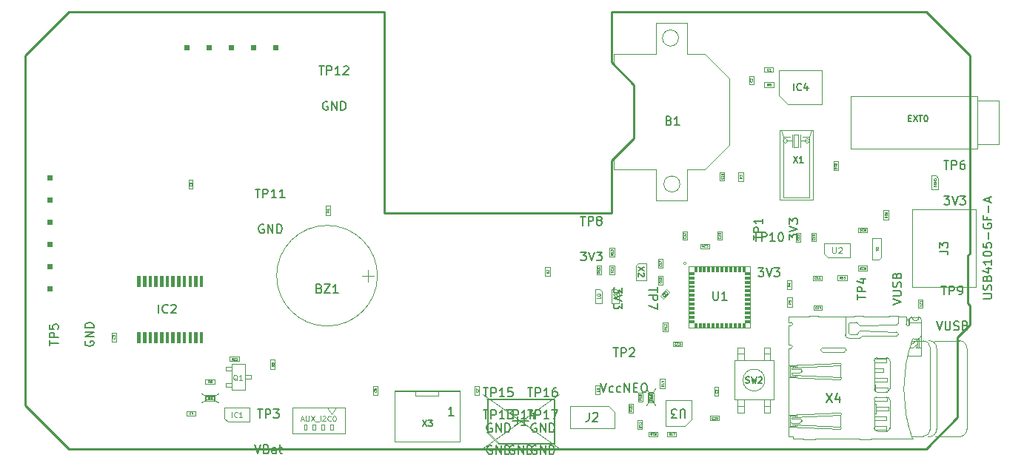
<source format=gbr>
%TF.GenerationSoftware,KiCad,Pcbnew,9.0.7*%
%TF.CreationDate,2026-01-30T16:58:59+00:00*%
%TF.ProjectId,FED3,46454433-2e6b-4696-9361-645f70636258,rev?*%
%TF.SameCoordinates,Original*%
%TF.FileFunction,AssemblyDrawing,Top*%
%FSLAX46Y46*%
G04 Gerber Fmt 4.6, Leading zero omitted, Abs format (unit mm)*
G04 Created by KiCad (PCBNEW 9.0.7) date 2026-01-30 16:58:59*
%MOMM*%
%LPD*%
G01*
G04 APERTURE LIST*
%ADD10C,0.100000*%
%ADD11C,0.150000*%
%ADD12C,0.040000*%
%ADD13C,0.065000*%
%ADD14C,0.060000*%
%ADD15C,0.120000*%
%TA.AperFunction,Profile*%
%ADD16C,0.250000*%
%TD*%
G04 APERTURE END LIST*
D10*
X136724300Y-123378900D02*
X144124300Y-123378900D01*
X144124300Y-129128900D01*
X136724300Y-129128900D01*
X136724300Y-123378900D01*
X170077500Y-108759500D02*
G75*
G02*
X169758500Y-108759500I-159500J0D01*
G01*
X169758500Y-108759500D02*
G75*
G02*
X170077500Y-108759500I159500J0D01*
G01*
X139124300Y-123436400D02*
X141724300Y-123436400D01*
X141724300Y-123936400D01*
X139124300Y-123936400D01*
X139124300Y-123436400D01*
D11*
X150788716Y-126294562D02*
X150788716Y-127008847D01*
X150788716Y-127008847D02*
X150741097Y-127151704D01*
X150741097Y-127151704D02*
X150645859Y-127246943D01*
X150645859Y-127246943D02*
X150503002Y-127294562D01*
X150503002Y-127294562D02*
X150407764Y-127294562D01*
X151788716Y-127294562D02*
X151217288Y-127294562D01*
X151503002Y-127294562D02*
X151503002Y-126294562D01*
X151503002Y-126294562D02*
X151407764Y-126437419D01*
X151407764Y-126437419D02*
X151312526Y-126532657D01*
X151312526Y-126532657D02*
X151217288Y-126580276D01*
X150188473Y-126795275D02*
X152008007Y-126795275D01*
X147820145Y-129662181D02*
X147724907Y-129614562D01*
X147724907Y-129614562D02*
X147582050Y-129614562D01*
X147582050Y-129614562D02*
X147439193Y-129662181D01*
X147439193Y-129662181D02*
X147343955Y-129757419D01*
X147343955Y-129757419D02*
X147296336Y-129852657D01*
X147296336Y-129852657D02*
X147248717Y-130043133D01*
X147248717Y-130043133D02*
X147248717Y-130185990D01*
X147248717Y-130185990D02*
X147296336Y-130376466D01*
X147296336Y-130376466D02*
X147343955Y-130471704D01*
X147343955Y-130471704D02*
X147439193Y-130566943D01*
X147439193Y-130566943D02*
X147582050Y-130614562D01*
X147582050Y-130614562D02*
X147677288Y-130614562D01*
X147677288Y-130614562D02*
X147820145Y-130566943D01*
X147820145Y-130566943D02*
X147867764Y-130519323D01*
X147867764Y-130519323D02*
X147867764Y-130185990D01*
X147867764Y-130185990D02*
X147677288Y-130185990D01*
X148296336Y-130614562D02*
X148296336Y-129614562D01*
X148296336Y-129614562D02*
X148867764Y-130614562D01*
X148867764Y-130614562D02*
X148867764Y-129614562D01*
X149343955Y-130614562D02*
X149343955Y-129614562D01*
X149343955Y-129614562D02*
X149582050Y-129614562D01*
X149582050Y-129614562D02*
X149724907Y-129662181D01*
X149724907Y-129662181D02*
X149820145Y-129757419D01*
X149820145Y-129757419D02*
X149867764Y-129852657D01*
X149867764Y-129852657D02*
X149915383Y-130043133D01*
X149915383Y-130043133D02*
X149915383Y-130185990D01*
X149915383Y-130185990D02*
X149867764Y-130376466D01*
X149867764Y-130376466D02*
X149820145Y-130471704D01*
X149820145Y-130471704D02*
X149724907Y-130566943D01*
X149724907Y-130566943D02*
X149582050Y-130614562D01*
X149582050Y-130614562D02*
X149343955Y-130614562D01*
X146843955Y-125564562D02*
X147415383Y-125564562D01*
X147129669Y-126564562D02*
X147129669Y-125564562D01*
X147748717Y-126564562D02*
X147748717Y-125564562D01*
X147748717Y-125564562D02*
X148129669Y-125564562D01*
X148129669Y-125564562D02*
X148224907Y-125612181D01*
X148224907Y-125612181D02*
X148272526Y-125659800D01*
X148272526Y-125659800D02*
X148320145Y-125755038D01*
X148320145Y-125755038D02*
X148320145Y-125897895D01*
X148320145Y-125897895D02*
X148272526Y-125993133D01*
X148272526Y-125993133D02*
X148224907Y-126040752D01*
X148224907Y-126040752D02*
X148129669Y-126088371D01*
X148129669Y-126088371D02*
X147748717Y-126088371D01*
X149272526Y-126564562D02*
X148701098Y-126564562D01*
X148986812Y-126564562D02*
X148986812Y-125564562D01*
X148986812Y-125564562D02*
X148891574Y-125707419D01*
X148891574Y-125707419D02*
X148796336Y-125802657D01*
X148796336Y-125802657D02*
X148701098Y-125850276D01*
X149605860Y-125564562D02*
X150224907Y-125564562D01*
X150224907Y-125564562D02*
X149891574Y-125945514D01*
X149891574Y-125945514D02*
X150034431Y-125945514D01*
X150034431Y-125945514D02*
X150129669Y-125993133D01*
X150129669Y-125993133D02*
X150177288Y-126040752D01*
X150177288Y-126040752D02*
X150224907Y-126135990D01*
X150224907Y-126135990D02*
X150224907Y-126374085D01*
X150224907Y-126374085D02*
X150177288Y-126469323D01*
X150177288Y-126469323D02*
X150129669Y-126516943D01*
X150129669Y-126516943D02*
X150034431Y-126564562D01*
X150034431Y-126564562D02*
X149748717Y-126564562D01*
X149748717Y-126564562D02*
X149653479Y-126516943D01*
X149653479Y-126516943D02*
X149605860Y-126469323D01*
X150360145Y-129662181D02*
X150264907Y-129614562D01*
X150264907Y-129614562D02*
X150122050Y-129614562D01*
X150122050Y-129614562D02*
X149979193Y-129662181D01*
X149979193Y-129662181D02*
X149883955Y-129757419D01*
X149883955Y-129757419D02*
X149836336Y-129852657D01*
X149836336Y-129852657D02*
X149788717Y-130043133D01*
X149788717Y-130043133D02*
X149788717Y-130185990D01*
X149788717Y-130185990D02*
X149836336Y-130376466D01*
X149836336Y-130376466D02*
X149883955Y-130471704D01*
X149883955Y-130471704D02*
X149979193Y-130566943D01*
X149979193Y-130566943D02*
X150122050Y-130614562D01*
X150122050Y-130614562D02*
X150217288Y-130614562D01*
X150217288Y-130614562D02*
X150360145Y-130566943D01*
X150360145Y-130566943D02*
X150407764Y-130519323D01*
X150407764Y-130519323D02*
X150407764Y-130185990D01*
X150407764Y-130185990D02*
X150217288Y-130185990D01*
X150836336Y-130614562D02*
X150836336Y-129614562D01*
X150836336Y-129614562D02*
X151407764Y-130614562D01*
X151407764Y-130614562D02*
X151407764Y-129614562D01*
X151883955Y-130614562D02*
X151883955Y-129614562D01*
X151883955Y-129614562D02*
X152122050Y-129614562D01*
X152122050Y-129614562D02*
X152264907Y-129662181D01*
X152264907Y-129662181D02*
X152360145Y-129757419D01*
X152360145Y-129757419D02*
X152407764Y-129852657D01*
X152407764Y-129852657D02*
X152455383Y-130043133D01*
X152455383Y-130043133D02*
X152455383Y-130185990D01*
X152455383Y-130185990D02*
X152407764Y-130376466D01*
X152407764Y-130376466D02*
X152360145Y-130471704D01*
X152360145Y-130471704D02*
X152264907Y-130566943D01*
X152264907Y-130566943D02*
X152122050Y-130614562D01*
X152122050Y-130614562D02*
X151883955Y-130614562D01*
X149383955Y-125564562D02*
X149955383Y-125564562D01*
X149669669Y-126564562D02*
X149669669Y-125564562D01*
X150288717Y-126564562D02*
X150288717Y-125564562D01*
X150288717Y-125564562D02*
X150669669Y-125564562D01*
X150669669Y-125564562D02*
X150764907Y-125612181D01*
X150764907Y-125612181D02*
X150812526Y-125659800D01*
X150812526Y-125659800D02*
X150860145Y-125755038D01*
X150860145Y-125755038D02*
X150860145Y-125897895D01*
X150860145Y-125897895D02*
X150812526Y-125993133D01*
X150812526Y-125993133D02*
X150764907Y-126040752D01*
X150764907Y-126040752D02*
X150669669Y-126088371D01*
X150669669Y-126088371D02*
X150288717Y-126088371D01*
X151812526Y-126564562D02*
X151241098Y-126564562D01*
X151526812Y-126564562D02*
X151526812Y-125564562D01*
X151526812Y-125564562D02*
X151431574Y-125707419D01*
X151431574Y-125707419D02*
X151336336Y-125802657D01*
X151336336Y-125802657D02*
X151241098Y-125850276D01*
X152669669Y-125897895D02*
X152669669Y-126564562D01*
X152431574Y-125516943D02*
X152193479Y-126231228D01*
X152193479Y-126231228D02*
X152812526Y-126231228D01*
X147820145Y-127122181D02*
X147724907Y-127074562D01*
X147724907Y-127074562D02*
X147582050Y-127074562D01*
X147582050Y-127074562D02*
X147439193Y-127122181D01*
X147439193Y-127122181D02*
X147343955Y-127217419D01*
X147343955Y-127217419D02*
X147296336Y-127312657D01*
X147296336Y-127312657D02*
X147248717Y-127503133D01*
X147248717Y-127503133D02*
X147248717Y-127645990D01*
X147248717Y-127645990D02*
X147296336Y-127836466D01*
X147296336Y-127836466D02*
X147343955Y-127931704D01*
X147343955Y-127931704D02*
X147439193Y-128026943D01*
X147439193Y-128026943D02*
X147582050Y-128074562D01*
X147582050Y-128074562D02*
X147677288Y-128074562D01*
X147677288Y-128074562D02*
X147820145Y-128026943D01*
X147820145Y-128026943D02*
X147867764Y-127979323D01*
X147867764Y-127979323D02*
X147867764Y-127645990D01*
X147867764Y-127645990D02*
X147677288Y-127645990D01*
X148296336Y-128074562D02*
X148296336Y-127074562D01*
X148296336Y-127074562D02*
X148867764Y-128074562D01*
X148867764Y-128074562D02*
X148867764Y-127074562D01*
X149343955Y-128074562D02*
X149343955Y-127074562D01*
X149343955Y-127074562D02*
X149582050Y-127074562D01*
X149582050Y-127074562D02*
X149724907Y-127122181D01*
X149724907Y-127122181D02*
X149820145Y-127217419D01*
X149820145Y-127217419D02*
X149867764Y-127312657D01*
X149867764Y-127312657D02*
X149915383Y-127503133D01*
X149915383Y-127503133D02*
X149915383Y-127645990D01*
X149915383Y-127645990D02*
X149867764Y-127836466D01*
X149867764Y-127836466D02*
X149820145Y-127931704D01*
X149820145Y-127931704D02*
X149724907Y-128026943D01*
X149724907Y-128026943D02*
X149582050Y-128074562D01*
X149582050Y-128074562D02*
X149343955Y-128074562D01*
X146843955Y-123024562D02*
X147415383Y-123024562D01*
X147129669Y-124024562D02*
X147129669Y-123024562D01*
X147748717Y-124024562D02*
X147748717Y-123024562D01*
X147748717Y-123024562D02*
X148129669Y-123024562D01*
X148129669Y-123024562D02*
X148224907Y-123072181D01*
X148224907Y-123072181D02*
X148272526Y-123119800D01*
X148272526Y-123119800D02*
X148320145Y-123215038D01*
X148320145Y-123215038D02*
X148320145Y-123357895D01*
X148320145Y-123357895D02*
X148272526Y-123453133D01*
X148272526Y-123453133D02*
X148224907Y-123500752D01*
X148224907Y-123500752D02*
X148129669Y-123548371D01*
X148129669Y-123548371D02*
X147748717Y-123548371D01*
X149272526Y-124024562D02*
X148701098Y-124024562D01*
X148986812Y-124024562D02*
X148986812Y-123024562D01*
X148986812Y-123024562D02*
X148891574Y-123167419D01*
X148891574Y-123167419D02*
X148796336Y-123262657D01*
X148796336Y-123262657D02*
X148701098Y-123310276D01*
X150177288Y-123024562D02*
X149701098Y-123024562D01*
X149701098Y-123024562D02*
X149653479Y-123500752D01*
X149653479Y-123500752D02*
X149701098Y-123453133D01*
X149701098Y-123453133D02*
X149796336Y-123405514D01*
X149796336Y-123405514D02*
X150034431Y-123405514D01*
X150034431Y-123405514D02*
X150129669Y-123453133D01*
X150129669Y-123453133D02*
X150177288Y-123500752D01*
X150177288Y-123500752D02*
X150224907Y-123595990D01*
X150224907Y-123595990D02*
X150224907Y-123834085D01*
X150224907Y-123834085D02*
X150177288Y-123929323D01*
X150177288Y-123929323D02*
X150129669Y-123976943D01*
X150129669Y-123976943D02*
X150034431Y-124024562D01*
X150034431Y-124024562D02*
X149796336Y-124024562D01*
X149796336Y-124024562D02*
X149701098Y-123976943D01*
X149701098Y-123976943D02*
X149653479Y-123929323D01*
X152900145Y-129662181D02*
X152804907Y-129614562D01*
X152804907Y-129614562D02*
X152662050Y-129614562D01*
X152662050Y-129614562D02*
X152519193Y-129662181D01*
X152519193Y-129662181D02*
X152423955Y-129757419D01*
X152423955Y-129757419D02*
X152376336Y-129852657D01*
X152376336Y-129852657D02*
X152328717Y-130043133D01*
X152328717Y-130043133D02*
X152328717Y-130185990D01*
X152328717Y-130185990D02*
X152376336Y-130376466D01*
X152376336Y-130376466D02*
X152423955Y-130471704D01*
X152423955Y-130471704D02*
X152519193Y-130566943D01*
X152519193Y-130566943D02*
X152662050Y-130614562D01*
X152662050Y-130614562D02*
X152757288Y-130614562D01*
X152757288Y-130614562D02*
X152900145Y-130566943D01*
X152900145Y-130566943D02*
X152947764Y-130519323D01*
X152947764Y-130519323D02*
X152947764Y-130185990D01*
X152947764Y-130185990D02*
X152757288Y-130185990D01*
X153376336Y-130614562D02*
X153376336Y-129614562D01*
X153376336Y-129614562D02*
X153947764Y-130614562D01*
X153947764Y-130614562D02*
X153947764Y-129614562D01*
X154423955Y-130614562D02*
X154423955Y-129614562D01*
X154423955Y-129614562D02*
X154662050Y-129614562D01*
X154662050Y-129614562D02*
X154804907Y-129662181D01*
X154804907Y-129662181D02*
X154900145Y-129757419D01*
X154900145Y-129757419D02*
X154947764Y-129852657D01*
X154947764Y-129852657D02*
X154995383Y-130043133D01*
X154995383Y-130043133D02*
X154995383Y-130185990D01*
X154995383Y-130185990D02*
X154947764Y-130376466D01*
X154947764Y-130376466D02*
X154900145Y-130471704D01*
X154900145Y-130471704D02*
X154804907Y-130566943D01*
X154804907Y-130566943D02*
X154662050Y-130614562D01*
X154662050Y-130614562D02*
X154423955Y-130614562D01*
X151923955Y-125564562D02*
X152495383Y-125564562D01*
X152209669Y-126564562D02*
X152209669Y-125564562D01*
X152828717Y-126564562D02*
X152828717Y-125564562D01*
X152828717Y-125564562D02*
X153209669Y-125564562D01*
X153209669Y-125564562D02*
X153304907Y-125612181D01*
X153304907Y-125612181D02*
X153352526Y-125659800D01*
X153352526Y-125659800D02*
X153400145Y-125755038D01*
X153400145Y-125755038D02*
X153400145Y-125897895D01*
X153400145Y-125897895D02*
X153352526Y-125993133D01*
X153352526Y-125993133D02*
X153304907Y-126040752D01*
X153304907Y-126040752D02*
X153209669Y-126088371D01*
X153209669Y-126088371D02*
X152828717Y-126088371D01*
X154352526Y-126564562D02*
X153781098Y-126564562D01*
X154066812Y-126564562D02*
X154066812Y-125564562D01*
X154066812Y-125564562D02*
X153971574Y-125707419D01*
X153971574Y-125707419D02*
X153876336Y-125802657D01*
X153876336Y-125802657D02*
X153781098Y-125850276D01*
X154685860Y-125564562D02*
X155352526Y-125564562D01*
X155352526Y-125564562D02*
X154923955Y-126564562D01*
X152900145Y-127122181D02*
X152804907Y-127074562D01*
X152804907Y-127074562D02*
X152662050Y-127074562D01*
X152662050Y-127074562D02*
X152519193Y-127122181D01*
X152519193Y-127122181D02*
X152423955Y-127217419D01*
X152423955Y-127217419D02*
X152376336Y-127312657D01*
X152376336Y-127312657D02*
X152328717Y-127503133D01*
X152328717Y-127503133D02*
X152328717Y-127645990D01*
X152328717Y-127645990D02*
X152376336Y-127836466D01*
X152376336Y-127836466D02*
X152423955Y-127931704D01*
X152423955Y-127931704D02*
X152519193Y-128026943D01*
X152519193Y-128026943D02*
X152662050Y-128074562D01*
X152662050Y-128074562D02*
X152757288Y-128074562D01*
X152757288Y-128074562D02*
X152900145Y-128026943D01*
X152900145Y-128026943D02*
X152947764Y-127979323D01*
X152947764Y-127979323D02*
X152947764Y-127645990D01*
X152947764Y-127645990D02*
X152757288Y-127645990D01*
X153376336Y-128074562D02*
X153376336Y-127074562D01*
X153376336Y-127074562D02*
X153947764Y-128074562D01*
X153947764Y-128074562D02*
X153947764Y-127074562D01*
X154423955Y-128074562D02*
X154423955Y-127074562D01*
X154423955Y-127074562D02*
X154662050Y-127074562D01*
X154662050Y-127074562D02*
X154804907Y-127122181D01*
X154804907Y-127122181D02*
X154900145Y-127217419D01*
X154900145Y-127217419D02*
X154947764Y-127312657D01*
X154947764Y-127312657D02*
X154995383Y-127503133D01*
X154995383Y-127503133D02*
X154995383Y-127645990D01*
X154995383Y-127645990D02*
X154947764Y-127836466D01*
X154947764Y-127836466D02*
X154900145Y-127931704D01*
X154900145Y-127931704D02*
X154804907Y-128026943D01*
X154804907Y-128026943D02*
X154662050Y-128074562D01*
X154662050Y-128074562D02*
X154423955Y-128074562D01*
X151923955Y-123024562D02*
X152495383Y-123024562D01*
X152209669Y-124024562D02*
X152209669Y-123024562D01*
X152828717Y-124024562D02*
X152828717Y-123024562D01*
X152828717Y-123024562D02*
X153209669Y-123024562D01*
X153209669Y-123024562D02*
X153304907Y-123072181D01*
X153304907Y-123072181D02*
X153352526Y-123119800D01*
X153352526Y-123119800D02*
X153400145Y-123215038D01*
X153400145Y-123215038D02*
X153400145Y-123357895D01*
X153400145Y-123357895D02*
X153352526Y-123453133D01*
X153352526Y-123453133D02*
X153304907Y-123500752D01*
X153304907Y-123500752D02*
X153209669Y-123548371D01*
X153209669Y-123548371D02*
X152828717Y-123548371D01*
X154352526Y-124024562D02*
X153781098Y-124024562D01*
X154066812Y-124024562D02*
X154066812Y-123024562D01*
X154066812Y-123024562D02*
X153971574Y-123167419D01*
X153971574Y-123167419D02*
X153876336Y-123262657D01*
X153876336Y-123262657D02*
X153781098Y-123310276D01*
X155209669Y-123024562D02*
X155019193Y-123024562D01*
X155019193Y-123024562D02*
X154923955Y-123072181D01*
X154923955Y-123072181D02*
X154876336Y-123119800D01*
X154876336Y-123119800D02*
X154781098Y-123262657D01*
X154781098Y-123262657D02*
X154733479Y-123453133D01*
X154733479Y-123453133D02*
X154733479Y-123834085D01*
X154733479Y-123834085D02*
X154781098Y-123929323D01*
X154781098Y-123929323D02*
X154828717Y-123976943D01*
X154828717Y-123976943D02*
X154923955Y-124024562D01*
X154923955Y-124024562D02*
X155114431Y-124024562D01*
X155114431Y-124024562D02*
X155209669Y-123976943D01*
X155209669Y-123976943D02*
X155257288Y-123929323D01*
X155257288Y-123929323D02*
X155304907Y-123834085D01*
X155304907Y-123834085D02*
X155304907Y-123595990D01*
X155304907Y-123595990D02*
X155257288Y-123500752D01*
X155257288Y-123500752D02*
X155209669Y-123453133D01*
X155209669Y-123453133D02*
X155114431Y-123405514D01*
X155114431Y-123405514D02*
X154923955Y-123405514D01*
X154923955Y-123405514D02*
X154828717Y-123453133D01*
X154828717Y-123453133D02*
X154781098Y-123500752D01*
X154781098Y-123500752D02*
X154733479Y-123595990D01*
X178286905Y-109279819D02*
X178905952Y-109279819D01*
X178905952Y-109279819D02*
X178572619Y-109660771D01*
X178572619Y-109660771D02*
X178715476Y-109660771D01*
X178715476Y-109660771D02*
X178810714Y-109708390D01*
X178810714Y-109708390D02*
X178858333Y-109756009D01*
X178858333Y-109756009D02*
X178905952Y-109851247D01*
X178905952Y-109851247D02*
X178905952Y-110089342D01*
X178905952Y-110089342D02*
X178858333Y-110184580D01*
X178858333Y-110184580D02*
X178810714Y-110232200D01*
X178810714Y-110232200D02*
X178715476Y-110279819D01*
X178715476Y-110279819D02*
X178429762Y-110279819D01*
X178429762Y-110279819D02*
X178334524Y-110232200D01*
X178334524Y-110232200D02*
X178286905Y-110184580D01*
X179191667Y-109279819D02*
X179525000Y-110279819D01*
X179525000Y-110279819D02*
X179858333Y-109279819D01*
X180096429Y-109279819D02*
X180715476Y-109279819D01*
X180715476Y-109279819D02*
X180382143Y-109660771D01*
X180382143Y-109660771D02*
X180525000Y-109660771D01*
X180525000Y-109660771D02*
X180620238Y-109708390D01*
X180620238Y-109708390D02*
X180667857Y-109756009D01*
X180667857Y-109756009D02*
X180715476Y-109851247D01*
X180715476Y-109851247D02*
X180715476Y-110089342D01*
X180715476Y-110089342D02*
X180667857Y-110184580D01*
X180667857Y-110184580D02*
X180620238Y-110232200D01*
X180620238Y-110232200D02*
X180525000Y-110279819D01*
X180525000Y-110279819D02*
X180239286Y-110279819D01*
X180239286Y-110279819D02*
X180144048Y-110232200D01*
X180144048Y-110232200D02*
X180096429Y-110184580D01*
X177786905Y-105229819D02*
X178358333Y-105229819D01*
X178072619Y-106229819D02*
X178072619Y-105229819D01*
X178691667Y-106229819D02*
X178691667Y-105229819D01*
X178691667Y-105229819D02*
X179072619Y-105229819D01*
X179072619Y-105229819D02*
X179167857Y-105277438D01*
X179167857Y-105277438D02*
X179215476Y-105325057D01*
X179215476Y-105325057D02*
X179263095Y-105420295D01*
X179263095Y-105420295D02*
X179263095Y-105563152D01*
X179263095Y-105563152D02*
X179215476Y-105658390D01*
X179215476Y-105658390D02*
X179167857Y-105706009D01*
X179167857Y-105706009D02*
X179072619Y-105753628D01*
X179072619Y-105753628D02*
X178691667Y-105753628D01*
X180215476Y-106229819D02*
X179644048Y-106229819D01*
X179929762Y-106229819D02*
X179929762Y-105229819D01*
X179929762Y-105229819D02*
X179834524Y-105372676D01*
X179834524Y-105372676D02*
X179739286Y-105467914D01*
X179739286Y-105467914D02*
X179644048Y-105515533D01*
X180834524Y-105229819D02*
X180929762Y-105229819D01*
X180929762Y-105229819D02*
X181025000Y-105277438D01*
X181025000Y-105277438D02*
X181072619Y-105325057D01*
X181072619Y-105325057D02*
X181120238Y-105420295D01*
X181120238Y-105420295D02*
X181167857Y-105610771D01*
X181167857Y-105610771D02*
X181167857Y-105848866D01*
X181167857Y-105848866D02*
X181120238Y-106039342D01*
X181120238Y-106039342D02*
X181072619Y-106134580D01*
X181072619Y-106134580D02*
X181025000Y-106182200D01*
X181025000Y-106182200D02*
X180929762Y-106229819D01*
X180929762Y-106229819D02*
X180834524Y-106229819D01*
X180834524Y-106229819D02*
X180739286Y-106182200D01*
X180739286Y-106182200D02*
X180691667Y-106134580D01*
X180691667Y-106134580D02*
X180644048Y-106039342D01*
X180644048Y-106039342D02*
X180596429Y-105848866D01*
X180596429Y-105848866D02*
X180596429Y-105610771D01*
X180596429Y-105610771D02*
X180644048Y-105420295D01*
X180644048Y-105420295D02*
X180691667Y-105325057D01*
X180691667Y-105325057D02*
X180739286Y-105277438D01*
X180739286Y-105277438D02*
X180834524Y-105229819D01*
X198666667Y-115404819D02*
X199000000Y-116404819D01*
X199000000Y-116404819D02*
X199333333Y-115404819D01*
X199666667Y-115404819D02*
X199666667Y-116214342D01*
X199666667Y-116214342D02*
X199714286Y-116309580D01*
X199714286Y-116309580D02*
X199761905Y-116357200D01*
X199761905Y-116357200D02*
X199857143Y-116404819D01*
X199857143Y-116404819D02*
X200047619Y-116404819D01*
X200047619Y-116404819D02*
X200142857Y-116357200D01*
X200142857Y-116357200D02*
X200190476Y-116309580D01*
X200190476Y-116309580D02*
X200238095Y-116214342D01*
X200238095Y-116214342D02*
X200238095Y-115404819D01*
X200666667Y-116357200D02*
X200809524Y-116404819D01*
X200809524Y-116404819D02*
X201047619Y-116404819D01*
X201047619Y-116404819D02*
X201142857Y-116357200D01*
X201142857Y-116357200D02*
X201190476Y-116309580D01*
X201190476Y-116309580D02*
X201238095Y-116214342D01*
X201238095Y-116214342D02*
X201238095Y-116119104D01*
X201238095Y-116119104D02*
X201190476Y-116023866D01*
X201190476Y-116023866D02*
X201142857Y-115976247D01*
X201142857Y-115976247D02*
X201047619Y-115928628D01*
X201047619Y-115928628D02*
X200857143Y-115881009D01*
X200857143Y-115881009D02*
X200761905Y-115833390D01*
X200761905Y-115833390D02*
X200714286Y-115785771D01*
X200714286Y-115785771D02*
X200666667Y-115690533D01*
X200666667Y-115690533D02*
X200666667Y-115595295D01*
X200666667Y-115595295D02*
X200714286Y-115500057D01*
X200714286Y-115500057D02*
X200761905Y-115452438D01*
X200761905Y-115452438D02*
X200857143Y-115404819D01*
X200857143Y-115404819D02*
X201095238Y-115404819D01*
X201095238Y-115404819D02*
X201238095Y-115452438D01*
X202000000Y-115881009D02*
X202142857Y-115928628D01*
X202142857Y-115928628D02*
X202190476Y-115976247D01*
X202190476Y-115976247D02*
X202238095Y-116071485D01*
X202238095Y-116071485D02*
X202238095Y-116214342D01*
X202238095Y-116214342D02*
X202190476Y-116309580D01*
X202190476Y-116309580D02*
X202142857Y-116357200D01*
X202142857Y-116357200D02*
X202047619Y-116404819D01*
X202047619Y-116404819D02*
X201666667Y-116404819D01*
X201666667Y-116404819D02*
X201666667Y-115404819D01*
X201666667Y-115404819D02*
X202000000Y-115404819D01*
X202000000Y-115404819D02*
X202095238Y-115452438D01*
X202095238Y-115452438D02*
X202142857Y-115500057D01*
X202142857Y-115500057D02*
X202190476Y-115595295D01*
X202190476Y-115595295D02*
X202190476Y-115690533D01*
X202190476Y-115690533D02*
X202142857Y-115785771D01*
X202142857Y-115785771D02*
X202095238Y-115833390D01*
X202095238Y-115833390D02*
X202000000Y-115881009D01*
X202000000Y-115881009D02*
X201666667Y-115881009D01*
X199238095Y-111354819D02*
X199809523Y-111354819D01*
X199523809Y-112354819D02*
X199523809Y-111354819D01*
X200142857Y-112354819D02*
X200142857Y-111354819D01*
X200142857Y-111354819D02*
X200523809Y-111354819D01*
X200523809Y-111354819D02*
X200619047Y-111402438D01*
X200619047Y-111402438D02*
X200666666Y-111450057D01*
X200666666Y-111450057D02*
X200714285Y-111545295D01*
X200714285Y-111545295D02*
X200714285Y-111688152D01*
X200714285Y-111688152D02*
X200666666Y-111783390D01*
X200666666Y-111783390D02*
X200619047Y-111831009D01*
X200619047Y-111831009D02*
X200523809Y-111878628D01*
X200523809Y-111878628D02*
X200142857Y-111878628D01*
X201190476Y-112354819D02*
X201380952Y-112354819D01*
X201380952Y-112354819D02*
X201476190Y-112307200D01*
X201476190Y-112307200D02*
X201523809Y-112259580D01*
X201523809Y-112259580D02*
X201619047Y-112116723D01*
X201619047Y-112116723D02*
X201666666Y-111926247D01*
X201666666Y-111926247D02*
X201666666Y-111545295D01*
X201666666Y-111545295D02*
X201619047Y-111450057D01*
X201619047Y-111450057D02*
X201571428Y-111402438D01*
X201571428Y-111402438D02*
X201476190Y-111354819D01*
X201476190Y-111354819D02*
X201285714Y-111354819D01*
X201285714Y-111354819D02*
X201190476Y-111402438D01*
X201190476Y-111402438D02*
X201142857Y-111450057D01*
X201142857Y-111450057D02*
X201095238Y-111545295D01*
X201095238Y-111545295D02*
X201095238Y-111783390D01*
X201095238Y-111783390D02*
X201142857Y-111878628D01*
X201142857Y-111878628D02*
X201190476Y-111926247D01*
X201190476Y-111926247D02*
X201285714Y-111973866D01*
X201285714Y-111973866D02*
X201476190Y-111973866D01*
X201476190Y-111973866D02*
X201571428Y-111926247D01*
X201571428Y-111926247D02*
X201619047Y-111878628D01*
X201619047Y-111878628D02*
X201666666Y-111783390D01*
X199536905Y-101054819D02*
X200155952Y-101054819D01*
X200155952Y-101054819D02*
X199822619Y-101435771D01*
X199822619Y-101435771D02*
X199965476Y-101435771D01*
X199965476Y-101435771D02*
X200060714Y-101483390D01*
X200060714Y-101483390D02*
X200108333Y-101531009D01*
X200108333Y-101531009D02*
X200155952Y-101626247D01*
X200155952Y-101626247D02*
X200155952Y-101864342D01*
X200155952Y-101864342D02*
X200108333Y-101959580D01*
X200108333Y-101959580D02*
X200060714Y-102007200D01*
X200060714Y-102007200D02*
X199965476Y-102054819D01*
X199965476Y-102054819D02*
X199679762Y-102054819D01*
X199679762Y-102054819D02*
X199584524Y-102007200D01*
X199584524Y-102007200D02*
X199536905Y-101959580D01*
X200441667Y-101054819D02*
X200775000Y-102054819D01*
X200775000Y-102054819D02*
X201108333Y-101054819D01*
X201346429Y-101054819D02*
X201965476Y-101054819D01*
X201965476Y-101054819D02*
X201632143Y-101435771D01*
X201632143Y-101435771D02*
X201775000Y-101435771D01*
X201775000Y-101435771D02*
X201870238Y-101483390D01*
X201870238Y-101483390D02*
X201917857Y-101531009D01*
X201917857Y-101531009D02*
X201965476Y-101626247D01*
X201965476Y-101626247D02*
X201965476Y-101864342D01*
X201965476Y-101864342D02*
X201917857Y-101959580D01*
X201917857Y-101959580D02*
X201870238Y-102007200D01*
X201870238Y-102007200D02*
X201775000Y-102054819D01*
X201775000Y-102054819D02*
X201489286Y-102054819D01*
X201489286Y-102054819D02*
X201394048Y-102007200D01*
X201394048Y-102007200D02*
X201346429Y-101959580D01*
X199513095Y-97004819D02*
X200084523Y-97004819D01*
X199798809Y-98004819D02*
X199798809Y-97004819D01*
X200417857Y-98004819D02*
X200417857Y-97004819D01*
X200417857Y-97004819D02*
X200798809Y-97004819D01*
X200798809Y-97004819D02*
X200894047Y-97052438D01*
X200894047Y-97052438D02*
X200941666Y-97100057D01*
X200941666Y-97100057D02*
X200989285Y-97195295D01*
X200989285Y-97195295D02*
X200989285Y-97338152D01*
X200989285Y-97338152D02*
X200941666Y-97433390D01*
X200941666Y-97433390D02*
X200894047Y-97481009D01*
X200894047Y-97481009D02*
X200798809Y-97528628D01*
X200798809Y-97528628D02*
X200417857Y-97528628D01*
X201846428Y-97004819D02*
X201655952Y-97004819D01*
X201655952Y-97004819D02*
X201560714Y-97052438D01*
X201560714Y-97052438D02*
X201513095Y-97100057D01*
X201513095Y-97100057D02*
X201417857Y-97242914D01*
X201417857Y-97242914D02*
X201370238Y-97433390D01*
X201370238Y-97433390D02*
X201370238Y-97814342D01*
X201370238Y-97814342D02*
X201417857Y-97909580D01*
X201417857Y-97909580D02*
X201465476Y-97957200D01*
X201465476Y-97957200D02*
X201560714Y-98004819D01*
X201560714Y-98004819D02*
X201751190Y-98004819D01*
X201751190Y-98004819D02*
X201846428Y-97957200D01*
X201846428Y-97957200D02*
X201894047Y-97909580D01*
X201894047Y-97909580D02*
X201941666Y-97814342D01*
X201941666Y-97814342D02*
X201941666Y-97576247D01*
X201941666Y-97576247D02*
X201894047Y-97481009D01*
X201894047Y-97481009D02*
X201846428Y-97433390D01*
X201846428Y-97433390D02*
X201751190Y-97385771D01*
X201751190Y-97385771D02*
X201560714Y-97385771D01*
X201560714Y-97385771D02*
X201465476Y-97433390D01*
X201465476Y-97433390D02*
X201417857Y-97481009D01*
X201417857Y-97481009D02*
X201370238Y-97576247D01*
X181804819Y-106063094D02*
X181804819Y-105444047D01*
X181804819Y-105444047D02*
X182185771Y-105777380D01*
X182185771Y-105777380D02*
X182185771Y-105634523D01*
X182185771Y-105634523D02*
X182233390Y-105539285D01*
X182233390Y-105539285D02*
X182281009Y-105491666D01*
X182281009Y-105491666D02*
X182376247Y-105444047D01*
X182376247Y-105444047D02*
X182614342Y-105444047D01*
X182614342Y-105444047D02*
X182709580Y-105491666D01*
X182709580Y-105491666D02*
X182757200Y-105539285D01*
X182757200Y-105539285D02*
X182804819Y-105634523D01*
X182804819Y-105634523D02*
X182804819Y-105920237D01*
X182804819Y-105920237D02*
X182757200Y-106015475D01*
X182757200Y-106015475D02*
X182709580Y-106063094D01*
X181804819Y-105158332D02*
X182804819Y-104824999D01*
X182804819Y-104824999D02*
X181804819Y-104491666D01*
X181804819Y-104253570D02*
X181804819Y-103634523D01*
X181804819Y-103634523D02*
X182185771Y-103967856D01*
X182185771Y-103967856D02*
X182185771Y-103824999D01*
X182185771Y-103824999D02*
X182233390Y-103729761D01*
X182233390Y-103729761D02*
X182281009Y-103682142D01*
X182281009Y-103682142D02*
X182376247Y-103634523D01*
X182376247Y-103634523D02*
X182614342Y-103634523D01*
X182614342Y-103634523D02*
X182709580Y-103682142D01*
X182709580Y-103682142D02*
X182757200Y-103729761D01*
X182757200Y-103729761D02*
X182804819Y-103824999D01*
X182804819Y-103824999D02*
X182804819Y-104110713D01*
X182804819Y-104110713D02*
X182757200Y-104205951D01*
X182757200Y-104205951D02*
X182709580Y-104253570D01*
X177754819Y-106086904D02*
X177754819Y-105515476D01*
X178754819Y-105801190D02*
X177754819Y-105801190D01*
X178754819Y-105182142D02*
X177754819Y-105182142D01*
X177754819Y-105182142D02*
X177754819Y-104801190D01*
X177754819Y-104801190D02*
X177802438Y-104705952D01*
X177802438Y-104705952D02*
X177850057Y-104658333D01*
X177850057Y-104658333D02*
X177945295Y-104610714D01*
X177945295Y-104610714D02*
X178088152Y-104610714D01*
X178088152Y-104610714D02*
X178183390Y-104658333D01*
X178183390Y-104658333D02*
X178231009Y-104705952D01*
X178231009Y-104705952D02*
X178278628Y-104801190D01*
X178278628Y-104801190D02*
X178278628Y-105182142D01*
X178754819Y-103658333D02*
X178754819Y-104229761D01*
X178754819Y-103944047D02*
X177754819Y-103944047D01*
X177754819Y-103944047D02*
X177897676Y-104039285D01*
X177897676Y-104039285D02*
X177992914Y-104134523D01*
X177992914Y-104134523D02*
X178040533Y-104229761D01*
X101352438Y-117661904D02*
X101304819Y-117757142D01*
X101304819Y-117757142D02*
X101304819Y-117899999D01*
X101304819Y-117899999D02*
X101352438Y-118042856D01*
X101352438Y-118042856D02*
X101447676Y-118138094D01*
X101447676Y-118138094D02*
X101542914Y-118185713D01*
X101542914Y-118185713D02*
X101733390Y-118233332D01*
X101733390Y-118233332D02*
X101876247Y-118233332D01*
X101876247Y-118233332D02*
X102066723Y-118185713D01*
X102066723Y-118185713D02*
X102161961Y-118138094D01*
X102161961Y-118138094D02*
X102257200Y-118042856D01*
X102257200Y-118042856D02*
X102304819Y-117899999D01*
X102304819Y-117899999D02*
X102304819Y-117804761D01*
X102304819Y-117804761D02*
X102257200Y-117661904D01*
X102257200Y-117661904D02*
X102209580Y-117614285D01*
X102209580Y-117614285D02*
X101876247Y-117614285D01*
X101876247Y-117614285D02*
X101876247Y-117804761D01*
X102304819Y-117185713D02*
X101304819Y-117185713D01*
X101304819Y-117185713D02*
X102304819Y-116614285D01*
X102304819Y-116614285D02*
X101304819Y-116614285D01*
X102304819Y-116138094D02*
X101304819Y-116138094D01*
X101304819Y-116138094D02*
X101304819Y-115899999D01*
X101304819Y-115899999D02*
X101352438Y-115757142D01*
X101352438Y-115757142D02*
X101447676Y-115661904D01*
X101447676Y-115661904D02*
X101542914Y-115614285D01*
X101542914Y-115614285D02*
X101733390Y-115566666D01*
X101733390Y-115566666D02*
X101876247Y-115566666D01*
X101876247Y-115566666D02*
X102066723Y-115614285D01*
X102066723Y-115614285D02*
X102161961Y-115661904D01*
X102161961Y-115661904D02*
X102257200Y-115757142D01*
X102257200Y-115757142D02*
X102304819Y-115899999D01*
X102304819Y-115899999D02*
X102304819Y-116138094D01*
X97254819Y-118161904D02*
X97254819Y-117590476D01*
X98254819Y-117876190D02*
X97254819Y-117876190D01*
X98254819Y-117257142D02*
X97254819Y-117257142D01*
X97254819Y-117257142D02*
X97254819Y-116876190D01*
X97254819Y-116876190D02*
X97302438Y-116780952D01*
X97302438Y-116780952D02*
X97350057Y-116733333D01*
X97350057Y-116733333D02*
X97445295Y-116685714D01*
X97445295Y-116685714D02*
X97588152Y-116685714D01*
X97588152Y-116685714D02*
X97683390Y-116733333D01*
X97683390Y-116733333D02*
X97731009Y-116780952D01*
X97731009Y-116780952D02*
X97778628Y-116876190D01*
X97778628Y-116876190D02*
X97778628Y-117257142D01*
X97254819Y-115780952D02*
X97254819Y-116257142D01*
X97254819Y-116257142D02*
X97731009Y-116304761D01*
X97731009Y-116304761D02*
X97683390Y-116257142D01*
X97683390Y-116257142D02*
X97635771Y-116161904D01*
X97635771Y-116161904D02*
X97635771Y-115923809D01*
X97635771Y-115923809D02*
X97683390Y-115828571D01*
X97683390Y-115828571D02*
X97731009Y-115780952D01*
X97731009Y-115780952D02*
X97826247Y-115733333D01*
X97826247Y-115733333D02*
X98064342Y-115733333D01*
X98064342Y-115733333D02*
X98159580Y-115780952D01*
X98159580Y-115780952D02*
X98207200Y-115828571D01*
X98207200Y-115828571D02*
X98254819Y-115923809D01*
X98254819Y-115923809D02*
X98254819Y-116161904D01*
X98254819Y-116161904D02*
X98207200Y-116257142D01*
X98207200Y-116257142D02*
X98159580Y-116304761D01*
X160284524Y-122504819D02*
X160617857Y-123504819D01*
X160617857Y-123504819D02*
X160951190Y-122504819D01*
X161713095Y-123457200D02*
X161617857Y-123504819D01*
X161617857Y-123504819D02*
X161427381Y-123504819D01*
X161427381Y-123504819D02*
X161332143Y-123457200D01*
X161332143Y-123457200D02*
X161284524Y-123409580D01*
X161284524Y-123409580D02*
X161236905Y-123314342D01*
X161236905Y-123314342D02*
X161236905Y-123028628D01*
X161236905Y-123028628D02*
X161284524Y-122933390D01*
X161284524Y-122933390D02*
X161332143Y-122885771D01*
X161332143Y-122885771D02*
X161427381Y-122838152D01*
X161427381Y-122838152D02*
X161617857Y-122838152D01*
X161617857Y-122838152D02*
X161713095Y-122885771D01*
X162570238Y-123457200D02*
X162475000Y-123504819D01*
X162475000Y-123504819D02*
X162284524Y-123504819D01*
X162284524Y-123504819D02*
X162189286Y-123457200D01*
X162189286Y-123457200D02*
X162141667Y-123409580D01*
X162141667Y-123409580D02*
X162094048Y-123314342D01*
X162094048Y-123314342D02*
X162094048Y-123028628D01*
X162094048Y-123028628D02*
X162141667Y-122933390D01*
X162141667Y-122933390D02*
X162189286Y-122885771D01*
X162189286Y-122885771D02*
X162284524Y-122838152D01*
X162284524Y-122838152D02*
X162475000Y-122838152D01*
X162475000Y-122838152D02*
X162570238Y-122885771D01*
X162998810Y-123504819D02*
X162998810Y-122504819D01*
X162998810Y-122504819D02*
X163570238Y-123504819D01*
X163570238Y-123504819D02*
X163570238Y-122504819D01*
X164046429Y-122981009D02*
X164379762Y-122981009D01*
X164522619Y-123504819D02*
X164046429Y-123504819D01*
X164046429Y-123504819D02*
X164046429Y-122504819D01*
X164046429Y-122504819D02*
X164522619Y-122504819D01*
X165141667Y-122504819D02*
X165332143Y-122504819D01*
X165332143Y-122504819D02*
X165427381Y-122552438D01*
X165427381Y-122552438D02*
X165522619Y-122647676D01*
X165522619Y-122647676D02*
X165570238Y-122838152D01*
X165570238Y-122838152D02*
X165570238Y-123171485D01*
X165570238Y-123171485D02*
X165522619Y-123361961D01*
X165522619Y-123361961D02*
X165427381Y-123457200D01*
X165427381Y-123457200D02*
X165332143Y-123504819D01*
X165332143Y-123504819D02*
X165141667Y-123504819D01*
X165141667Y-123504819D02*
X165046429Y-123457200D01*
X165046429Y-123457200D02*
X164951191Y-123361961D01*
X164951191Y-123361961D02*
X164903572Y-123171485D01*
X164903572Y-123171485D02*
X164903572Y-122838152D01*
X164903572Y-122838152D02*
X164951191Y-122647676D01*
X164951191Y-122647676D02*
X165046429Y-122552438D01*
X165046429Y-122552438D02*
X165141667Y-122504819D01*
X161713095Y-118454819D02*
X162284523Y-118454819D01*
X161998809Y-119454819D02*
X161998809Y-118454819D01*
X162617857Y-119454819D02*
X162617857Y-118454819D01*
X162617857Y-118454819D02*
X162998809Y-118454819D01*
X162998809Y-118454819D02*
X163094047Y-118502438D01*
X163094047Y-118502438D02*
X163141666Y-118550057D01*
X163141666Y-118550057D02*
X163189285Y-118645295D01*
X163189285Y-118645295D02*
X163189285Y-118788152D01*
X163189285Y-118788152D02*
X163141666Y-118883390D01*
X163141666Y-118883390D02*
X163094047Y-118931009D01*
X163094047Y-118931009D02*
X162998809Y-118978628D01*
X162998809Y-118978628D02*
X162617857Y-118978628D01*
X163570238Y-118550057D02*
X163617857Y-118502438D01*
X163617857Y-118502438D02*
X163713095Y-118454819D01*
X163713095Y-118454819D02*
X163951190Y-118454819D01*
X163951190Y-118454819D02*
X164046428Y-118502438D01*
X164046428Y-118502438D02*
X164094047Y-118550057D01*
X164094047Y-118550057D02*
X164141666Y-118645295D01*
X164141666Y-118645295D02*
X164141666Y-118740533D01*
X164141666Y-118740533D02*
X164094047Y-118883390D01*
X164094047Y-118883390D02*
X163522619Y-119454819D01*
X163522619Y-119454819D02*
X164141666Y-119454819D01*
X129038095Y-90277438D02*
X128942857Y-90229819D01*
X128942857Y-90229819D02*
X128800000Y-90229819D01*
X128800000Y-90229819D02*
X128657143Y-90277438D01*
X128657143Y-90277438D02*
X128561905Y-90372676D01*
X128561905Y-90372676D02*
X128514286Y-90467914D01*
X128514286Y-90467914D02*
X128466667Y-90658390D01*
X128466667Y-90658390D02*
X128466667Y-90801247D01*
X128466667Y-90801247D02*
X128514286Y-90991723D01*
X128514286Y-90991723D02*
X128561905Y-91086961D01*
X128561905Y-91086961D02*
X128657143Y-91182200D01*
X128657143Y-91182200D02*
X128800000Y-91229819D01*
X128800000Y-91229819D02*
X128895238Y-91229819D01*
X128895238Y-91229819D02*
X129038095Y-91182200D01*
X129038095Y-91182200D02*
X129085714Y-91134580D01*
X129085714Y-91134580D02*
X129085714Y-90801247D01*
X129085714Y-90801247D02*
X128895238Y-90801247D01*
X129514286Y-91229819D02*
X129514286Y-90229819D01*
X129514286Y-90229819D02*
X130085714Y-91229819D01*
X130085714Y-91229819D02*
X130085714Y-90229819D01*
X130561905Y-91229819D02*
X130561905Y-90229819D01*
X130561905Y-90229819D02*
X130800000Y-90229819D01*
X130800000Y-90229819D02*
X130942857Y-90277438D01*
X130942857Y-90277438D02*
X131038095Y-90372676D01*
X131038095Y-90372676D02*
X131085714Y-90467914D01*
X131085714Y-90467914D02*
X131133333Y-90658390D01*
X131133333Y-90658390D02*
X131133333Y-90801247D01*
X131133333Y-90801247D02*
X131085714Y-90991723D01*
X131085714Y-90991723D02*
X131038095Y-91086961D01*
X131038095Y-91086961D02*
X130942857Y-91182200D01*
X130942857Y-91182200D02*
X130800000Y-91229819D01*
X130800000Y-91229819D02*
X130561905Y-91229819D01*
X128061905Y-86179819D02*
X128633333Y-86179819D01*
X128347619Y-87179819D02*
X128347619Y-86179819D01*
X128966667Y-87179819D02*
X128966667Y-86179819D01*
X128966667Y-86179819D02*
X129347619Y-86179819D01*
X129347619Y-86179819D02*
X129442857Y-86227438D01*
X129442857Y-86227438D02*
X129490476Y-86275057D01*
X129490476Y-86275057D02*
X129538095Y-86370295D01*
X129538095Y-86370295D02*
X129538095Y-86513152D01*
X129538095Y-86513152D02*
X129490476Y-86608390D01*
X129490476Y-86608390D02*
X129442857Y-86656009D01*
X129442857Y-86656009D02*
X129347619Y-86703628D01*
X129347619Y-86703628D02*
X128966667Y-86703628D01*
X130490476Y-87179819D02*
X129919048Y-87179819D01*
X130204762Y-87179819D02*
X130204762Y-86179819D01*
X130204762Y-86179819D02*
X130109524Y-86322676D01*
X130109524Y-86322676D02*
X130014286Y-86417914D01*
X130014286Y-86417914D02*
X129919048Y-86465533D01*
X130871429Y-86275057D02*
X130919048Y-86227438D01*
X130919048Y-86227438D02*
X131014286Y-86179819D01*
X131014286Y-86179819D02*
X131252381Y-86179819D01*
X131252381Y-86179819D02*
X131347619Y-86227438D01*
X131347619Y-86227438D02*
X131395238Y-86275057D01*
X131395238Y-86275057D02*
X131442857Y-86370295D01*
X131442857Y-86370295D02*
X131442857Y-86465533D01*
X131442857Y-86465533D02*
X131395238Y-86608390D01*
X131395238Y-86608390D02*
X130823810Y-87179819D01*
X130823810Y-87179819D02*
X131442857Y-87179819D01*
X121738095Y-104352438D02*
X121642857Y-104304819D01*
X121642857Y-104304819D02*
X121500000Y-104304819D01*
X121500000Y-104304819D02*
X121357143Y-104352438D01*
X121357143Y-104352438D02*
X121261905Y-104447676D01*
X121261905Y-104447676D02*
X121214286Y-104542914D01*
X121214286Y-104542914D02*
X121166667Y-104733390D01*
X121166667Y-104733390D02*
X121166667Y-104876247D01*
X121166667Y-104876247D02*
X121214286Y-105066723D01*
X121214286Y-105066723D02*
X121261905Y-105161961D01*
X121261905Y-105161961D02*
X121357143Y-105257200D01*
X121357143Y-105257200D02*
X121500000Y-105304819D01*
X121500000Y-105304819D02*
X121595238Y-105304819D01*
X121595238Y-105304819D02*
X121738095Y-105257200D01*
X121738095Y-105257200D02*
X121785714Y-105209580D01*
X121785714Y-105209580D02*
X121785714Y-104876247D01*
X121785714Y-104876247D02*
X121595238Y-104876247D01*
X122214286Y-105304819D02*
X122214286Y-104304819D01*
X122214286Y-104304819D02*
X122785714Y-105304819D01*
X122785714Y-105304819D02*
X122785714Y-104304819D01*
X123261905Y-105304819D02*
X123261905Y-104304819D01*
X123261905Y-104304819D02*
X123500000Y-104304819D01*
X123500000Y-104304819D02*
X123642857Y-104352438D01*
X123642857Y-104352438D02*
X123738095Y-104447676D01*
X123738095Y-104447676D02*
X123785714Y-104542914D01*
X123785714Y-104542914D02*
X123833333Y-104733390D01*
X123833333Y-104733390D02*
X123833333Y-104876247D01*
X123833333Y-104876247D02*
X123785714Y-105066723D01*
X123785714Y-105066723D02*
X123738095Y-105161961D01*
X123738095Y-105161961D02*
X123642857Y-105257200D01*
X123642857Y-105257200D02*
X123500000Y-105304819D01*
X123500000Y-105304819D02*
X123261905Y-105304819D01*
X120761905Y-100254819D02*
X121333333Y-100254819D01*
X121047619Y-101254819D02*
X121047619Y-100254819D01*
X121666667Y-101254819D02*
X121666667Y-100254819D01*
X121666667Y-100254819D02*
X122047619Y-100254819D01*
X122047619Y-100254819D02*
X122142857Y-100302438D01*
X122142857Y-100302438D02*
X122190476Y-100350057D01*
X122190476Y-100350057D02*
X122238095Y-100445295D01*
X122238095Y-100445295D02*
X122238095Y-100588152D01*
X122238095Y-100588152D02*
X122190476Y-100683390D01*
X122190476Y-100683390D02*
X122142857Y-100731009D01*
X122142857Y-100731009D02*
X122047619Y-100778628D01*
X122047619Y-100778628D02*
X121666667Y-100778628D01*
X123190476Y-101254819D02*
X122619048Y-101254819D01*
X122904762Y-101254819D02*
X122904762Y-100254819D01*
X122904762Y-100254819D02*
X122809524Y-100397676D01*
X122809524Y-100397676D02*
X122714286Y-100492914D01*
X122714286Y-100492914D02*
X122619048Y-100540533D01*
X124142857Y-101254819D02*
X123571429Y-101254819D01*
X123857143Y-101254819D02*
X123857143Y-100254819D01*
X123857143Y-100254819D02*
X123761905Y-100397676D01*
X123761905Y-100397676D02*
X123666667Y-100492914D01*
X123666667Y-100492914D02*
X123571429Y-100540533D01*
X193654819Y-113483332D02*
X194654819Y-113149999D01*
X194654819Y-113149999D02*
X193654819Y-112816666D01*
X193654819Y-112483332D02*
X194464342Y-112483332D01*
X194464342Y-112483332D02*
X194559580Y-112435713D01*
X194559580Y-112435713D02*
X194607200Y-112388094D01*
X194607200Y-112388094D02*
X194654819Y-112292856D01*
X194654819Y-112292856D02*
X194654819Y-112102380D01*
X194654819Y-112102380D02*
X194607200Y-112007142D01*
X194607200Y-112007142D02*
X194559580Y-111959523D01*
X194559580Y-111959523D02*
X194464342Y-111911904D01*
X194464342Y-111911904D02*
X193654819Y-111911904D01*
X194607200Y-111483332D02*
X194654819Y-111340475D01*
X194654819Y-111340475D02*
X194654819Y-111102380D01*
X194654819Y-111102380D02*
X194607200Y-111007142D01*
X194607200Y-111007142D02*
X194559580Y-110959523D01*
X194559580Y-110959523D02*
X194464342Y-110911904D01*
X194464342Y-110911904D02*
X194369104Y-110911904D01*
X194369104Y-110911904D02*
X194273866Y-110959523D01*
X194273866Y-110959523D02*
X194226247Y-111007142D01*
X194226247Y-111007142D02*
X194178628Y-111102380D01*
X194178628Y-111102380D02*
X194131009Y-111292856D01*
X194131009Y-111292856D02*
X194083390Y-111388094D01*
X194083390Y-111388094D02*
X194035771Y-111435713D01*
X194035771Y-111435713D02*
X193940533Y-111483332D01*
X193940533Y-111483332D02*
X193845295Y-111483332D01*
X193845295Y-111483332D02*
X193750057Y-111435713D01*
X193750057Y-111435713D02*
X193702438Y-111388094D01*
X193702438Y-111388094D02*
X193654819Y-111292856D01*
X193654819Y-111292856D02*
X193654819Y-111054761D01*
X193654819Y-111054761D02*
X193702438Y-110911904D01*
X194131009Y-110149999D02*
X194178628Y-110007142D01*
X194178628Y-110007142D02*
X194226247Y-109959523D01*
X194226247Y-109959523D02*
X194321485Y-109911904D01*
X194321485Y-109911904D02*
X194464342Y-109911904D01*
X194464342Y-109911904D02*
X194559580Y-109959523D01*
X194559580Y-109959523D02*
X194607200Y-110007142D01*
X194607200Y-110007142D02*
X194654819Y-110102380D01*
X194654819Y-110102380D02*
X194654819Y-110483332D01*
X194654819Y-110483332D02*
X193654819Y-110483332D01*
X193654819Y-110483332D02*
X193654819Y-110149999D01*
X193654819Y-110149999D02*
X193702438Y-110054761D01*
X193702438Y-110054761D02*
X193750057Y-110007142D01*
X193750057Y-110007142D02*
X193845295Y-109959523D01*
X193845295Y-109959523D02*
X193940533Y-109959523D01*
X193940533Y-109959523D02*
X194035771Y-110007142D01*
X194035771Y-110007142D02*
X194083390Y-110054761D01*
X194083390Y-110054761D02*
X194131009Y-110149999D01*
X194131009Y-110149999D02*
X194131009Y-110483332D01*
X189604819Y-112911904D02*
X189604819Y-112340476D01*
X190604819Y-112626190D02*
X189604819Y-112626190D01*
X190604819Y-112007142D02*
X189604819Y-112007142D01*
X189604819Y-112007142D02*
X189604819Y-111626190D01*
X189604819Y-111626190D02*
X189652438Y-111530952D01*
X189652438Y-111530952D02*
X189700057Y-111483333D01*
X189700057Y-111483333D02*
X189795295Y-111435714D01*
X189795295Y-111435714D02*
X189938152Y-111435714D01*
X189938152Y-111435714D02*
X190033390Y-111483333D01*
X190033390Y-111483333D02*
X190081009Y-111530952D01*
X190081009Y-111530952D02*
X190128628Y-111626190D01*
X190128628Y-111626190D02*
X190128628Y-112007142D01*
X189938152Y-110578571D02*
X190604819Y-110578571D01*
X189557200Y-110816666D02*
X190271485Y-111054761D01*
X190271485Y-111054761D02*
X190271485Y-110435714D01*
X120728571Y-129529819D02*
X121061904Y-130529819D01*
X121061904Y-130529819D02*
X121395237Y-129529819D01*
X122061904Y-130006009D02*
X122204761Y-130053628D01*
X122204761Y-130053628D02*
X122252380Y-130101247D01*
X122252380Y-130101247D02*
X122299999Y-130196485D01*
X122299999Y-130196485D02*
X122299999Y-130339342D01*
X122299999Y-130339342D02*
X122252380Y-130434580D01*
X122252380Y-130434580D02*
X122204761Y-130482200D01*
X122204761Y-130482200D02*
X122109523Y-130529819D01*
X122109523Y-130529819D02*
X121728571Y-130529819D01*
X121728571Y-130529819D02*
X121728571Y-129529819D01*
X121728571Y-129529819D02*
X122061904Y-129529819D01*
X122061904Y-129529819D02*
X122157142Y-129577438D01*
X122157142Y-129577438D02*
X122204761Y-129625057D01*
X122204761Y-129625057D02*
X122252380Y-129720295D01*
X122252380Y-129720295D02*
X122252380Y-129815533D01*
X122252380Y-129815533D02*
X122204761Y-129910771D01*
X122204761Y-129910771D02*
X122157142Y-129958390D01*
X122157142Y-129958390D02*
X122061904Y-130006009D01*
X122061904Y-130006009D02*
X121728571Y-130006009D01*
X123157142Y-130529819D02*
X123157142Y-130006009D01*
X123157142Y-130006009D02*
X123109523Y-129910771D01*
X123109523Y-129910771D02*
X123014285Y-129863152D01*
X123014285Y-129863152D02*
X122823809Y-129863152D01*
X122823809Y-129863152D02*
X122728571Y-129910771D01*
X123157142Y-130482200D02*
X123061904Y-130529819D01*
X123061904Y-130529819D02*
X122823809Y-130529819D01*
X122823809Y-130529819D02*
X122728571Y-130482200D01*
X122728571Y-130482200D02*
X122680952Y-130386961D01*
X122680952Y-130386961D02*
X122680952Y-130291723D01*
X122680952Y-130291723D02*
X122728571Y-130196485D01*
X122728571Y-130196485D02*
X122823809Y-130148866D01*
X122823809Y-130148866D02*
X123061904Y-130148866D01*
X123061904Y-130148866D02*
X123157142Y-130101247D01*
X123490476Y-129863152D02*
X123871428Y-129863152D01*
X123633333Y-129529819D02*
X123633333Y-130386961D01*
X123633333Y-130386961D02*
X123680952Y-130482200D01*
X123680952Y-130482200D02*
X123776190Y-130529819D01*
X123776190Y-130529819D02*
X123871428Y-130529819D01*
X121038095Y-125479819D02*
X121609523Y-125479819D01*
X121323809Y-126479819D02*
X121323809Y-125479819D01*
X121942857Y-126479819D02*
X121942857Y-125479819D01*
X121942857Y-125479819D02*
X122323809Y-125479819D01*
X122323809Y-125479819D02*
X122419047Y-125527438D01*
X122419047Y-125527438D02*
X122466666Y-125575057D01*
X122466666Y-125575057D02*
X122514285Y-125670295D01*
X122514285Y-125670295D02*
X122514285Y-125813152D01*
X122514285Y-125813152D02*
X122466666Y-125908390D01*
X122466666Y-125908390D02*
X122419047Y-125956009D01*
X122419047Y-125956009D02*
X122323809Y-126003628D01*
X122323809Y-126003628D02*
X121942857Y-126003628D01*
X122847619Y-125479819D02*
X123466666Y-125479819D01*
X123466666Y-125479819D02*
X123133333Y-125860771D01*
X123133333Y-125860771D02*
X123276190Y-125860771D01*
X123276190Y-125860771D02*
X123371428Y-125908390D01*
X123371428Y-125908390D02*
X123419047Y-125956009D01*
X123419047Y-125956009D02*
X123466666Y-126051247D01*
X123466666Y-126051247D02*
X123466666Y-126289342D01*
X123466666Y-126289342D02*
X123419047Y-126384580D01*
X123419047Y-126384580D02*
X123371428Y-126432200D01*
X123371428Y-126432200D02*
X123276190Y-126479819D01*
X123276190Y-126479819D02*
X122990476Y-126479819D01*
X122990476Y-126479819D02*
X122895238Y-126432200D01*
X122895238Y-126432200D02*
X122847619Y-126384580D01*
X157986905Y-107454819D02*
X158605952Y-107454819D01*
X158605952Y-107454819D02*
X158272619Y-107835771D01*
X158272619Y-107835771D02*
X158415476Y-107835771D01*
X158415476Y-107835771D02*
X158510714Y-107883390D01*
X158510714Y-107883390D02*
X158558333Y-107931009D01*
X158558333Y-107931009D02*
X158605952Y-108026247D01*
X158605952Y-108026247D02*
X158605952Y-108264342D01*
X158605952Y-108264342D02*
X158558333Y-108359580D01*
X158558333Y-108359580D02*
X158510714Y-108407200D01*
X158510714Y-108407200D02*
X158415476Y-108454819D01*
X158415476Y-108454819D02*
X158129762Y-108454819D01*
X158129762Y-108454819D02*
X158034524Y-108407200D01*
X158034524Y-108407200D02*
X157986905Y-108359580D01*
X158891667Y-107454819D02*
X159225000Y-108454819D01*
X159225000Y-108454819D02*
X159558333Y-107454819D01*
X159796429Y-107454819D02*
X160415476Y-107454819D01*
X160415476Y-107454819D02*
X160082143Y-107835771D01*
X160082143Y-107835771D02*
X160225000Y-107835771D01*
X160225000Y-107835771D02*
X160320238Y-107883390D01*
X160320238Y-107883390D02*
X160367857Y-107931009D01*
X160367857Y-107931009D02*
X160415476Y-108026247D01*
X160415476Y-108026247D02*
X160415476Y-108264342D01*
X160415476Y-108264342D02*
X160367857Y-108359580D01*
X160367857Y-108359580D02*
X160320238Y-108407200D01*
X160320238Y-108407200D02*
X160225000Y-108454819D01*
X160225000Y-108454819D02*
X159939286Y-108454819D01*
X159939286Y-108454819D02*
X159844048Y-108407200D01*
X159844048Y-108407200D02*
X159796429Y-108359580D01*
X157963095Y-103404819D02*
X158534523Y-103404819D01*
X158248809Y-104404819D02*
X158248809Y-103404819D01*
X158867857Y-104404819D02*
X158867857Y-103404819D01*
X158867857Y-103404819D02*
X159248809Y-103404819D01*
X159248809Y-103404819D02*
X159344047Y-103452438D01*
X159344047Y-103452438D02*
X159391666Y-103500057D01*
X159391666Y-103500057D02*
X159439285Y-103595295D01*
X159439285Y-103595295D02*
X159439285Y-103738152D01*
X159439285Y-103738152D02*
X159391666Y-103833390D01*
X159391666Y-103833390D02*
X159344047Y-103881009D01*
X159344047Y-103881009D02*
X159248809Y-103928628D01*
X159248809Y-103928628D02*
X158867857Y-103928628D01*
X160010714Y-103833390D02*
X159915476Y-103785771D01*
X159915476Y-103785771D02*
X159867857Y-103738152D01*
X159867857Y-103738152D02*
X159820238Y-103642914D01*
X159820238Y-103642914D02*
X159820238Y-103595295D01*
X159820238Y-103595295D02*
X159867857Y-103500057D01*
X159867857Y-103500057D02*
X159915476Y-103452438D01*
X159915476Y-103452438D02*
X160010714Y-103404819D01*
X160010714Y-103404819D02*
X160201190Y-103404819D01*
X160201190Y-103404819D02*
X160296428Y-103452438D01*
X160296428Y-103452438D02*
X160344047Y-103500057D01*
X160344047Y-103500057D02*
X160391666Y-103595295D01*
X160391666Y-103595295D02*
X160391666Y-103642914D01*
X160391666Y-103642914D02*
X160344047Y-103738152D01*
X160344047Y-103738152D02*
X160296428Y-103785771D01*
X160296428Y-103785771D02*
X160201190Y-103833390D01*
X160201190Y-103833390D02*
X160010714Y-103833390D01*
X160010714Y-103833390D02*
X159915476Y-103881009D01*
X159915476Y-103881009D02*
X159867857Y-103928628D01*
X159867857Y-103928628D02*
X159820238Y-104023866D01*
X159820238Y-104023866D02*
X159820238Y-104214342D01*
X159820238Y-104214342D02*
X159867857Y-104309580D01*
X159867857Y-104309580D02*
X159915476Y-104357200D01*
X159915476Y-104357200D02*
X160010714Y-104404819D01*
X160010714Y-104404819D02*
X160201190Y-104404819D01*
X160201190Y-104404819D02*
X160296428Y-104357200D01*
X160296428Y-104357200D02*
X160344047Y-104309580D01*
X160344047Y-104309580D02*
X160391666Y-104214342D01*
X160391666Y-104214342D02*
X160391666Y-104023866D01*
X160391666Y-104023866D02*
X160344047Y-103928628D01*
X160344047Y-103928628D02*
X160296428Y-103881009D01*
X160296428Y-103881009D02*
X160201190Y-103833390D01*
X162745180Y-111536905D02*
X162745180Y-112155952D01*
X162745180Y-112155952D02*
X162364228Y-111822619D01*
X162364228Y-111822619D02*
X162364228Y-111965476D01*
X162364228Y-111965476D02*
X162316609Y-112060714D01*
X162316609Y-112060714D02*
X162268990Y-112108333D01*
X162268990Y-112108333D02*
X162173752Y-112155952D01*
X162173752Y-112155952D02*
X161935657Y-112155952D01*
X161935657Y-112155952D02*
X161840419Y-112108333D01*
X161840419Y-112108333D02*
X161792800Y-112060714D01*
X161792800Y-112060714D02*
X161745180Y-111965476D01*
X161745180Y-111965476D02*
X161745180Y-111679762D01*
X161745180Y-111679762D02*
X161792800Y-111584524D01*
X161792800Y-111584524D02*
X161840419Y-111536905D01*
X162745180Y-112441667D02*
X161745180Y-112775000D01*
X161745180Y-112775000D02*
X162745180Y-113108333D01*
X162745180Y-113346429D02*
X162745180Y-113965476D01*
X162745180Y-113965476D02*
X162364228Y-113632143D01*
X162364228Y-113632143D02*
X162364228Y-113775000D01*
X162364228Y-113775000D02*
X162316609Y-113870238D01*
X162316609Y-113870238D02*
X162268990Y-113917857D01*
X162268990Y-113917857D02*
X162173752Y-113965476D01*
X162173752Y-113965476D02*
X161935657Y-113965476D01*
X161935657Y-113965476D02*
X161840419Y-113917857D01*
X161840419Y-113917857D02*
X161792800Y-113870238D01*
X161792800Y-113870238D02*
X161745180Y-113775000D01*
X161745180Y-113775000D02*
X161745180Y-113489286D01*
X161745180Y-113489286D02*
X161792800Y-113394048D01*
X161792800Y-113394048D02*
X161840419Y-113346429D01*
X166795180Y-111513095D02*
X166795180Y-112084523D01*
X165795180Y-111798809D02*
X166795180Y-111798809D01*
X165795180Y-112417857D02*
X166795180Y-112417857D01*
X166795180Y-112417857D02*
X166795180Y-112798809D01*
X166795180Y-112798809D02*
X166747561Y-112894047D01*
X166747561Y-112894047D02*
X166699942Y-112941666D01*
X166699942Y-112941666D02*
X166604704Y-112989285D01*
X166604704Y-112989285D02*
X166461847Y-112989285D01*
X166461847Y-112989285D02*
X166366609Y-112941666D01*
X166366609Y-112941666D02*
X166318990Y-112894047D01*
X166318990Y-112894047D02*
X166271371Y-112798809D01*
X166271371Y-112798809D02*
X166271371Y-112417857D01*
X166795180Y-113322619D02*
X166795180Y-113989285D01*
X166795180Y-113989285D02*
X165795180Y-113560714D01*
X195465350Y-92154666D02*
X195698684Y-92154666D01*
X195798684Y-92521333D02*
X195465350Y-92521333D01*
X195465350Y-92521333D02*
X195465350Y-91821333D01*
X195465350Y-91821333D02*
X195798684Y-91821333D01*
X196032017Y-91821333D02*
X196498683Y-92521333D01*
X196498683Y-91821333D02*
X196032017Y-92521333D01*
X196665350Y-91821333D02*
X197065350Y-91821333D01*
X196865350Y-92521333D02*
X196865350Y-91821333D01*
X197432017Y-91821333D02*
X197498683Y-91821333D01*
X197498683Y-91821333D02*
X197565350Y-91854666D01*
X197565350Y-91854666D02*
X197598683Y-91888000D01*
X197598683Y-91888000D02*
X197632017Y-91954666D01*
X197632017Y-91954666D02*
X197665350Y-92088000D01*
X197665350Y-92088000D02*
X197665350Y-92254666D01*
X197665350Y-92254666D02*
X197632017Y-92388000D01*
X197632017Y-92388000D02*
X197598683Y-92454666D01*
X197598683Y-92454666D02*
X197565350Y-92488000D01*
X197565350Y-92488000D02*
X197498683Y-92521333D01*
X197498683Y-92521333D02*
X197432017Y-92521333D01*
X197432017Y-92521333D02*
X197365350Y-92488000D01*
X197365350Y-92488000D02*
X197332017Y-92454666D01*
X197332017Y-92454666D02*
X197298683Y-92388000D01*
X197298683Y-92388000D02*
X197265350Y-92254666D01*
X197265350Y-92254666D02*
X197265350Y-92088000D01*
X197265350Y-92088000D02*
X197298683Y-91954666D01*
X197298683Y-91954666D02*
X197332017Y-91888000D01*
X197332017Y-91888000D02*
X197365350Y-91854666D01*
X197365350Y-91854666D02*
X197432017Y-91821333D01*
X203989019Y-112795504D02*
X204798542Y-112795504D01*
X204798542Y-112795504D02*
X204893780Y-112747885D01*
X204893780Y-112747885D02*
X204941400Y-112700266D01*
X204941400Y-112700266D02*
X204989019Y-112605028D01*
X204989019Y-112605028D02*
X204989019Y-112414552D01*
X204989019Y-112414552D02*
X204941400Y-112319314D01*
X204941400Y-112319314D02*
X204893780Y-112271695D01*
X204893780Y-112271695D02*
X204798542Y-112224076D01*
X204798542Y-112224076D02*
X203989019Y-112224076D01*
X204941400Y-111795504D02*
X204989019Y-111652647D01*
X204989019Y-111652647D02*
X204989019Y-111414552D01*
X204989019Y-111414552D02*
X204941400Y-111319314D01*
X204941400Y-111319314D02*
X204893780Y-111271695D01*
X204893780Y-111271695D02*
X204798542Y-111224076D01*
X204798542Y-111224076D02*
X204703304Y-111224076D01*
X204703304Y-111224076D02*
X204608066Y-111271695D01*
X204608066Y-111271695D02*
X204560447Y-111319314D01*
X204560447Y-111319314D02*
X204512828Y-111414552D01*
X204512828Y-111414552D02*
X204465209Y-111605028D01*
X204465209Y-111605028D02*
X204417590Y-111700266D01*
X204417590Y-111700266D02*
X204369971Y-111747885D01*
X204369971Y-111747885D02*
X204274733Y-111795504D01*
X204274733Y-111795504D02*
X204179495Y-111795504D01*
X204179495Y-111795504D02*
X204084257Y-111747885D01*
X204084257Y-111747885D02*
X204036638Y-111700266D01*
X204036638Y-111700266D02*
X203989019Y-111605028D01*
X203989019Y-111605028D02*
X203989019Y-111366933D01*
X203989019Y-111366933D02*
X204036638Y-111224076D01*
X204465209Y-110462171D02*
X204512828Y-110319314D01*
X204512828Y-110319314D02*
X204560447Y-110271695D01*
X204560447Y-110271695D02*
X204655685Y-110224076D01*
X204655685Y-110224076D02*
X204798542Y-110224076D01*
X204798542Y-110224076D02*
X204893780Y-110271695D01*
X204893780Y-110271695D02*
X204941400Y-110319314D01*
X204941400Y-110319314D02*
X204989019Y-110414552D01*
X204989019Y-110414552D02*
X204989019Y-110795504D01*
X204989019Y-110795504D02*
X203989019Y-110795504D01*
X203989019Y-110795504D02*
X203989019Y-110462171D01*
X203989019Y-110462171D02*
X204036638Y-110366933D01*
X204036638Y-110366933D02*
X204084257Y-110319314D01*
X204084257Y-110319314D02*
X204179495Y-110271695D01*
X204179495Y-110271695D02*
X204274733Y-110271695D01*
X204274733Y-110271695D02*
X204369971Y-110319314D01*
X204369971Y-110319314D02*
X204417590Y-110366933D01*
X204417590Y-110366933D02*
X204465209Y-110462171D01*
X204465209Y-110462171D02*
X204465209Y-110795504D01*
X204322352Y-109366933D02*
X204989019Y-109366933D01*
X203941400Y-109605028D02*
X204655685Y-109843123D01*
X204655685Y-109843123D02*
X204655685Y-109224076D01*
X204989019Y-108319314D02*
X204989019Y-108890742D01*
X204989019Y-108605028D02*
X203989019Y-108605028D01*
X203989019Y-108605028D02*
X204131876Y-108700266D01*
X204131876Y-108700266D02*
X204227114Y-108795504D01*
X204227114Y-108795504D02*
X204274733Y-108890742D01*
X203989019Y-107700266D02*
X203989019Y-107605028D01*
X203989019Y-107605028D02*
X204036638Y-107509790D01*
X204036638Y-107509790D02*
X204084257Y-107462171D01*
X204084257Y-107462171D02*
X204179495Y-107414552D01*
X204179495Y-107414552D02*
X204369971Y-107366933D01*
X204369971Y-107366933D02*
X204608066Y-107366933D01*
X204608066Y-107366933D02*
X204798542Y-107414552D01*
X204798542Y-107414552D02*
X204893780Y-107462171D01*
X204893780Y-107462171D02*
X204941400Y-107509790D01*
X204941400Y-107509790D02*
X204989019Y-107605028D01*
X204989019Y-107605028D02*
X204989019Y-107700266D01*
X204989019Y-107700266D02*
X204941400Y-107795504D01*
X204941400Y-107795504D02*
X204893780Y-107843123D01*
X204893780Y-107843123D02*
X204798542Y-107890742D01*
X204798542Y-107890742D02*
X204608066Y-107938361D01*
X204608066Y-107938361D02*
X204369971Y-107938361D01*
X204369971Y-107938361D02*
X204179495Y-107890742D01*
X204179495Y-107890742D02*
X204084257Y-107843123D01*
X204084257Y-107843123D02*
X204036638Y-107795504D01*
X204036638Y-107795504D02*
X203989019Y-107700266D01*
X203989019Y-106462171D02*
X203989019Y-106938361D01*
X203989019Y-106938361D02*
X204465209Y-106985980D01*
X204465209Y-106985980D02*
X204417590Y-106938361D01*
X204417590Y-106938361D02*
X204369971Y-106843123D01*
X204369971Y-106843123D02*
X204369971Y-106605028D01*
X204369971Y-106605028D02*
X204417590Y-106509790D01*
X204417590Y-106509790D02*
X204465209Y-106462171D01*
X204465209Y-106462171D02*
X204560447Y-106414552D01*
X204560447Y-106414552D02*
X204798542Y-106414552D01*
X204798542Y-106414552D02*
X204893780Y-106462171D01*
X204893780Y-106462171D02*
X204941400Y-106509790D01*
X204941400Y-106509790D02*
X204989019Y-106605028D01*
X204989019Y-106605028D02*
X204989019Y-106843123D01*
X204989019Y-106843123D02*
X204941400Y-106938361D01*
X204941400Y-106938361D02*
X204893780Y-106985980D01*
X204608066Y-105985980D02*
X204608066Y-105224076D01*
X204036638Y-104224076D02*
X203989019Y-104319314D01*
X203989019Y-104319314D02*
X203989019Y-104462171D01*
X203989019Y-104462171D02*
X204036638Y-104605028D01*
X204036638Y-104605028D02*
X204131876Y-104700266D01*
X204131876Y-104700266D02*
X204227114Y-104747885D01*
X204227114Y-104747885D02*
X204417590Y-104795504D01*
X204417590Y-104795504D02*
X204560447Y-104795504D01*
X204560447Y-104795504D02*
X204750923Y-104747885D01*
X204750923Y-104747885D02*
X204846161Y-104700266D01*
X204846161Y-104700266D02*
X204941400Y-104605028D01*
X204941400Y-104605028D02*
X204989019Y-104462171D01*
X204989019Y-104462171D02*
X204989019Y-104366933D01*
X204989019Y-104366933D02*
X204941400Y-104224076D01*
X204941400Y-104224076D02*
X204893780Y-104176457D01*
X204893780Y-104176457D02*
X204560447Y-104176457D01*
X204560447Y-104176457D02*
X204560447Y-104366933D01*
X204465209Y-103414552D02*
X204465209Y-103747885D01*
X204989019Y-103747885D02*
X203989019Y-103747885D01*
X203989019Y-103747885D02*
X203989019Y-103271695D01*
X204608066Y-102890742D02*
X204608066Y-102128838D01*
X204703304Y-101700266D02*
X204703304Y-101224076D01*
X204989019Y-101795504D02*
X203989019Y-101462171D01*
X203989019Y-101462171D02*
X204989019Y-101128838D01*
X198989019Y-107366933D02*
X199703304Y-107366933D01*
X199703304Y-107366933D02*
X199846161Y-107414552D01*
X199846161Y-107414552D02*
X199941400Y-107509790D01*
X199941400Y-107509790D02*
X199989019Y-107652647D01*
X199989019Y-107652647D02*
X199989019Y-107747885D01*
X198989019Y-106985980D02*
X198989019Y-106366933D01*
X198989019Y-106366933D02*
X199369971Y-106700266D01*
X199369971Y-106700266D02*
X199369971Y-106557409D01*
X199369971Y-106557409D02*
X199417590Y-106462171D01*
X199417590Y-106462171D02*
X199465209Y-106414552D01*
X199465209Y-106414552D02*
X199560447Y-106366933D01*
X199560447Y-106366933D02*
X199798542Y-106366933D01*
X199798542Y-106366933D02*
X199893780Y-106414552D01*
X199893780Y-106414552D02*
X199941400Y-106462171D01*
X199941400Y-106462171D02*
X199989019Y-106557409D01*
X199989019Y-106557409D02*
X199989019Y-106843123D01*
X199989019Y-106843123D02*
X199941400Y-106938361D01*
X199941400Y-106938361D02*
X199893780Y-106985980D01*
X169932504Y-126445180D02*
X169932504Y-125635657D01*
X169932504Y-125635657D02*
X169884885Y-125540419D01*
X169884885Y-125540419D02*
X169837266Y-125492800D01*
X169837266Y-125492800D02*
X169742028Y-125445180D01*
X169742028Y-125445180D02*
X169551552Y-125445180D01*
X169551552Y-125445180D02*
X169456314Y-125492800D01*
X169456314Y-125492800D02*
X169408695Y-125540419D01*
X169408695Y-125540419D02*
X169361076Y-125635657D01*
X169361076Y-125635657D02*
X169361076Y-126445180D01*
X168980123Y-126445180D02*
X168361076Y-126445180D01*
X168361076Y-126445180D02*
X168694409Y-126064228D01*
X168694409Y-126064228D02*
X168551552Y-126064228D01*
X168551552Y-126064228D02*
X168456314Y-126016609D01*
X168456314Y-126016609D02*
X168408695Y-125968990D01*
X168408695Y-125968990D02*
X168361076Y-125873752D01*
X168361076Y-125873752D02*
X168361076Y-125635657D01*
X168361076Y-125635657D02*
X168408695Y-125540419D01*
X168408695Y-125540419D02*
X168456314Y-125492800D01*
X168456314Y-125492800D02*
X168551552Y-125445180D01*
X168551552Y-125445180D02*
X168837266Y-125445180D01*
X168837266Y-125445180D02*
X168932504Y-125492800D01*
X168932504Y-125492800D02*
X168980123Y-125540419D01*
X176866666Y-122407700D02*
X176966666Y-122441033D01*
X176966666Y-122441033D02*
X177133333Y-122441033D01*
X177133333Y-122441033D02*
X177199999Y-122407700D01*
X177199999Y-122407700D02*
X177233333Y-122374366D01*
X177233333Y-122374366D02*
X177266666Y-122307700D01*
X177266666Y-122307700D02*
X177266666Y-122241033D01*
X177266666Y-122241033D02*
X177233333Y-122174366D01*
X177233333Y-122174366D02*
X177199999Y-122141033D01*
X177199999Y-122141033D02*
X177133333Y-122107700D01*
X177133333Y-122107700D02*
X176999999Y-122074366D01*
X176999999Y-122074366D02*
X176933333Y-122041033D01*
X176933333Y-122041033D02*
X176899999Y-122007700D01*
X176899999Y-122007700D02*
X176866666Y-121941033D01*
X176866666Y-121941033D02*
X176866666Y-121874366D01*
X176866666Y-121874366D02*
X176899999Y-121807700D01*
X176899999Y-121807700D02*
X176933333Y-121774366D01*
X176933333Y-121774366D02*
X176999999Y-121741033D01*
X176999999Y-121741033D02*
X177166666Y-121741033D01*
X177166666Y-121741033D02*
X177266666Y-121774366D01*
X177500000Y-121741033D02*
X177666666Y-122441033D01*
X177666666Y-122441033D02*
X177800000Y-121941033D01*
X177800000Y-121941033D02*
X177933333Y-122441033D01*
X177933333Y-122441033D02*
X178100000Y-121741033D01*
X178333333Y-121807700D02*
X178366666Y-121774366D01*
X178366666Y-121774366D02*
X178433333Y-121741033D01*
X178433333Y-121741033D02*
X178600000Y-121741033D01*
X178600000Y-121741033D02*
X178666666Y-121774366D01*
X178666666Y-121774366D02*
X178700000Y-121807700D01*
X178700000Y-121807700D02*
X178733333Y-121874366D01*
X178733333Y-121874366D02*
X178733333Y-121941033D01*
X178733333Y-121941033D02*
X178700000Y-122041033D01*
X178700000Y-122041033D02*
X178300000Y-122441033D01*
X178300000Y-122441033D02*
X178733333Y-122441033D01*
D12*
X167189765Y-110860714D02*
X167201670Y-110872618D01*
X167201670Y-110872618D02*
X167213574Y-110908333D01*
X167213574Y-110908333D02*
X167213574Y-110932142D01*
X167213574Y-110932142D02*
X167201670Y-110967856D01*
X167201670Y-110967856D02*
X167177860Y-110991666D01*
X167177860Y-110991666D02*
X167154050Y-111003571D01*
X167154050Y-111003571D02*
X167106431Y-111015475D01*
X167106431Y-111015475D02*
X167070717Y-111015475D01*
X167070717Y-111015475D02*
X167023098Y-111003571D01*
X167023098Y-111003571D02*
X166999289Y-110991666D01*
X166999289Y-110991666D02*
X166975479Y-110967856D01*
X166975479Y-110967856D02*
X166963574Y-110932142D01*
X166963574Y-110932142D02*
X166963574Y-110908333D01*
X166963574Y-110908333D02*
X166975479Y-110872618D01*
X166975479Y-110872618D02*
X166987384Y-110860714D01*
X167213574Y-110622618D02*
X167213574Y-110765475D01*
X167213574Y-110694047D02*
X166963574Y-110694047D01*
X166963574Y-110694047D02*
X166999289Y-110717856D01*
X166999289Y-110717856D02*
X167023098Y-110741666D01*
X167023098Y-110741666D02*
X167035003Y-110765475D01*
X167070717Y-110479761D02*
X167058812Y-110503571D01*
X167058812Y-110503571D02*
X167046908Y-110515476D01*
X167046908Y-110515476D02*
X167023098Y-110527380D01*
X167023098Y-110527380D02*
X167011193Y-110527380D01*
X167011193Y-110527380D02*
X166987384Y-110515476D01*
X166987384Y-110515476D02*
X166975479Y-110503571D01*
X166975479Y-110503571D02*
X166963574Y-110479761D01*
X166963574Y-110479761D02*
X166963574Y-110432142D01*
X166963574Y-110432142D02*
X166975479Y-110408333D01*
X166975479Y-110408333D02*
X166987384Y-110396428D01*
X166987384Y-110396428D02*
X167011193Y-110384523D01*
X167011193Y-110384523D02*
X167023098Y-110384523D01*
X167023098Y-110384523D02*
X167046908Y-110396428D01*
X167046908Y-110396428D02*
X167058812Y-110408333D01*
X167058812Y-110408333D02*
X167070717Y-110432142D01*
X167070717Y-110432142D02*
X167070717Y-110479761D01*
X167070717Y-110479761D02*
X167082622Y-110503571D01*
X167082622Y-110503571D02*
X167094527Y-110515476D01*
X167094527Y-110515476D02*
X167118336Y-110527380D01*
X167118336Y-110527380D02*
X167165955Y-110527380D01*
X167165955Y-110527380D02*
X167189765Y-110515476D01*
X167189765Y-110515476D02*
X167201670Y-110503571D01*
X167201670Y-110503571D02*
X167213574Y-110479761D01*
X167213574Y-110479761D02*
X167213574Y-110432142D01*
X167213574Y-110432142D02*
X167201670Y-110408333D01*
X167201670Y-110408333D02*
X167189765Y-110396428D01*
X167189765Y-110396428D02*
X167165955Y-110384523D01*
X167165955Y-110384523D02*
X167118336Y-110384523D01*
X167118336Y-110384523D02*
X167094527Y-110396428D01*
X167094527Y-110396428D02*
X167082622Y-110408333D01*
X167082622Y-110408333D02*
X167070717Y-110432142D01*
X167189765Y-108933214D02*
X167201670Y-108945118D01*
X167201670Y-108945118D02*
X167213574Y-108980833D01*
X167213574Y-108980833D02*
X167213574Y-109004642D01*
X167213574Y-109004642D02*
X167201670Y-109040356D01*
X167201670Y-109040356D02*
X167177860Y-109064166D01*
X167177860Y-109064166D02*
X167154050Y-109076071D01*
X167154050Y-109076071D02*
X167106431Y-109087975D01*
X167106431Y-109087975D02*
X167070717Y-109087975D01*
X167070717Y-109087975D02*
X167023098Y-109076071D01*
X167023098Y-109076071D02*
X166999289Y-109064166D01*
X166999289Y-109064166D02*
X166975479Y-109040356D01*
X166975479Y-109040356D02*
X166963574Y-109004642D01*
X166963574Y-109004642D02*
X166963574Y-108980833D01*
X166963574Y-108980833D02*
X166975479Y-108945118D01*
X166975479Y-108945118D02*
X166987384Y-108933214D01*
X167213574Y-108695118D02*
X167213574Y-108837975D01*
X167213574Y-108766547D02*
X166963574Y-108766547D01*
X166963574Y-108766547D02*
X166999289Y-108790356D01*
X166999289Y-108790356D02*
X167023098Y-108814166D01*
X167023098Y-108814166D02*
X167035003Y-108837975D01*
X166963574Y-108611785D02*
X166963574Y-108445119D01*
X166963574Y-108445119D02*
X167213574Y-108552261D01*
X168232857Y-128418200D02*
X168146190Y-128294391D01*
X168084285Y-128418200D02*
X168084285Y-128158200D01*
X168084285Y-128158200D02*
X168183333Y-128158200D01*
X168183333Y-128158200D02*
X168208095Y-128170581D01*
X168208095Y-128170581D02*
X168220476Y-128182962D01*
X168220476Y-128182962D02*
X168232857Y-128207724D01*
X168232857Y-128207724D02*
X168232857Y-128244867D01*
X168232857Y-128244867D02*
X168220476Y-128269629D01*
X168220476Y-128269629D02*
X168208095Y-128282010D01*
X168208095Y-128282010D02*
X168183333Y-128294391D01*
X168183333Y-128294391D02*
X168084285Y-128294391D01*
X168480476Y-128418200D02*
X168331904Y-128418200D01*
X168406190Y-128418200D02*
X168406190Y-128158200D01*
X168406190Y-128158200D02*
X168381428Y-128195343D01*
X168381428Y-128195343D02*
X168356666Y-128220105D01*
X168356666Y-128220105D02*
X168331904Y-128232486D01*
X168567142Y-128158200D02*
X168740476Y-128158200D01*
X168740476Y-128158200D02*
X168629047Y-128418200D01*
X196766560Y-113202857D02*
X196754180Y-113190476D01*
X196754180Y-113190476D02*
X196741799Y-113153333D01*
X196741799Y-113153333D02*
X196741799Y-113128571D01*
X196741799Y-113128571D02*
X196754180Y-113091428D01*
X196754180Y-113091428D02*
X196778941Y-113066666D01*
X196778941Y-113066666D02*
X196803703Y-113054285D01*
X196803703Y-113054285D02*
X196853227Y-113041904D01*
X196853227Y-113041904D02*
X196890370Y-113041904D01*
X196890370Y-113041904D02*
X196939894Y-113054285D01*
X196939894Y-113054285D02*
X196964656Y-113066666D01*
X196964656Y-113066666D02*
X196989418Y-113091428D01*
X196989418Y-113091428D02*
X197001799Y-113128571D01*
X197001799Y-113128571D02*
X197001799Y-113153333D01*
X197001799Y-113153333D02*
X196989418Y-113190476D01*
X196989418Y-113190476D02*
X196977037Y-113202857D01*
X196977037Y-113301904D02*
X196989418Y-113314285D01*
X196989418Y-113314285D02*
X197001799Y-113339047D01*
X197001799Y-113339047D02*
X197001799Y-113400952D01*
X197001799Y-113400952D02*
X196989418Y-113425714D01*
X196989418Y-113425714D02*
X196977037Y-113438095D01*
X196977037Y-113438095D02*
X196952275Y-113450476D01*
X196952275Y-113450476D02*
X196927513Y-113450476D01*
X196927513Y-113450476D02*
X196890370Y-113438095D01*
X196890370Y-113438095D02*
X196741799Y-113289523D01*
X196741799Y-113289523D02*
X196741799Y-113450476D01*
X196741799Y-113698095D02*
X196741799Y-113549523D01*
X196741799Y-113623809D02*
X197001799Y-113623809D01*
X197001799Y-113623809D02*
X196964656Y-113599047D01*
X196964656Y-113599047D02*
X196939894Y-113574285D01*
X196939894Y-113574285D02*
X196927513Y-113549523D01*
D11*
X165258966Y-109158333D02*
X164558966Y-109624999D01*
X165258966Y-109624999D02*
X164558966Y-109158333D01*
X165192300Y-109858333D02*
X165225633Y-109891666D01*
X165225633Y-109891666D02*
X165258966Y-109958333D01*
X165258966Y-109958333D02*
X165258966Y-110125000D01*
X165258966Y-110125000D02*
X165225633Y-110191666D01*
X165225633Y-110191666D02*
X165192300Y-110225000D01*
X165192300Y-110225000D02*
X165125633Y-110258333D01*
X165125633Y-110258333D02*
X165058966Y-110258333D01*
X165058966Y-110258333D02*
X164958966Y-110225000D01*
X164958966Y-110225000D02*
X164558966Y-109825000D01*
X164558966Y-109825000D02*
X164558966Y-110258333D01*
D13*
X190413142Y-104810499D02*
X190499809Y-104934308D01*
X190561714Y-104810499D02*
X190561714Y-105070499D01*
X190561714Y-105070499D02*
X190462666Y-105070499D01*
X190462666Y-105070499D02*
X190437904Y-105058118D01*
X190437904Y-105058118D02*
X190425523Y-105045737D01*
X190425523Y-105045737D02*
X190413142Y-105020975D01*
X190413142Y-105020975D02*
X190413142Y-104983832D01*
X190413142Y-104983832D02*
X190425523Y-104959070D01*
X190425523Y-104959070D02*
X190437904Y-104946689D01*
X190437904Y-104946689D02*
X190462666Y-104934308D01*
X190462666Y-104934308D02*
X190561714Y-104934308D01*
X190314095Y-105045737D02*
X190301714Y-105058118D01*
X190301714Y-105058118D02*
X190276952Y-105070499D01*
X190276952Y-105070499D02*
X190215047Y-105070499D01*
X190215047Y-105070499D02*
X190190285Y-105058118D01*
X190190285Y-105058118D02*
X190177904Y-105045737D01*
X190177904Y-105045737D02*
X190165523Y-105020975D01*
X190165523Y-105020975D02*
X190165523Y-104996213D01*
X190165523Y-104996213D02*
X190177904Y-104959070D01*
X190177904Y-104959070D02*
X190326476Y-104810499D01*
X190326476Y-104810499D02*
X190165523Y-104810499D01*
X189942666Y-104983832D02*
X189942666Y-104810499D01*
X190004571Y-105082880D02*
X190066476Y-104897165D01*
X190066476Y-104897165D02*
X189905523Y-104897165D01*
D12*
X179476667Y-88418200D02*
X179390000Y-88294391D01*
X179328095Y-88418200D02*
X179328095Y-88158200D01*
X179328095Y-88158200D02*
X179427143Y-88158200D01*
X179427143Y-88158200D02*
X179451905Y-88170581D01*
X179451905Y-88170581D02*
X179464286Y-88182962D01*
X179464286Y-88182962D02*
X179476667Y-88207724D01*
X179476667Y-88207724D02*
X179476667Y-88244867D01*
X179476667Y-88244867D02*
X179464286Y-88269629D01*
X179464286Y-88269629D02*
X179451905Y-88282010D01*
X179451905Y-88282010D02*
X179427143Y-88294391D01*
X179427143Y-88294391D02*
X179328095Y-88294391D01*
X179699524Y-88158200D02*
X179650000Y-88158200D01*
X179650000Y-88158200D02*
X179625238Y-88170581D01*
X179625238Y-88170581D02*
X179612857Y-88182962D01*
X179612857Y-88182962D02*
X179588095Y-88220105D01*
X179588095Y-88220105D02*
X179575714Y-88269629D01*
X179575714Y-88269629D02*
X179575714Y-88368677D01*
X179575714Y-88368677D02*
X179588095Y-88393439D01*
X179588095Y-88393439D02*
X179600476Y-88405820D01*
X179600476Y-88405820D02*
X179625238Y-88418200D01*
X179625238Y-88418200D02*
X179674762Y-88418200D01*
X179674762Y-88418200D02*
X179699524Y-88405820D01*
X179699524Y-88405820D02*
X179711905Y-88393439D01*
X179711905Y-88393439D02*
X179724286Y-88368677D01*
X179724286Y-88368677D02*
X179724286Y-88306772D01*
X179724286Y-88306772D02*
X179711905Y-88282010D01*
X179711905Y-88282010D02*
X179699524Y-88269629D01*
X179699524Y-88269629D02*
X179674762Y-88257248D01*
X179674762Y-88257248D02*
X179625238Y-88257248D01*
X179625238Y-88257248D02*
X179600476Y-88269629D01*
X179600476Y-88269629D02*
X179588095Y-88282010D01*
X179588095Y-88282010D02*
X179575714Y-88306772D01*
D13*
X192783099Y-103052857D02*
X192906908Y-102966190D01*
X192783099Y-102904285D02*
X193043099Y-102904285D01*
X193043099Y-102904285D02*
X193043099Y-103003333D01*
X193043099Y-103003333D02*
X193030718Y-103028095D01*
X193030718Y-103028095D02*
X193018337Y-103040476D01*
X193018337Y-103040476D02*
X192993575Y-103052857D01*
X192993575Y-103052857D02*
X192956432Y-103052857D01*
X192956432Y-103052857D02*
X192931670Y-103040476D01*
X192931670Y-103040476D02*
X192919289Y-103028095D01*
X192919289Y-103028095D02*
X192906908Y-103003333D01*
X192906908Y-103003333D02*
X192906908Y-102904285D01*
X193018337Y-103151904D02*
X193030718Y-103164285D01*
X193030718Y-103164285D02*
X193043099Y-103189047D01*
X193043099Y-103189047D02*
X193043099Y-103250952D01*
X193043099Y-103250952D02*
X193030718Y-103275714D01*
X193030718Y-103275714D02*
X193018337Y-103288095D01*
X193018337Y-103288095D02*
X192993575Y-103300476D01*
X192993575Y-103300476D02*
X192968813Y-103300476D01*
X192968813Y-103300476D02*
X192931670Y-103288095D01*
X192931670Y-103288095D02*
X192783099Y-103139523D01*
X192783099Y-103139523D02*
X192783099Y-103300476D01*
X193043099Y-103535714D02*
X193043099Y-103411904D01*
X193043099Y-103411904D02*
X192919289Y-103399523D01*
X192919289Y-103399523D02*
X192931670Y-103411904D01*
X192931670Y-103411904D02*
X192944051Y-103436666D01*
X192944051Y-103436666D02*
X192944051Y-103498571D01*
X192944051Y-103498571D02*
X192931670Y-103523333D01*
X192931670Y-103523333D02*
X192919289Y-103535714D01*
X192919289Y-103535714D02*
X192894527Y-103548095D01*
X192894527Y-103548095D02*
X192832622Y-103548095D01*
X192832622Y-103548095D02*
X192807860Y-103535714D01*
X192807860Y-103535714D02*
X192795480Y-103523333D01*
X192795480Y-103523333D02*
X192783099Y-103498571D01*
X192783099Y-103498571D02*
X192783099Y-103436666D01*
X192783099Y-103436666D02*
X192795480Y-103411904D01*
X192795480Y-103411904D02*
X192807860Y-103399523D01*
D12*
X174245265Y-98973114D02*
X174257170Y-98985018D01*
X174257170Y-98985018D02*
X174269074Y-99020733D01*
X174269074Y-99020733D02*
X174269074Y-99044542D01*
X174269074Y-99044542D02*
X174257170Y-99080256D01*
X174257170Y-99080256D02*
X174233360Y-99104066D01*
X174233360Y-99104066D02*
X174209550Y-99115971D01*
X174209550Y-99115971D02*
X174161931Y-99127875D01*
X174161931Y-99127875D02*
X174126217Y-99127875D01*
X174126217Y-99127875D02*
X174078598Y-99115971D01*
X174078598Y-99115971D02*
X174054789Y-99104066D01*
X174054789Y-99104066D02*
X174030979Y-99080256D01*
X174030979Y-99080256D02*
X174019074Y-99044542D01*
X174019074Y-99044542D02*
X174019074Y-99020733D01*
X174019074Y-99020733D02*
X174030979Y-98985018D01*
X174030979Y-98985018D02*
X174042884Y-98973114D01*
X174269074Y-98735018D02*
X174269074Y-98877875D01*
X174269074Y-98806447D02*
X174019074Y-98806447D01*
X174019074Y-98806447D02*
X174054789Y-98830256D01*
X174054789Y-98830256D02*
X174078598Y-98854066D01*
X174078598Y-98854066D02*
X174090503Y-98877875D01*
X174019074Y-98580257D02*
X174019074Y-98556447D01*
X174019074Y-98556447D02*
X174030979Y-98532638D01*
X174030979Y-98532638D02*
X174042884Y-98520733D01*
X174042884Y-98520733D02*
X174066693Y-98508828D01*
X174066693Y-98508828D02*
X174114312Y-98496923D01*
X174114312Y-98496923D02*
X174173836Y-98496923D01*
X174173836Y-98496923D02*
X174221455Y-98508828D01*
X174221455Y-98508828D02*
X174245265Y-98520733D01*
X174245265Y-98520733D02*
X174257170Y-98532638D01*
X174257170Y-98532638D02*
X174269074Y-98556447D01*
X174269074Y-98556447D02*
X174269074Y-98580257D01*
X174269074Y-98580257D02*
X174257170Y-98604066D01*
X174257170Y-98604066D02*
X174245265Y-98615971D01*
X174245265Y-98615971D02*
X174221455Y-98627876D01*
X174221455Y-98627876D02*
X174173836Y-98639780D01*
X174173836Y-98639780D02*
X174114312Y-98639780D01*
X174114312Y-98639780D02*
X174066693Y-98627876D01*
X174066693Y-98627876D02*
X174042884Y-98615971D01*
X174042884Y-98615971D02*
X174030979Y-98604066D01*
X174030979Y-98604066D02*
X174019074Y-98580257D01*
X179458333Y-86689765D02*
X179446429Y-86701670D01*
X179446429Y-86701670D02*
X179410714Y-86713574D01*
X179410714Y-86713574D02*
X179386905Y-86713574D01*
X179386905Y-86713574D02*
X179351191Y-86701670D01*
X179351191Y-86701670D02*
X179327381Y-86677860D01*
X179327381Y-86677860D02*
X179315476Y-86654050D01*
X179315476Y-86654050D02*
X179303572Y-86606431D01*
X179303572Y-86606431D02*
X179303572Y-86570717D01*
X179303572Y-86570717D02*
X179315476Y-86523098D01*
X179315476Y-86523098D02*
X179327381Y-86499289D01*
X179327381Y-86499289D02*
X179351191Y-86475479D01*
X179351191Y-86475479D02*
X179386905Y-86463574D01*
X179386905Y-86463574D02*
X179410714Y-86463574D01*
X179410714Y-86463574D02*
X179446429Y-86475479D01*
X179446429Y-86475479D02*
X179458333Y-86487384D01*
X179696429Y-86713574D02*
X179553572Y-86713574D01*
X179625000Y-86713574D02*
X179625000Y-86463574D01*
X179625000Y-86463574D02*
X179601191Y-86499289D01*
X179601191Y-86499289D02*
X179577381Y-86523098D01*
X179577381Y-86523098D02*
X179553572Y-86535003D01*
D11*
X168078984Y-92413749D02*
X168221841Y-92461368D01*
X168221841Y-92461368D02*
X168269460Y-92508987D01*
X168269460Y-92508987D02*
X168317079Y-92604225D01*
X168317079Y-92604225D02*
X168317079Y-92747082D01*
X168317079Y-92747082D02*
X168269460Y-92842320D01*
X168269460Y-92842320D02*
X168221841Y-92889940D01*
X168221841Y-92889940D02*
X168126603Y-92937559D01*
X168126603Y-92937559D02*
X167745651Y-92937559D01*
X167745651Y-92937559D02*
X167745651Y-91937559D01*
X167745651Y-91937559D02*
X168078984Y-91937559D01*
X168078984Y-91937559D02*
X168174222Y-91985178D01*
X168174222Y-91985178D02*
X168221841Y-92032797D01*
X168221841Y-92032797D02*
X168269460Y-92128035D01*
X168269460Y-92128035D02*
X168269460Y-92223273D01*
X168269460Y-92223273D02*
X168221841Y-92318511D01*
X168221841Y-92318511D02*
X168174222Y-92366130D01*
X168174222Y-92366130D02*
X168078984Y-92413749D01*
X168078984Y-92413749D02*
X167745651Y-92413749D01*
X169269460Y-92937559D02*
X168698032Y-92937559D01*
X168983746Y-92937559D02*
X168983746Y-91937559D01*
X168983746Y-91937559D02*
X168888508Y-92080416D01*
X168888508Y-92080416D02*
X168793270Y-92175654D01*
X168793270Y-92175654D02*
X168698032Y-92223273D01*
D12*
X198406560Y-99190476D02*
X198394180Y-99178095D01*
X198394180Y-99178095D02*
X198381799Y-99140952D01*
X198381799Y-99140952D02*
X198381799Y-99116190D01*
X198381799Y-99116190D02*
X198394180Y-99079047D01*
X198394180Y-99079047D02*
X198418941Y-99054285D01*
X198418941Y-99054285D02*
X198443703Y-99041904D01*
X198443703Y-99041904D02*
X198493227Y-99029523D01*
X198493227Y-99029523D02*
X198530370Y-99029523D01*
X198530370Y-99029523D02*
X198579894Y-99041904D01*
X198579894Y-99041904D02*
X198604656Y-99054285D01*
X198604656Y-99054285D02*
X198629418Y-99079047D01*
X198629418Y-99079047D02*
X198641799Y-99116190D01*
X198641799Y-99116190D02*
X198641799Y-99140952D01*
X198641799Y-99140952D02*
X198629418Y-99178095D01*
X198629418Y-99178095D02*
X198617037Y-99190476D01*
X198381799Y-99301904D02*
X198641799Y-99301904D01*
X198517989Y-99301904D02*
X198517989Y-99450476D01*
X198381799Y-99450476D02*
X198641799Y-99450476D01*
X198629418Y-99710476D02*
X198641799Y-99685714D01*
X198641799Y-99685714D02*
X198641799Y-99648571D01*
X198641799Y-99648571D02*
X198629418Y-99611428D01*
X198629418Y-99611428D02*
X198604656Y-99586666D01*
X198604656Y-99586666D02*
X198579894Y-99574285D01*
X198579894Y-99574285D02*
X198530370Y-99561904D01*
X198530370Y-99561904D02*
X198493227Y-99561904D01*
X198493227Y-99561904D02*
X198443703Y-99574285D01*
X198443703Y-99574285D02*
X198418941Y-99586666D01*
X198418941Y-99586666D02*
X198394180Y-99611428D01*
X198394180Y-99611428D02*
X198381799Y-99648571D01*
X198381799Y-99648571D02*
X198381799Y-99673333D01*
X198381799Y-99673333D02*
X198394180Y-99710476D01*
X198394180Y-99710476D02*
X198406560Y-99722857D01*
X198406560Y-99722857D02*
X198493227Y-99722857D01*
X198493227Y-99722857D02*
X198493227Y-99673333D01*
X198641799Y-99883809D02*
X198641799Y-99908571D01*
X198641799Y-99908571D02*
X198629418Y-99933333D01*
X198629418Y-99933333D02*
X198617037Y-99945714D01*
X198617037Y-99945714D02*
X198592275Y-99958095D01*
X198592275Y-99958095D02*
X198542751Y-99970476D01*
X198542751Y-99970476D02*
X198480846Y-99970476D01*
X198480846Y-99970476D02*
X198431322Y-99958095D01*
X198431322Y-99958095D02*
X198406560Y-99945714D01*
X198406560Y-99945714D02*
X198394180Y-99933333D01*
X198394180Y-99933333D02*
X198381799Y-99908571D01*
X198381799Y-99908571D02*
X198381799Y-99883809D01*
X198381799Y-99883809D02*
X198394180Y-99859047D01*
X198394180Y-99859047D02*
X198406560Y-99846666D01*
X198406560Y-99846666D02*
X198431322Y-99834285D01*
X198431322Y-99834285D02*
X198480846Y-99821904D01*
X198480846Y-99821904D02*
X198542751Y-99821904D01*
X198542751Y-99821904D02*
X198592275Y-99834285D01*
X198592275Y-99834285D02*
X198617037Y-99846666D01*
X198617037Y-99846666D02*
X198629418Y-99859047D01*
X198629418Y-99859047D02*
X198641799Y-99883809D01*
D14*
X162121927Y-112586666D02*
X162121927Y-112777142D01*
X162121927Y-112777142D02*
X161721927Y-112777142D01*
X162121927Y-112243809D02*
X162121927Y-112472380D01*
X162121927Y-112358094D02*
X161721927Y-112358094D01*
X161721927Y-112358094D02*
X161779070Y-112396190D01*
X161779070Y-112396190D02*
X161817165Y-112434285D01*
X161817165Y-112434285D02*
X161836213Y-112472380D01*
D12*
X182018200Y-113243332D02*
X181894391Y-113329999D01*
X182018200Y-113391904D02*
X181758200Y-113391904D01*
X181758200Y-113391904D02*
X181758200Y-113292856D01*
X181758200Y-113292856D02*
X181770581Y-113268094D01*
X181770581Y-113268094D02*
X181782962Y-113255713D01*
X181782962Y-113255713D02*
X181807724Y-113243332D01*
X181807724Y-113243332D02*
X181844867Y-113243332D01*
X181844867Y-113243332D02*
X181869629Y-113255713D01*
X181869629Y-113255713D02*
X181882010Y-113268094D01*
X181882010Y-113268094D02*
X181894391Y-113292856D01*
X181894391Y-113292856D02*
X181894391Y-113391904D01*
X181758200Y-113008094D02*
X181758200Y-113131904D01*
X181758200Y-113131904D02*
X181882010Y-113144285D01*
X181882010Y-113144285D02*
X181869629Y-113131904D01*
X181869629Y-113131904D02*
X181857248Y-113107142D01*
X181857248Y-113107142D02*
X181857248Y-113045237D01*
X181857248Y-113045237D02*
X181869629Y-113020475D01*
X181869629Y-113020475D02*
X181882010Y-113008094D01*
X181882010Y-113008094D02*
X181906772Y-112995713D01*
X181906772Y-112995713D02*
X181968677Y-112995713D01*
X181968677Y-112995713D02*
X181993439Y-113008094D01*
X181993439Y-113008094D02*
X182005820Y-113020475D01*
X182005820Y-113020475D02*
X182018200Y-113045237D01*
X182018200Y-113045237D02*
X182018200Y-113107142D01*
X182018200Y-113107142D02*
X182005820Y-113131904D01*
X182005820Y-113131904D02*
X181993439Y-113144285D01*
X167428000Y-122695542D02*
X167304191Y-122782209D01*
X167428000Y-122844114D02*
X167168000Y-122844114D01*
X167168000Y-122844114D02*
X167168000Y-122745066D01*
X167168000Y-122745066D02*
X167180381Y-122720304D01*
X167180381Y-122720304D02*
X167192762Y-122707923D01*
X167192762Y-122707923D02*
X167217524Y-122695542D01*
X167217524Y-122695542D02*
X167254667Y-122695542D01*
X167254667Y-122695542D02*
X167279429Y-122707923D01*
X167279429Y-122707923D02*
X167291810Y-122720304D01*
X167291810Y-122720304D02*
X167304191Y-122745066D01*
X167304191Y-122745066D02*
X167304191Y-122844114D01*
X167428000Y-122447923D02*
X167428000Y-122596495D01*
X167428000Y-122522209D02*
X167168000Y-122522209D01*
X167168000Y-122522209D02*
X167205143Y-122546971D01*
X167205143Y-122546971D02*
X167229905Y-122571733D01*
X167229905Y-122571733D02*
X167242286Y-122596495D01*
X167254667Y-122225066D02*
X167428000Y-122225066D01*
X167155620Y-122286971D02*
X167341334Y-122348876D01*
X167341334Y-122348876D02*
X167341334Y-122187923D01*
X134589765Y-123341666D02*
X134601670Y-123353570D01*
X134601670Y-123353570D02*
X134613574Y-123389285D01*
X134613574Y-123389285D02*
X134613574Y-123413094D01*
X134613574Y-123413094D02*
X134601670Y-123448808D01*
X134601670Y-123448808D02*
X134577860Y-123472618D01*
X134577860Y-123472618D02*
X134554050Y-123484523D01*
X134554050Y-123484523D02*
X134506431Y-123496427D01*
X134506431Y-123496427D02*
X134470717Y-123496427D01*
X134470717Y-123496427D02*
X134423098Y-123484523D01*
X134423098Y-123484523D02*
X134399289Y-123472618D01*
X134399289Y-123472618D02*
X134375479Y-123448808D01*
X134375479Y-123448808D02*
X134363574Y-123413094D01*
X134363574Y-123413094D02*
X134363574Y-123389285D01*
X134363574Y-123389285D02*
X134375479Y-123353570D01*
X134375479Y-123353570D02*
X134387384Y-123341666D01*
X134470717Y-123198808D02*
X134458812Y-123222618D01*
X134458812Y-123222618D02*
X134446908Y-123234523D01*
X134446908Y-123234523D02*
X134423098Y-123246427D01*
X134423098Y-123246427D02*
X134411193Y-123246427D01*
X134411193Y-123246427D02*
X134387384Y-123234523D01*
X134387384Y-123234523D02*
X134375479Y-123222618D01*
X134375479Y-123222618D02*
X134363574Y-123198808D01*
X134363574Y-123198808D02*
X134363574Y-123151189D01*
X134363574Y-123151189D02*
X134375479Y-123127380D01*
X134375479Y-123127380D02*
X134387384Y-123115475D01*
X134387384Y-123115475D02*
X134411193Y-123103570D01*
X134411193Y-123103570D02*
X134423098Y-123103570D01*
X134423098Y-123103570D02*
X134446908Y-123115475D01*
X134446908Y-123115475D02*
X134458812Y-123127380D01*
X134458812Y-123127380D02*
X134470717Y-123151189D01*
X134470717Y-123151189D02*
X134470717Y-123198808D01*
X134470717Y-123198808D02*
X134482622Y-123222618D01*
X134482622Y-123222618D02*
X134494527Y-123234523D01*
X134494527Y-123234523D02*
X134518336Y-123246427D01*
X134518336Y-123246427D02*
X134565955Y-123246427D01*
X134565955Y-123246427D02*
X134589765Y-123234523D01*
X134589765Y-123234523D02*
X134601670Y-123222618D01*
X134601670Y-123222618D02*
X134613574Y-123198808D01*
X134613574Y-123198808D02*
X134613574Y-123151189D01*
X134613574Y-123151189D02*
X134601670Y-123127380D01*
X134601670Y-123127380D02*
X134589765Y-123115475D01*
X134589765Y-123115475D02*
X134565955Y-123103570D01*
X134565955Y-123103570D02*
X134518336Y-123103570D01*
X134518336Y-123103570D02*
X134494527Y-123115475D01*
X134494527Y-123115475D02*
X134482622Y-123127380D01*
X134482622Y-123127380D02*
X134470717Y-123151189D01*
D15*
X118721804Y-122177474D02*
X118664661Y-122148902D01*
X118664661Y-122148902D02*
X118607518Y-122091760D01*
X118607518Y-122091760D02*
X118521804Y-122006045D01*
X118521804Y-122006045D02*
X118464661Y-121977474D01*
X118464661Y-121977474D02*
X118407518Y-121977474D01*
X118436089Y-122120331D02*
X118378947Y-122091760D01*
X118378947Y-122091760D02*
X118321804Y-122034617D01*
X118321804Y-122034617D02*
X118293232Y-121920331D01*
X118293232Y-121920331D02*
X118293232Y-121720331D01*
X118293232Y-121720331D02*
X118321804Y-121606045D01*
X118321804Y-121606045D02*
X118378947Y-121548902D01*
X118378947Y-121548902D02*
X118436089Y-121520331D01*
X118436089Y-121520331D02*
X118550375Y-121520331D01*
X118550375Y-121520331D02*
X118607518Y-121548902D01*
X118607518Y-121548902D02*
X118664661Y-121606045D01*
X118664661Y-121606045D02*
X118693232Y-121720331D01*
X118693232Y-121720331D02*
X118693232Y-121920331D01*
X118693232Y-121920331D02*
X118664661Y-122034617D01*
X118664661Y-122034617D02*
X118607518Y-122091760D01*
X118607518Y-122091760D02*
X118550375Y-122120331D01*
X118550375Y-122120331D02*
X118436089Y-122120331D01*
X119264660Y-122120331D02*
X118921803Y-122120331D01*
X119093232Y-122120331D02*
X119093232Y-121520331D01*
X119093232Y-121520331D02*
X119036089Y-121606045D01*
X119036089Y-121606045D02*
X118978946Y-121663188D01*
X118978946Y-121663188D02*
X118921803Y-121691760D01*
D12*
X191723999Y-106929295D02*
X191983999Y-106929295D01*
X191983999Y-106929295D02*
X191983999Y-106991200D01*
X191983999Y-106991200D02*
X191971618Y-107028343D01*
X191971618Y-107028343D02*
X191946856Y-107053105D01*
X191946856Y-107053105D02*
X191922094Y-107065486D01*
X191922094Y-107065486D02*
X191872570Y-107077867D01*
X191872570Y-107077867D02*
X191835427Y-107077867D01*
X191835427Y-107077867D02*
X191785903Y-107065486D01*
X191785903Y-107065486D02*
X191761141Y-107053105D01*
X191761141Y-107053105D02*
X191736380Y-107028343D01*
X191736380Y-107028343D02*
X191723999Y-106991200D01*
X191723999Y-106991200D02*
X191723999Y-106929295D01*
X191723999Y-107325486D02*
X191723999Y-107176914D01*
X191723999Y-107251200D02*
X191983999Y-107251200D01*
X191983999Y-107251200D02*
X191946856Y-107226438D01*
X191946856Y-107226438D02*
X191922094Y-107201676D01*
X191922094Y-107201676D02*
X191909713Y-107176914D01*
X160039765Y-123291666D02*
X160051670Y-123303570D01*
X160051670Y-123303570D02*
X160063574Y-123339285D01*
X160063574Y-123339285D02*
X160063574Y-123363094D01*
X160063574Y-123363094D02*
X160051670Y-123398808D01*
X160051670Y-123398808D02*
X160027860Y-123422618D01*
X160027860Y-123422618D02*
X160004050Y-123434523D01*
X160004050Y-123434523D02*
X159956431Y-123446427D01*
X159956431Y-123446427D02*
X159920717Y-123446427D01*
X159920717Y-123446427D02*
X159873098Y-123434523D01*
X159873098Y-123434523D02*
X159849289Y-123422618D01*
X159849289Y-123422618D02*
X159825479Y-123398808D01*
X159825479Y-123398808D02*
X159813574Y-123363094D01*
X159813574Y-123363094D02*
X159813574Y-123339285D01*
X159813574Y-123339285D02*
X159825479Y-123303570D01*
X159825479Y-123303570D02*
X159837384Y-123291666D01*
X159813574Y-123077380D02*
X159813574Y-123124999D01*
X159813574Y-123124999D02*
X159825479Y-123148808D01*
X159825479Y-123148808D02*
X159837384Y-123160713D01*
X159837384Y-123160713D02*
X159873098Y-123184523D01*
X159873098Y-123184523D02*
X159920717Y-123196427D01*
X159920717Y-123196427D02*
X160015955Y-123196427D01*
X160015955Y-123196427D02*
X160039765Y-123184523D01*
X160039765Y-123184523D02*
X160051670Y-123172618D01*
X160051670Y-123172618D02*
X160063574Y-123148808D01*
X160063574Y-123148808D02*
X160063574Y-123101189D01*
X160063574Y-123101189D02*
X160051670Y-123077380D01*
X160051670Y-123077380D02*
X160039765Y-123065475D01*
X160039765Y-123065475D02*
X160015955Y-123053570D01*
X160015955Y-123053570D02*
X159956431Y-123053570D01*
X159956431Y-123053570D02*
X159932622Y-123065475D01*
X159932622Y-123065475D02*
X159920717Y-123077380D01*
X159920717Y-123077380D02*
X159908812Y-123101189D01*
X159908812Y-123101189D02*
X159908812Y-123148808D01*
X159908812Y-123148808D02*
X159920717Y-123172618D01*
X159920717Y-123172618D02*
X159932622Y-123184523D01*
X159932622Y-123184523D02*
X159956431Y-123196427D01*
X104689765Y-117241666D02*
X104701670Y-117253570D01*
X104701670Y-117253570D02*
X104713574Y-117289285D01*
X104713574Y-117289285D02*
X104713574Y-117313094D01*
X104713574Y-117313094D02*
X104701670Y-117348808D01*
X104701670Y-117348808D02*
X104677860Y-117372618D01*
X104677860Y-117372618D02*
X104654050Y-117384523D01*
X104654050Y-117384523D02*
X104606431Y-117396427D01*
X104606431Y-117396427D02*
X104570717Y-117396427D01*
X104570717Y-117396427D02*
X104523098Y-117384523D01*
X104523098Y-117384523D02*
X104499289Y-117372618D01*
X104499289Y-117372618D02*
X104475479Y-117348808D01*
X104475479Y-117348808D02*
X104463574Y-117313094D01*
X104463574Y-117313094D02*
X104463574Y-117289285D01*
X104463574Y-117289285D02*
X104475479Y-117253570D01*
X104475479Y-117253570D02*
X104487384Y-117241666D01*
X104463574Y-117158332D02*
X104463574Y-117003570D01*
X104463574Y-117003570D02*
X104558812Y-117086904D01*
X104558812Y-117086904D02*
X104558812Y-117051189D01*
X104558812Y-117051189D02*
X104570717Y-117027380D01*
X104570717Y-117027380D02*
X104582622Y-117015475D01*
X104582622Y-117015475D02*
X104606431Y-117003570D01*
X104606431Y-117003570D02*
X104665955Y-117003570D01*
X104665955Y-117003570D02*
X104689765Y-117015475D01*
X104689765Y-117015475D02*
X104701670Y-117027380D01*
X104701670Y-117027380D02*
X104713574Y-117051189D01*
X104713574Y-117051189D02*
X104713574Y-117122618D01*
X104713574Y-117122618D02*
X104701670Y-117146427D01*
X104701670Y-117146427D02*
X104689765Y-117158332D01*
X164656560Y-127082857D02*
X164644180Y-127070476D01*
X164644180Y-127070476D02*
X164631799Y-127033333D01*
X164631799Y-127033333D02*
X164631799Y-127008571D01*
X164631799Y-127008571D02*
X164644180Y-126971428D01*
X164644180Y-126971428D02*
X164668941Y-126946666D01*
X164668941Y-126946666D02*
X164693703Y-126934285D01*
X164693703Y-126934285D02*
X164743227Y-126921904D01*
X164743227Y-126921904D02*
X164780370Y-126921904D01*
X164780370Y-126921904D02*
X164829894Y-126934285D01*
X164829894Y-126934285D02*
X164854656Y-126946666D01*
X164854656Y-126946666D02*
X164879418Y-126971428D01*
X164879418Y-126971428D02*
X164891799Y-127008571D01*
X164891799Y-127008571D02*
X164891799Y-127033333D01*
X164891799Y-127033333D02*
X164879418Y-127070476D01*
X164879418Y-127070476D02*
X164867037Y-127082857D01*
X164631799Y-127330476D02*
X164631799Y-127181904D01*
X164631799Y-127256190D02*
X164891799Y-127256190D01*
X164891799Y-127256190D02*
X164854656Y-127231428D01*
X164854656Y-127231428D02*
X164829894Y-127206666D01*
X164829894Y-127206666D02*
X164817513Y-127181904D01*
X164891799Y-127553333D02*
X164891799Y-127503809D01*
X164891799Y-127503809D02*
X164879418Y-127479047D01*
X164879418Y-127479047D02*
X164867037Y-127466666D01*
X164867037Y-127466666D02*
X164829894Y-127441904D01*
X164829894Y-127441904D02*
X164780370Y-127429523D01*
X164780370Y-127429523D02*
X164681322Y-127429523D01*
X164681322Y-127429523D02*
X164656560Y-127441904D01*
X164656560Y-127441904D02*
X164644180Y-127454285D01*
X164644180Y-127454285D02*
X164631799Y-127479047D01*
X164631799Y-127479047D02*
X164631799Y-127528571D01*
X164631799Y-127528571D02*
X164644180Y-127553333D01*
X164644180Y-127553333D02*
X164656560Y-127565714D01*
X164656560Y-127565714D02*
X164681322Y-127578095D01*
X164681322Y-127578095D02*
X164743227Y-127578095D01*
X164743227Y-127578095D02*
X164767989Y-127565714D01*
X164767989Y-127565714D02*
X164780370Y-127553333D01*
X164780370Y-127553333D02*
X164792751Y-127528571D01*
X164792751Y-127528571D02*
X164792751Y-127479047D01*
X164792751Y-127479047D02*
X164780370Y-127454285D01*
X164780370Y-127454285D02*
X164767989Y-127441904D01*
X164767989Y-127441904D02*
X164743227Y-127429523D01*
X167788200Y-116192142D02*
X167664391Y-116278809D01*
X167788200Y-116340714D02*
X167528200Y-116340714D01*
X167528200Y-116340714D02*
X167528200Y-116241666D01*
X167528200Y-116241666D02*
X167540581Y-116216904D01*
X167540581Y-116216904D02*
X167552962Y-116204523D01*
X167552962Y-116204523D02*
X167577724Y-116192142D01*
X167577724Y-116192142D02*
X167614867Y-116192142D01*
X167614867Y-116192142D02*
X167639629Y-116204523D01*
X167639629Y-116204523D02*
X167652010Y-116216904D01*
X167652010Y-116216904D02*
X167664391Y-116241666D01*
X167664391Y-116241666D02*
X167664391Y-116340714D01*
X167788200Y-115944523D02*
X167788200Y-116093095D01*
X167788200Y-116018809D02*
X167528200Y-116018809D01*
X167528200Y-116018809D02*
X167565343Y-116043571D01*
X167565343Y-116043571D02*
X167590105Y-116068333D01*
X167590105Y-116068333D02*
X167602486Y-116093095D01*
X167552962Y-115845476D02*
X167540581Y-115833095D01*
X167540581Y-115833095D02*
X167528200Y-115808333D01*
X167528200Y-115808333D02*
X167528200Y-115746428D01*
X167528200Y-115746428D02*
X167540581Y-115721666D01*
X167540581Y-115721666D02*
X167552962Y-115709285D01*
X167552962Y-115709285D02*
X167577724Y-115696904D01*
X167577724Y-115696904D02*
X167602486Y-115696904D01*
X167602486Y-115696904D02*
X167639629Y-115709285D01*
X167639629Y-115709285D02*
X167788200Y-115857857D01*
X167788200Y-115857857D02*
X167788200Y-115696904D01*
D11*
X109736779Y-114469819D02*
X109736779Y-113469819D01*
X110784397Y-114374580D02*
X110736778Y-114422200D01*
X110736778Y-114422200D02*
X110593921Y-114469819D01*
X110593921Y-114469819D02*
X110498683Y-114469819D01*
X110498683Y-114469819D02*
X110355826Y-114422200D01*
X110355826Y-114422200D02*
X110260588Y-114326961D01*
X110260588Y-114326961D02*
X110212969Y-114231723D01*
X110212969Y-114231723D02*
X110165350Y-114041247D01*
X110165350Y-114041247D02*
X110165350Y-113898390D01*
X110165350Y-113898390D02*
X110212969Y-113707914D01*
X110212969Y-113707914D02*
X110260588Y-113612676D01*
X110260588Y-113612676D02*
X110355826Y-113517438D01*
X110355826Y-113517438D02*
X110498683Y-113469819D01*
X110498683Y-113469819D02*
X110593921Y-113469819D01*
X110593921Y-113469819D02*
X110736778Y-113517438D01*
X110736778Y-113517438D02*
X110784397Y-113565057D01*
X111165350Y-113565057D02*
X111212969Y-113517438D01*
X111212969Y-113517438D02*
X111308207Y-113469819D01*
X111308207Y-113469819D02*
X111546302Y-113469819D01*
X111546302Y-113469819D02*
X111641540Y-113517438D01*
X111641540Y-113517438D02*
X111689159Y-113565057D01*
X111689159Y-113565057D02*
X111736778Y-113660295D01*
X111736778Y-113660295D02*
X111736778Y-113755533D01*
X111736778Y-113755533D02*
X111689159Y-113898390D01*
X111689159Y-113898390D02*
X111117731Y-114469819D01*
X111117731Y-114469819D02*
X111736778Y-114469819D01*
D12*
X190413142Y-109203399D02*
X190499809Y-109327208D01*
X190561714Y-109203399D02*
X190561714Y-109463399D01*
X190561714Y-109463399D02*
X190462666Y-109463399D01*
X190462666Y-109463399D02*
X190437904Y-109451018D01*
X190437904Y-109451018D02*
X190425523Y-109438637D01*
X190425523Y-109438637D02*
X190413142Y-109413875D01*
X190413142Y-109413875D02*
X190413142Y-109376732D01*
X190413142Y-109376732D02*
X190425523Y-109351970D01*
X190425523Y-109351970D02*
X190437904Y-109339589D01*
X190437904Y-109339589D02*
X190462666Y-109327208D01*
X190462666Y-109327208D02*
X190561714Y-109327208D01*
X190314095Y-109438637D02*
X190301714Y-109451018D01*
X190301714Y-109451018D02*
X190276952Y-109463399D01*
X190276952Y-109463399D02*
X190215047Y-109463399D01*
X190215047Y-109463399D02*
X190190285Y-109451018D01*
X190190285Y-109451018D02*
X190177904Y-109438637D01*
X190177904Y-109438637D02*
X190165523Y-109413875D01*
X190165523Y-109413875D02*
X190165523Y-109389113D01*
X190165523Y-109389113D02*
X190177904Y-109351970D01*
X190177904Y-109351970D02*
X190326476Y-109203399D01*
X190326476Y-109203399D02*
X190165523Y-109203399D01*
X190078857Y-109463399D02*
X189917904Y-109463399D01*
X189917904Y-109463399D02*
X190004571Y-109364351D01*
X190004571Y-109364351D02*
X189967428Y-109364351D01*
X189967428Y-109364351D02*
X189942666Y-109351970D01*
X189942666Y-109351970D02*
X189930285Y-109339589D01*
X189930285Y-109339589D02*
X189917904Y-109314827D01*
X189917904Y-109314827D02*
X189917904Y-109252922D01*
X189917904Y-109252922D02*
X189930285Y-109228160D01*
X189930285Y-109228160D02*
X189942666Y-109215780D01*
X189942666Y-109215780D02*
X189967428Y-109203399D01*
X189967428Y-109203399D02*
X190041714Y-109203399D01*
X190041714Y-109203399D02*
X190066476Y-109215780D01*
X190066476Y-109215780D02*
X190078857Y-109228160D01*
D11*
X182337784Y-96506533D02*
X182804450Y-97206533D01*
X182804450Y-96506533D02*
X182337784Y-97206533D01*
X183437784Y-97206533D02*
X183037784Y-97206533D01*
X183237784Y-97206533D02*
X183237784Y-96506533D01*
X183237784Y-96506533D02*
X183171117Y-96606533D01*
X183171117Y-96606533D02*
X183104451Y-96673200D01*
X183104451Y-96673200D02*
X183037784Y-96706533D01*
D12*
X115556667Y-122418200D02*
X115470000Y-122294391D01*
X115408095Y-122418200D02*
X115408095Y-122158200D01*
X115408095Y-122158200D02*
X115507143Y-122158200D01*
X115507143Y-122158200D02*
X115531905Y-122170581D01*
X115531905Y-122170581D02*
X115544286Y-122182962D01*
X115544286Y-122182962D02*
X115556667Y-122207724D01*
X115556667Y-122207724D02*
X115556667Y-122244867D01*
X115556667Y-122244867D02*
X115544286Y-122269629D01*
X115544286Y-122269629D02*
X115531905Y-122282010D01*
X115531905Y-122282010D02*
X115507143Y-122294391D01*
X115507143Y-122294391D02*
X115408095Y-122294391D01*
X115705238Y-122269629D02*
X115680476Y-122257248D01*
X115680476Y-122257248D02*
X115668095Y-122244867D01*
X115668095Y-122244867D02*
X115655714Y-122220105D01*
X115655714Y-122220105D02*
X115655714Y-122207724D01*
X115655714Y-122207724D02*
X115668095Y-122182962D01*
X115668095Y-122182962D02*
X115680476Y-122170581D01*
X115680476Y-122170581D02*
X115705238Y-122158200D01*
X115705238Y-122158200D02*
X115754762Y-122158200D01*
X115754762Y-122158200D02*
X115779524Y-122170581D01*
X115779524Y-122170581D02*
X115791905Y-122182962D01*
X115791905Y-122182962D02*
X115804286Y-122207724D01*
X115804286Y-122207724D02*
X115804286Y-122220105D01*
X115804286Y-122220105D02*
X115791905Y-122244867D01*
X115791905Y-122244867D02*
X115779524Y-122257248D01*
X115779524Y-122257248D02*
X115754762Y-122269629D01*
X115754762Y-122269629D02*
X115705238Y-122269629D01*
X115705238Y-122269629D02*
X115680476Y-122282010D01*
X115680476Y-122282010D02*
X115668095Y-122294391D01*
X115668095Y-122294391D02*
X115655714Y-122319153D01*
X115655714Y-122319153D02*
X115655714Y-122368677D01*
X115655714Y-122368677D02*
X115668095Y-122393439D01*
X115668095Y-122393439D02*
X115680476Y-122405820D01*
X115680476Y-122405820D02*
X115705238Y-122418200D01*
X115705238Y-122418200D02*
X115754762Y-122418200D01*
X115754762Y-122418200D02*
X115779524Y-122405820D01*
X115779524Y-122405820D02*
X115791905Y-122393439D01*
X115791905Y-122393439D02*
X115804286Y-122368677D01*
X115804286Y-122368677D02*
X115804286Y-122319153D01*
X115804286Y-122319153D02*
X115791905Y-122294391D01*
X115791905Y-122294391D02*
X115779524Y-122282010D01*
X115779524Y-122282010D02*
X115754762Y-122269629D01*
D15*
X118114286Y-126371331D02*
X118114286Y-125771331D01*
X118742857Y-126314188D02*
X118714285Y-126342760D01*
X118714285Y-126342760D02*
X118628571Y-126371331D01*
X118628571Y-126371331D02*
X118571428Y-126371331D01*
X118571428Y-126371331D02*
X118485714Y-126342760D01*
X118485714Y-126342760D02*
X118428571Y-126285617D01*
X118428571Y-126285617D02*
X118400000Y-126228474D01*
X118400000Y-126228474D02*
X118371428Y-126114188D01*
X118371428Y-126114188D02*
X118371428Y-126028474D01*
X118371428Y-126028474D02*
X118400000Y-125914188D01*
X118400000Y-125914188D02*
X118428571Y-125857045D01*
X118428571Y-125857045D02*
X118485714Y-125799902D01*
X118485714Y-125799902D02*
X118571428Y-125771331D01*
X118571428Y-125771331D02*
X118628571Y-125771331D01*
X118628571Y-125771331D02*
X118714285Y-125799902D01*
X118714285Y-125799902D02*
X118742857Y-125828474D01*
X119314285Y-126371331D02*
X118971428Y-126371331D01*
X119142857Y-126371331D02*
X119142857Y-125771331D01*
X119142857Y-125771331D02*
X119085714Y-125857045D01*
X119085714Y-125857045D02*
X119028571Y-125914188D01*
X119028571Y-125914188D02*
X118971428Y-125942760D01*
D12*
X173969765Y-105748214D02*
X173981670Y-105760118D01*
X173981670Y-105760118D02*
X173993574Y-105795833D01*
X173993574Y-105795833D02*
X173993574Y-105819642D01*
X173993574Y-105819642D02*
X173981670Y-105855356D01*
X173981670Y-105855356D02*
X173957860Y-105879166D01*
X173957860Y-105879166D02*
X173934050Y-105891071D01*
X173934050Y-105891071D02*
X173886431Y-105902975D01*
X173886431Y-105902975D02*
X173850717Y-105902975D01*
X173850717Y-105902975D02*
X173803098Y-105891071D01*
X173803098Y-105891071D02*
X173779289Y-105879166D01*
X173779289Y-105879166D02*
X173755479Y-105855356D01*
X173755479Y-105855356D02*
X173743574Y-105819642D01*
X173743574Y-105819642D02*
X173743574Y-105795833D01*
X173743574Y-105795833D02*
X173755479Y-105760118D01*
X173755479Y-105760118D02*
X173767384Y-105748214D01*
X173993574Y-105510118D02*
X173993574Y-105652975D01*
X173993574Y-105581547D02*
X173743574Y-105581547D01*
X173743574Y-105581547D02*
X173779289Y-105605356D01*
X173779289Y-105605356D02*
X173803098Y-105629166D01*
X173803098Y-105629166D02*
X173815003Y-105652975D01*
X173993574Y-105391071D02*
X173993574Y-105343452D01*
X173993574Y-105343452D02*
X173981670Y-105319642D01*
X173981670Y-105319642D02*
X173969765Y-105307738D01*
X173969765Y-105307738D02*
X173934050Y-105283928D01*
X173934050Y-105283928D02*
X173886431Y-105272023D01*
X173886431Y-105272023D02*
X173791193Y-105272023D01*
X173791193Y-105272023D02*
X173767384Y-105283928D01*
X173767384Y-105283928D02*
X173755479Y-105295833D01*
X173755479Y-105295833D02*
X173743574Y-105319642D01*
X173743574Y-105319642D02*
X173743574Y-105367261D01*
X173743574Y-105367261D02*
X173755479Y-105391071D01*
X173755479Y-105391071D02*
X173767384Y-105402976D01*
X173767384Y-105402976D02*
X173791193Y-105414880D01*
X173791193Y-105414880D02*
X173850717Y-105414880D01*
X173850717Y-105414880D02*
X173874527Y-105402976D01*
X173874527Y-105402976D02*
X173886431Y-105391071D01*
X173886431Y-105391071D02*
X173898336Y-105367261D01*
X173898336Y-105367261D02*
X173898336Y-105319642D01*
X173898336Y-105319642D02*
X173886431Y-105295833D01*
X173886431Y-105295833D02*
X173874527Y-105283928D01*
X173874527Y-105283928D02*
X173850717Y-105272023D01*
D11*
X186090476Y-123654819D02*
X186757142Y-124654819D01*
X186757142Y-123654819D02*
X186090476Y-124654819D01*
X187566666Y-123988152D02*
X187566666Y-124654819D01*
X187328571Y-123607200D02*
X187090476Y-124321485D01*
X187090476Y-124321485D02*
X187709523Y-124321485D01*
D12*
X167672116Y-112095740D02*
X167672116Y-112078231D01*
X167672116Y-112078231D02*
X167689625Y-112043212D01*
X167689625Y-112043212D02*
X167707135Y-112025703D01*
X167707135Y-112025703D02*
X167742153Y-112008194D01*
X167742153Y-112008194D02*
X167777172Y-112008194D01*
X167777172Y-112008194D02*
X167803436Y-112016948D01*
X167803436Y-112016948D02*
X167847209Y-112043212D01*
X167847209Y-112043212D02*
X167873473Y-112069476D01*
X167873473Y-112069476D02*
X167899737Y-112113250D01*
X167899737Y-112113250D02*
X167908492Y-112139514D01*
X167908492Y-112139514D02*
X167908492Y-112174532D01*
X167908492Y-112174532D02*
X167890982Y-112209551D01*
X167890982Y-112209551D02*
X167873473Y-112227060D01*
X167873473Y-112227060D02*
X167838454Y-112244569D01*
X167838454Y-112244569D02*
X167820945Y-112244569D01*
X167750908Y-112314607D02*
X167750908Y-112332116D01*
X167750908Y-112332116D02*
X167742153Y-112358380D01*
X167742153Y-112358380D02*
X167698380Y-112402153D01*
X167698380Y-112402153D02*
X167672116Y-112410908D01*
X167672116Y-112410908D02*
X167654607Y-112410908D01*
X167654607Y-112410908D02*
X167628343Y-112402153D01*
X167628343Y-112402153D02*
X167610833Y-112384644D01*
X167610833Y-112384644D02*
X167593324Y-112349625D01*
X167593324Y-112349625D02*
X167593324Y-112139514D01*
X167593324Y-112139514D02*
X167479514Y-112253324D01*
X167602079Y-112498454D02*
X167488268Y-112612265D01*
X167488268Y-112612265D02*
X167479514Y-112480945D01*
X167479514Y-112480945D02*
X167453250Y-112507209D01*
X167453250Y-112507209D02*
X167426986Y-112515964D01*
X167426986Y-112515964D02*
X167409476Y-112515964D01*
X167409476Y-112515964D02*
X167383212Y-112507209D01*
X167383212Y-112507209D02*
X167339439Y-112463436D01*
X167339439Y-112463436D02*
X167330684Y-112437172D01*
X167330684Y-112437172D02*
X167330684Y-112419663D01*
X167330684Y-112419663D02*
X167339439Y-112393399D01*
X167339439Y-112393399D02*
X167391967Y-112340871D01*
X167391967Y-112340871D02*
X167418231Y-112332116D01*
X167418231Y-112332116D02*
X167435740Y-112332116D01*
X160198200Y-109687142D02*
X160074391Y-109773809D01*
X160198200Y-109835714D02*
X159938200Y-109835714D01*
X159938200Y-109835714D02*
X159938200Y-109736666D01*
X159938200Y-109736666D02*
X159950581Y-109711904D01*
X159950581Y-109711904D02*
X159962962Y-109699523D01*
X159962962Y-109699523D02*
X159987724Y-109687142D01*
X159987724Y-109687142D02*
X160024867Y-109687142D01*
X160024867Y-109687142D02*
X160049629Y-109699523D01*
X160049629Y-109699523D02*
X160062010Y-109711904D01*
X160062010Y-109711904D02*
X160074391Y-109736666D01*
X160074391Y-109736666D02*
X160074391Y-109835714D01*
X160198200Y-109439523D02*
X160198200Y-109588095D01*
X160198200Y-109513809D02*
X159938200Y-109513809D01*
X159938200Y-109513809D02*
X159975343Y-109538571D01*
X159975343Y-109538571D02*
X160000105Y-109563333D01*
X160000105Y-109563333D02*
X160012486Y-109588095D01*
X159938200Y-109204285D02*
X159938200Y-109328095D01*
X159938200Y-109328095D02*
X160062010Y-109340476D01*
X160062010Y-109340476D02*
X160049629Y-109328095D01*
X160049629Y-109328095D02*
X160037248Y-109303333D01*
X160037248Y-109303333D02*
X160037248Y-109241428D01*
X160037248Y-109241428D02*
X160049629Y-109216666D01*
X160049629Y-109216666D02*
X160062010Y-109204285D01*
X160062010Y-109204285D02*
X160086772Y-109191904D01*
X160086772Y-109191904D02*
X160148677Y-109191904D01*
X160148677Y-109191904D02*
X160173439Y-109204285D01*
X160173439Y-109204285D02*
X160185820Y-109216666D01*
X160185820Y-109216666D02*
X160198200Y-109241428D01*
X160198200Y-109241428D02*
X160198200Y-109303333D01*
X160198200Y-109303333D02*
X160185820Y-109328095D01*
X160185820Y-109328095D02*
X160173439Y-109340476D01*
X187732857Y-110518200D02*
X187646190Y-110394391D01*
X187584285Y-110518200D02*
X187584285Y-110258200D01*
X187584285Y-110258200D02*
X187683333Y-110258200D01*
X187683333Y-110258200D02*
X187708095Y-110270581D01*
X187708095Y-110270581D02*
X187720476Y-110282962D01*
X187720476Y-110282962D02*
X187732857Y-110307724D01*
X187732857Y-110307724D02*
X187732857Y-110344867D01*
X187732857Y-110344867D02*
X187720476Y-110369629D01*
X187720476Y-110369629D02*
X187708095Y-110382010D01*
X187708095Y-110382010D02*
X187683333Y-110394391D01*
X187683333Y-110394391D02*
X187584285Y-110394391D01*
X187980476Y-110518200D02*
X187831904Y-110518200D01*
X187906190Y-110518200D02*
X187906190Y-110258200D01*
X187906190Y-110258200D02*
X187881428Y-110295343D01*
X187881428Y-110295343D02*
X187856666Y-110320105D01*
X187856666Y-110320105D02*
X187831904Y-110332486D01*
X188228095Y-110518200D02*
X188079523Y-110518200D01*
X188153809Y-110518200D02*
X188153809Y-110258200D01*
X188153809Y-110258200D02*
X188129047Y-110295343D01*
X188129047Y-110295343D02*
X188104285Y-110320105D01*
X188104285Y-110320105D02*
X188079523Y-110332486D01*
D14*
X160231927Y-112586666D02*
X160231927Y-112777142D01*
X160231927Y-112777142D02*
X159831927Y-112777142D01*
X159831927Y-112377142D02*
X159831927Y-112339047D01*
X159831927Y-112339047D02*
X159850975Y-112300951D01*
X159850975Y-112300951D02*
X159870022Y-112281904D01*
X159870022Y-112281904D02*
X159908118Y-112262856D01*
X159908118Y-112262856D02*
X159984308Y-112243809D01*
X159984308Y-112243809D02*
X160079546Y-112243809D01*
X160079546Y-112243809D02*
X160155737Y-112262856D01*
X160155737Y-112262856D02*
X160193832Y-112281904D01*
X160193832Y-112281904D02*
X160212880Y-112300951D01*
X160212880Y-112300951D02*
X160231927Y-112339047D01*
X160231927Y-112339047D02*
X160231927Y-112377142D01*
X160231927Y-112377142D02*
X160212880Y-112415237D01*
X160212880Y-112415237D02*
X160193832Y-112434285D01*
X160193832Y-112434285D02*
X160155737Y-112453332D01*
X160155737Y-112453332D02*
X160079546Y-112472380D01*
X160079546Y-112472380D02*
X159984308Y-112472380D01*
X159984308Y-112472380D02*
X159908118Y-112453332D01*
X159908118Y-112453332D02*
X159870022Y-112434285D01*
X159870022Y-112434285D02*
X159850975Y-112415237D01*
X159850975Y-112415237D02*
X159831927Y-112377142D01*
D11*
X182366148Y-88963895D02*
X182366148Y-88163895D01*
X183204243Y-88887704D02*
X183166147Y-88925800D01*
X183166147Y-88925800D02*
X183051862Y-88963895D01*
X183051862Y-88963895D02*
X182975671Y-88963895D01*
X182975671Y-88963895D02*
X182861385Y-88925800D01*
X182861385Y-88925800D02*
X182785195Y-88849609D01*
X182785195Y-88849609D02*
X182747100Y-88773419D01*
X182747100Y-88773419D02*
X182709004Y-88621038D01*
X182709004Y-88621038D02*
X182709004Y-88506752D01*
X182709004Y-88506752D02*
X182747100Y-88354371D01*
X182747100Y-88354371D02*
X182785195Y-88278180D01*
X182785195Y-88278180D02*
X182861385Y-88201990D01*
X182861385Y-88201990D02*
X182975671Y-88163895D01*
X182975671Y-88163895D02*
X183051862Y-88163895D01*
X183051862Y-88163895D02*
X183166147Y-88201990D01*
X183166147Y-88201990D02*
X183204243Y-88240085D01*
X183889957Y-88430561D02*
X183889957Y-88963895D01*
X183699481Y-88125800D02*
X183509004Y-88697228D01*
X183509004Y-88697228D02*
X184004243Y-88697228D01*
D12*
X184714765Y-105910714D02*
X184726670Y-105922618D01*
X184726670Y-105922618D02*
X184738574Y-105958333D01*
X184738574Y-105958333D02*
X184738574Y-105982142D01*
X184738574Y-105982142D02*
X184726670Y-106017856D01*
X184726670Y-106017856D02*
X184702860Y-106041666D01*
X184702860Y-106041666D02*
X184679050Y-106053571D01*
X184679050Y-106053571D02*
X184631431Y-106065475D01*
X184631431Y-106065475D02*
X184595717Y-106065475D01*
X184595717Y-106065475D02*
X184548098Y-106053571D01*
X184548098Y-106053571D02*
X184524289Y-106041666D01*
X184524289Y-106041666D02*
X184500479Y-106017856D01*
X184500479Y-106017856D02*
X184488574Y-105982142D01*
X184488574Y-105982142D02*
X184488574Y-105958333D01*
X184488574Y-105958333D02*
X184500479Y-105922618D01*
X184500479Y-105922618D02*
X184512384Y-105910714D01*
X184738574Y-105672618D02*
X184738574Y-105815475D01*
X184738574Y-105744047D02*
X184488574Y-105744047D01*
X184488574Y-105744047D02*
X184524289Y-105767856D01*
X184524289Y-105767856D02*
X184548098Y-105791666D01*
X184548098Y-105791666D02*
X184560003Y-105815475D01*
X184488574Y-105446428D02*
X184488574Y-105565476D01*
X184488574Y-105565476D02*
X184607622Y-105577380D01*
X184607622Y-105577380D02*
X184595717Y-105565476D01*
X184595717Y-105565476D02*
X184583812Y-105541666D01*
X184583812Y-105541666D02*
X184583812Y-105482142D01*
X184583812Y-105482142D02*
X184595717Y-105458333D01*
X184595717Y-105458333D02*
X184607622Y-105446428D01*
X184607622Y-105446428D02*
X184631431Y-105434523D01*
X184631431Y-105434523D02*
X184690955Y-105434523D01*
X184690955Y-105434523D02*
X184714765Y-105446428D01*
X184714765Y-105446428D02*
X184726670Y-105458333D01*
X184726670Y-105458333D02*
X184738574Y-105482142D01*
X184738574Y-105482142D02*
X184738574Y-105541666D01*
X184738574Y-105541666D02*
X184726670Y-105565476D01*
X184726670Y-105565476D02*
X184714765Y-105577380D01*
X146239765Y-123341666D02*
X146251670Y-123353570D01*
X146251670Y-123353570D02*
X146263574Y-123389285D01*
X146263574Y-123389285D02*
X146263574Y-123413094D01*
X146263574Y-123413094D02*
X146251670Y-123448808D01*
X146251670Y-123448808D02*
X146227860Y-123472618D01*
X146227860Y-123472618D02*
X146204050Y-123484523D01*
X146204050Y-123484523D02*
X146156431Y-123496427D01*
X146156431Y-123496427D02*
X146120717Y-123496427D01*
X146120717Y-123496427D02*
X146073098Y-123484523D01*
X146073098Y-123484523D02*
X146049289Y-123472618D01*
X146049289Y-123472618D02*
X146025479Y-123448808D01*
X146025479Y-123448808D02*
X146013574Y-123413094D01*
X146013574Y-123413094D02*
X146013574Y-123389285D01*
X146013574Y-123389285D02*
X146025479Y-123353570D01*
X146025479Y-123353570D02*
X146037384Y-123341666D01*
X146013574Y-123258332D02*
X146013574Y-123091666D01*
X146013574Y-123091666D02*
X146263574Y-123198808D01*
D15*
X126014285Y-126649902D02*
X126300000Y-126649902D01*
X125957142Y-126821331D02*
X126157142Y-126221331D01*
X126157142Y-126221331D02*
X126357142Y-126821331D01*
X126557143Y-126221331D02*
X126557143Y-126707045D01*
X126557143Y-126707045D02*
X126585714Y-126764188D01*
X126585714Y-126764188D02*
X126614286Y-126792760D01*
X126614286Y-126792760D02*
X126671428Y-126821331D01*
X126671428Y-126821331D02*
X126785714Y-126821331D01*
X126785714Y-126821331D02*
X126842857Y-126792760D01*
X126842857Y-126792760D02*
X126871428Y-126764188D01*
X126871428Y-126764188D02*
X126900000Y-126707045D01*
X126900000Y-126707045D02*
X126900000Y-126221331D01*
X127128571Y-126221331D02*
X127528571Y-126821331D01*
X127528571Y-126221331D02*
X127128571Y-126821331D01*
X127614286Y-126878474D02*
X128071428Y-126878474D01*
X128214286Y-126821331D02*
X128214286Y-126221331D01*
X128471428Y-126278474D02*
X128500000Y-126249902D01*
X128500000Y-126249902D02*
X128557143Y-126221331D01*
X128557143Y-126221331D02*
X128700000Y-126221331D01*
X128700000Y-126221331D02*
X128757143Y-126249902D01*
X128757143Y-126249902D02*
X128785714Y-126278474D01*
X128785714Y-126278474D02*
X128814285Y-126335617D01*
X128814285Y-126335617D02*
X128814285Y-126392760D01*
X128814285Y-126392760D02*
X128785714Y-126478474D01*
X128785714Y-126478474D02*
X128442857Y-126821331D01*
X128442857Y-126821331D02*
X128814285Y-126821331D01*
X129414286Y-126764188D02*
X129385714Y-126792760D01*
X129385714Y-126792760D02*
X129300000Y-126821331D01*
X129300000Y-126821331D02*
X129242857Y-126821331D01*
X129242857Y-126821331D02*
X129157143Y-126792760D01*
X129157143Y-126792760D02*
X129100000Y-126735617D01*
X129100000Y-126735617D02*
X129071429Y-126678474D01*
X129071429Y-126678474D02*
X129042857Y-126564188D01*
X129042857Y-126564188D02*
X129042857Y-126478474D01*
X129042857Y-126478474D02*
X129071429Y-126364188D01*
X129071429Y-126364188D02*
X129100000Y-126307045D01*
X129100000Y-126307045D02*
X129157143Y-126249902D01*
X129157143Y-126249902D02*
X129242857Y-126221331D01*
X129242857Y-126221331D02*
X129300000Y-126221331D01*
X129300000Y-126221331D02*
X129385714Y-126249902D01*
X129385714Y-126249902D02*
X129414286Y-126278474D01*
X129785714Y-126221331D02*
X129842857Y-126221331D01*
X129842857Y-126221331D02*
X129900000Y-126249902D01*
X129900000Y-126249902D02*
X129928572Y-126278474D01*
X129928572Y-126278474D02*
X129957143Y-126335617D01*
X129957143Y-126335617D02*
X129985714Y-126449902D01*
X129985714Y-126449902D02*
X129985714Y-126592760D01*
X129985714Y-126592760D02*
X129957143Y-126707045D01*
X129957143Y-126707045D02*
X129928572Y-126764188D01*
X129928572Y-126764188D02*
X129900000Y-126792760D01*
X129900000Y-126792760D02*
X129842857Y-126821331D01*
X129842857Y-126821331D02*
X129785714Y-126821331D01*
X129785714Y-126821331D02*
X129728572Y-126792760D01*
X129728572Y-126792760D02*
X129700000Y-126764188D01*
X129700000Y-126764188D02*
X129671429Y-126707045D01*
X129671429Y-126707045D02*
X129642857Y-126592760D01*
X129642857Y-126592760D02*
X129642857Y-126449902D01*
X129642857Y-126449902D02*
X129671429Y-126335617D01*
X129671429Y-126335617D02*
X129700000Y-126278474D01*
X129700000Y-126278474D02*
X129728572Y-126249902D01*
X129728572Y-126249902D02*
X129785714Y-126221331D01*
D12*
X113383333Y-126039765D02*
X113371429Y-126051670D01*
X113371429Y-126051670D02*
X113335714Y-126063574D01*
X113335714Y-126063574D02*
X113311905Y-126063574D01*
X113311905Y-126063574D02*
X113276191Y-126051670D01*
X113276191Y-126051670D02*
X113252381Y-126027860D01*
X113252381Y-126027860D02*
X113240476Y-126004050D01*
X113240476Y-126004050D02*
X113228572Y-125956431D01*
X113228572Y-125956431D02*
X113228572Y-125920717D01*
X113228572Y-125920717D02*
X113240476Y-125873098D01*
X113240476Y-125873098D02*
X113252381Y-125849289D01*
X113252381Y-125849289D02*
X113276191Y-125825479D01*
X113276191Y-125825479D02*
X113311905Y-125813574D01*
X113311905Y-125813574D02*
X113335714Y-125813574D01*
X113335714Y-125813574D02*
X113371429Y-125825479D01*
X113371429Y-125825479D02*
X113383333Y-125837384D01*
X113597619Y-125896908D02*
X113597619Y-126063574D01*
X113538095Y-125801670D02*
X113478572Y-125980241D01*
X113478572Y-125980241D02*
X113633333Y-125980241D01*
X169969765Y-105748214D02*
X169981670Y-105760118D01*
X169981670Y-105760118D02*
X169993574Y-105795833D01*
X169993574Y-105795833D02*
X169993574Y-105819642D01*
X169993574Y-105819642D02*
X169981670Y-105855356D01*
X169981670Y-105855356D02*
X169957860Y-105879166D01*
X169957860Y-105879166D02*
X169934050Y-105891071D01*
X169934050Y-105891071D02*
X169886431Y-105902975D01*
X169886431Y-105902975D02*
X169850717Y-105902975D01*
X169850717Y-105902975D02*
X169803098Y-105891071D01*
X169803098Y-105891071D02*
X169779289Y-105879166D01*
X169779289Y-105879166D02*
X169755479Y-105855356D01*
X169755479Y-105855356D02*
X169743574Y-105819642D01*
X169743574Y-105819642D02*
X169743574Y-105795833D01*
X169743574Y-105795833D02*
X169755479Y-105760118D01*
X169755479Y-105760118D02*
X169767384Y-105748214D01*
X169993574Y-105510118D02*
X169993574Y-105652975D01*
X169993574Y-105581547D02*
X169743574Y-105581547D01*
X169743574Y-105581547D02*
X169779289Y-105605356D01*
X169779289Y-105605356D02*
X169803098Y-105629166D01*
X169803098Y-105629166D02*
X169815003Y-105652975D01*
X169767384Y-105414880D02*
X169755479Y-105402976D01*
X169755479Y-105402976D02*
X169743574Y-105379166D01*
X169743574Y-105379166D02*
X169743574Y-105319642D01*
X169743574Y-105319642D02*
X169755479Y-105295833D01*
X169755479Y-105295833D02*
X169767384Y-105283928D01*
X169767384Y-105283928D02*
X169791193Y-105272023D01*
X169791193Y-105272023D02*
X169815003Y-105272023D01*
X169815003Y-105272023D02*
X169850717Y-105283928D01*
X169850717Y-105283928D02*
X169993574Y-105426785D01*
X169993574Y-105426785D02*
X169993574Y-105272023D01*
X166452542Y-128181799D02*
X166539209Y-128305608D01*
X166601114Y-128181799D02*
X166601114Y-128441799D01*
X166601114Y-128441799D02*
X166502066Y-128441799D01*
X166502066Y-128441799D02*
X166477304Y-128429418D01*
X166477304Y-128429418D02*
X166464923Y-128417037D01*
X166464923Y-128417037D02*
X166452542Y-128392275D01*
X166452542Y-128392275D02*
X166452542Y-128355132D01*
X166452542Y-128355132D02*
X166464923Y-128330370D01*
X166464923Y-128330370D02*
X166477304Y-128317989D01*
X166477304Y-128317989D02*
X166502066Y-128305608D01*
X166502066Y-128305608D02*
X166601114Y-128305608D01*
X166204923Y-128181799D02*
X166353495Y-128181799D01*
X166279209Y-128181799D02*
X166279209Y-128441799D01*
X166279209Y-128441799D02*
X166303971Y-128404656D01*
X166303971Y-128404656D02*
X166328733Y-128379894D01*
X166328733Y-128379894D02*
X166353495Y-128367513D01*
X165982066Y-128441799D02*
X166031590Y-128441799D01*
X166031590Y-128441799D02*
X166056352Y-128429418D01*
X166056352Y-128429418D02*
X166068733Y-128417037D01*
X166068733Y-128417037D02*
X166093495Y-128379894D01*
X166093495Y-128379894D02*
X166105876Y-128330370D01*
X166105876Y-128330370D02*
X166105876Y-128231322D01*
X166105876Y-128231322D02*
X166093495Y-128206560D01*
X166093495Y-128206560D02*
X166081114Y-128194180D01*
X166081114Y-128194180D02*
X166056352Y-128181799D01*
X166056352Y-128181799D02*
X166006828Y-128181799D01*
X166006828Y-128181799D02*
X165982066Y-128194180D01*
X165982066Y-128194180D02*
X165969685Y-128206560D01*
X165969685Y-128206560D02*
X165957304Y-128231322D01*
X165957304Y-128231322D02*
X165957304Y-128293227D01*
X165957304Y-128293227D02*
X165969685Y-128317989D01*
X165969685Y-128317989D02*
X165982066Y-128330370D01*
X165982066Y-128330370D02*
X166006828Y-128342751D01*
X166006828Y-128342751D02*
X166056352Y-128342751D01*
X166056352Y-128342751D02*
X166081114Y-128330370D01*
X166081114Y-128330370D02*
X166093495Y-128317989D01*
X166093495Y-128317989D02*
X166105876Y-128293227D01*
X161668200Y-107667142D02*
X161544391Y-107753809D01*
X161668200Y-107815714D02*
X161408200Y-107815714D01*
X161408200Y-107815714D02*
X161408200Y-107716666D01*
X161408200Y-107716666D02*
X161420581Y-107691904D01*
X161420581Y-107691904D02*
X161432962Y-107679523D01*
X161432962Y-107679523D02*
X161457724Y-107667142D01*
X161457724Y-107667142D02*
X161494867Y-107667142D01*
X161494867Y-107667142D02*
X161519629Y-107679523D01*
X161519629Y-107679523D02*
X161532010Y-107691904D01*
X161532010Y-107691904D02*
X161544391Y-107716666D01*
X161544391Y-107716666D02*
X161544391Y-107815714D01*
X161668200Y-107419523D02*
X161668200Y-107568095D01*
X161668200Y-107493809D02*
X161408200Y-107493809D01*
X161408200Y-107493809D02*
X161445343Y-107518571D01*
X161445343Y-107518571D02*
X161470105Y-107543333D01*
X161470105Y-107543333D02*
X161482486Y-107568095D01*
X161408200Y-107332857D02*
X161408200Y-107171904D01*
X161408200Y-107171904D02*
X161507248Y-107258571D01*
X161507248Y-107258571D02*
X161507248Y-107221428D01*
X161507248Y-107221428D02*
X161519629Y-107196666D01*
X161519629Y-107196666D02*
X161532010Y-107184285D01*
X161532010Y-107184285D02*
X161556772Y-107171904D01*
X161556772Y-107171904D02*
X161618677Y-107171904D01*
X161618677Y-107171904D02*
X161643439Y-107184285D01*
X161643439Y-107184285D02*
X161655820Y-107196666D01*
X161655820Y-107196666D02*
X161668200Y-107221428D01*
X161668200Y-107221428D02*
X161668200Y-107295714D01*
X161668200Y-107295714D02*
X161655820Y-107320476D01*
X161655820Y-107320476D02*
X161643439Y-107332857D01*
D11*
X173136779Y-111969819D02*
X173136779Y-112779342D01*
X173136779Y-112779342D02*
X173184398Y-112874580D01*
X173184398Y-112874580D02*
X173232017Y-112922200D01*
X173232017Y-112922200D02*
X173327255Y-112969819D01*
X173327255Y-112969819D02*
X173517731Y-112969819D01*
X173517731Y-112969819D02*
X173612969Y-112922200D01*
X173612969Y-112922200D02*
X173660588Y-112874580D01*
X173660588Y-112874580D02*
X173708207Y-112779342D01*
X173708207Y-112779342D02*
X173708207Y-111969819D01*
X174708207Y-112969819D02*
X174136779Y-112969819D01*
X174422493Y-112969819D02*
X174422493Y-111969819D01*
X174422493Y-111969819D02*
X174327255Y-112112676D01*
X174327255Y-112112676D02*
X174232017Y-112207914D01*
X174232017Y-112207914D02*
X174136779Y-112255533D01*
D12*
X177589765Y-87841666D02*
X177601670Y-87853570D01*
X177601670Y-87853570D02*
X177613574Y-87889285D01*
X177613574Y-87889285D02*
X177613574Y-87913094D01*
X177613574Y-87913094D02*
X177601670Y-87948808D01*
X177601670Y-87948808D02*
X177577860Y-87972618D01*
X177577860Y-87972618D02*
X177554050Y-87984523D01*
X177554050Y-87984523D02*
X177506431Y-87996427D01*
X177506431Y-87996427D02*
X177470717Y-87996427D01*
X177470717Y-87996427D02*
X177423098Y-87984523D01*
X177423098Y-87984523D02*
X177399289Y-87972618D01*
X177399289Y-87972618D02*
X177375479Y-87948808D01*
X177375479Y-87948808D02*
X177363574Y-87913094D01*
X177363574Y-87913094D02*
X177363574Y-87889285D01*
X177363574Y-87889285D02*
X177375479Y-87853570D01*
X177375479Y-87853570D02*
X177387384Y-87841666D01*
X177387384Y-87746427D02*
X177375479Y-87734523D01*
X177375479Y-87734523D02*
X177363574Y-87710713D01*
X177363574Y-87710713D02*
X177363574Y-87651189D01*
X177363574Y-87651189D02*
X177375479Y-87627380D01*
X177375479Y-87627380D02*
X177387384Y-87615475D01*
X177387384Y-87615475D02*
X177411193Y-87603570D01*
X177411193Y-87603570D02*
X177435003Y-87603570D01*
X177435003Y-87603570D02*
X177470717Y-87615475D01*
X177470717Y-87615475D02*
X177613574Y-87758332D01*
X177613574Y-87758332D02*
X177613574Y-87603570D01*
X184939285Y-113939765D02*
X184927381Y-113951670D01*
X184927381Y-113951670D02*
X184891666Y-113963574D01*
X184891666Y-113963574D02*
X184867857Y-113963574D01*
X184867857Y-113963574D02*
X184832143Y-113951670D01*
X184832143Y-113951670D02*
X184808333Y-113927860D01*
X184808333Y-113927860D02*
X184796428Y-113904050D01*
X184796428Y-113904050D02*
X184784524Y-113856431D01*
X184784524Y-113856431D02*
X184784524Y-113820717D01*
X184784524Y-113820717D02*
X184796428Y-113773098D01*
X184796428Y-113773098D02*
X184808333Y-113749289D01*
X184808333Y-113749289D02*
X184832143Y-113725479D01*
X184832143Y-113725479D02*
X184867857Y-113713574D01*
X184867857Y-113713574D02*
X184891666Y-113713574D01*
X184891666Y-113713574D02*
X184927381Y-113725479D01*
X184927381Y-113725479D02*
X184939285Y-113737384D01*
X185177381Y-113963574D02*
X185034524Y-113963574D01*
X185105952Y-113963574D02*
X185105952Y-113713574D01*
X185105952Y-113713574D02*
X185082143Y-113749289D01*
X185082143Y-113749289D02*
X185058333Y-113773098D01*
X185058333Y-113773098D02*
X185034524Y-113785003D01*
X185391666Y-113796908D02*
X185391666Y-113963574D01*
X185332142Y-113701670D02*
X185272619Y-113880241D01*
X185272619Y-113880241D02*
X185427380Y-113880241D01*
D11*
X143460588Y-126169819D02*
X142889160Y-126169819D01*
X143174874Y-126169819D02*
X143174874Y-125169819D01*
X143174874Y-125169819D02*
X143079636Y-125312676D01*
X143079636Y-125312676D02*
X142984398Y-125407914D01*
X142984398Y-125407914D02*
X142889160Y-125455533D01*
X139898684Y-126706533D02*
X140365350Y-127406533D01*
X140365350Y-126706533D02*
X139898684Y-127406533D01*
X140565351Y-126706533D02*
X140998684Y-126706533D01*
X140998684Y-126706533D02*
X140765351Y-126973200D01*
X140765351Y-126973200D02*
X140865351Y-126973200D01*
X140865351Y-126973200D02*
X140932017Y-127006533D01*
X140932017Y-127006533D02*
X140965351Y-127039866D01*
X140965351Y-127039866D02*
X140998684Y-127106533D01*
X140998684Y-127106533D02*
X140998684Y-127273200D01*
X140998684Y-127273200D02*
X140965351Y-127339866D01*
X140965351Y-127339866D02*
X140932017Y-127373200D01*
X140932017Y-127373200D02*
X140865351Y-127406533D01*
X140865351Y-127406533D02*
X140665351Y-127406533D01*
X140665351Y-127406533D02*
X140598684Y-127373200D01*
X140598684Y-127373200D02*
X140565351Y-127339866D01*
D12*
X169237142Y-117886560D02*
X169249523Y-117874180D01*
X169249523Y-117874180D02*
X169286666Y-117861799D01*
X169286666Y-117861799D02*
X169311428Y-117861799D01*
X169311428Y-117861799D02*
X169348571Y-117874180D01*
X169348571Y-117874180D02*
X169373333Y-117898941D01*
X169373333Y-117898941D02*
X169385714Y-117923703D01*
X169385714Y-117923703D02*
X169398095Y-117973227D01*
X169398095Y-117973227D02*
X169398095Y-118010370D01*
X169398095Y-118010370D02*
X169385714Y-118059894D01*
X169385714Y-118059894D02*
X169373333Y-118084656D01*
X169373333Y-118084656D02*
X169348571Y-118109418D01*
X169348571Y-118109418D02*
X169311428Y-118121799D01*
X169311428Y-118121799D02*
X169286666Y-118121799D01*
X169286666Y-118121799D02*
X169249523Y-118109418D01*
X169249523Y-118109418D02*
X169237142Y-118097037D01*
X169138095Y-118097037D02*
X169125714Y-118109418D01*
X169125714Y-118109418D02*
X169100952Y-118121799D01*
X169100952Y-118121799D02*
X169039047Y-118121799D01*
X169039047Y-118121799D02*
X169014285Y-118109418D01*
X169014285Y-118109418D02*
X169001904Y-118097037D01*
X169001904Y-118097037D02*
X168989523Y-118072275D01*
X168989523Y-118072275D02*
X168989523Y-118047513D01*
X168989523Y-118047513D02*
X169001904Y-118010370D01*
X169001904Y-118010370D02*
X169150476Y-117861799D01*
X169150476Y-117861799D02*
X168989523Y-117861799D01*
X168890476Y-118097037D02*
X168878095Y-118109418D01*
X168878095Y-118109418D02*
X168853333Y-118121799D01*
X168853333Y-118121799D02*
X168791428Y-118121799D01*
X168791428Y-118121799D02*
X168766666Y-118109418D01*
X168766666Y-118109418D02*
X168754285Y-118097037D01*
X168754285Y-118097037D02*
X168741904Y-118072275D01*
X168741904Y-118072275D02*
X168741904Y-118047513D01*
X168741904Y-118047513D02*
X168754285Y-118010370D01*
X168754285Y-118010370D02*
X168902857Y-117861799D01*
X168902857Y-117861799D02*
X168741904Y-117861799D01*
X182914765Y-105960714D02*
X182926670Y-105972618D01*
X182926670Y-105972618D02*
X182938574Y-106008333D01*
X182938574Y-106008333D02*
X182938574Y-106032142D01*
X182938574Y-106032142D02*
X182926670Y-106067856D01*
X182926670Y-106067856D02*
X182902860Y-106091666D01*
X182902860Y-106091666D02*
X182879050Y-106103571D01*
X182879050Y-106103571D02*
X182831431Y-106115475D01*
X182831431Y-106115475D02*
X182795717Y-106115475D01*
X182795717Y-106115475D02*
X182748098Y-106103571D01*
X182748098Y-106103571D02*
X182724289Y-106091666D01*
X182724289Y-106091666D02*
X182700479Y-106067856D01*
X182700479Y-106067856D02*
X182688574Y-106032142D01*
X182688574Y-106032142D02*
X182688574Y-106008333D01*
X182688574Y-106008333D02*
X182700479Y-105972618D01*
X182700479Y-105972618D02*
X182712384Y-105960714D01*
X182938574Y-105722618D02*
X182938574Y-105865475D01*
X182938574Y-105794047D02*
X182688574Y-105794047D01*
X182688574Y-105794047D02*
X182724289Y-105817856D01*
X182724289Y-105817856D02*
X182748098Y-105841666D01*
X182748098Y-105841666D02*
X182760003Y-105865475D01*
X182688574Y-105639285D02*
X182688574Y-105484523D01*
X182688574Y-105484523D02*
X182783812Y-105567857D01*
X182783812Y-105567857D02*
X182783812Y-105532142D01*
X182783812Y-105532142D02*
X182795717Y-105508333D01*
X182795717Y-105508333D02*
X182807622Y-105496428D01*
X182807622Y-105496428D02*
X182831431Y-105484523D01*
X182831431Y-105484523D02*
X182890955Y-105484523D01*
X182890955Y-105484523D02*
X182914765Y-105496428D01*
X182914765Y-105496428D02*
X182926670Y-105508333D01*
X182926670Y-105508333D02*
X182938574Y-105532142D01*
X182938574Y-105532142D02*
X182938574Y-105603571D01*
X182938574Y-105603571D02*
X182926670Y-105627380D01*
X182926670Y-105627380D02*
X182914765Y-105639285D01*
X187031799Y-97442857D02*
X187155608Y-97356190D01*
X187031799Y-97294285D02*
X187291799Y-97294285D01*
X187291799Y-97294285D02*
X187291799Y-97393333D01*
X187291799Y-97393333D02*
X187279418Y-97418095D01*
X187279418Y-97418095D02*
X187267037Y-97430476D01*
X187267037Y-97430476D02*
X187242275Y-97442857D01*
X187242275Y-97442857D02*
X187205132Y-97442857D01*
X187205132Y-97442857D02*
X187180370Y-97430476D01*
X187180370Y-97430476D02*
X187167989Y-97418095D01*
X187167989Y-97418095D02*
X187155608Y-97393333D01*
X187155608Y-97393333D02*
X187155608Y-97294285D01*
X187031799Y-97690476D02*
X187031799Y-97541904D01*
X187031799Y-97616190D02*
X187291799Y-97616190D01*
X187291799Y-97616190D02*
X187254656Y-97591428D01*
X187254656Y-97591428D02*
X187229894Y-97566666D01*
X187229894Y-97566666D02*
X187217513Y-97541904D01*
X187291799Y-97851428D02*
X187291799Y-97876190D01*
X187291799Y-97876190D02*
X187279418Y-97900952D01*
X187279418Y-97900952D02*
X187267037Y-97913333D01*
X187267037Y-97913333D02*
X187242275Y-97925714D01*
X187242275Y-97925714D02*
X187192751Y-97938095D01*
X187192751Y-97938095D02*
X187130846Y-97938095D01*
X187130846Y-97938095D02*
X187081322Y-97925714D01*
X187081322Y-97925714D02*
X187056560Y-97913333D01*
X187056560Y-97913333D02*
X187044180Y-97900952D01*
X187044180Y-97900952D02*
X187031799Y-97876190D01*
X187031799Y-97876190D02*
X187031799Y-97851428D01*
X187031799Y-97851428D02*
X187044180Y-97826666D01*
X187044180Y-97826666D02*
X187056560Y-97814285D01*
X187056560Y-97814285D02*
X187081322Y-97801904D01*
X187081322Y-97801904D02*
X187130846Y-97789523D01*
X187130846Y-97789523D02*
X187192751Y-97789523D01*
X187192751Y-97789523D02*
X187242275Y-97801904D01*
X187242275Y-97801904D02*
X187267037Y-97814285D01*
X187267037Y-97814285D02*
X187279418Y-97826666D01*
X187279418Y-97826666D02*
X187291799Y-97851428D01*
X161431799Y-109352857D02*
X161555608Y-109266190D01*
X161431799Y-109204285D02*
X161691799Y-109204285D01*
X161691799Y-109204285D02*
X161691799Y-109303333D01*
X161691799Y-109303333D02*
X161679418Y-109328095D01*
X161679418Y-109328095D02*
X161667037Y-109340476D01*
X161667037Y-109340476D02*
X161642275Y-109352857D01*
X161642275Y-109352857D02*
X161605132Y-109352857D01*
X161605132Y-109352857D02*
X161580370Y-109340476D01*
X161580370Y-109340476D02*
X161567989Y-109328095D01*
X161567989Y-109328095D02*
X161555608Y-109303333D01*
X161555608Y-109303333D02*
X161555608Y-109204285D01*
X161667037Y-109451904D02*
X161679418Y-109464285D01*
X161679418Y-109464285D02*
X161691799Y-109489047D01*
X161691799Y-109489047D02*
X161691799Y-109550952D01*
X161691799Y-109550952D02*
X161679418Y-109575714D01*
X161679418Y-109575714D02*
X161667037Y-109588095D01*
X161667037Y-109588095D02*
X161642275Y-109600476D01*
X161642275Y-109600476D02*
X161617513Y-109600476D01*
X161617513Y-109600476D02*
X161580370Y-109588095D01*
X161580370Y-109588095D02*
X161431799Y-109439523D01*
X161431799Y-109439523D02*
X161431799Y-109600476D01*
X161431799Y-109848095D02*
X161431799Y-109699523D01*
X161431799Y-109773809D02*
X161691799Y-109773809D01*
X161691799Y-109773809D02*
X161654656Y-109749047D01*
X161654656Y-109749047D02*
X161629894Y-109724285D01*
X161629894Y-109724285D02*
X161617513Y-109699523D01*
X181968200Y-111243332D02*
X181844391Y-111329999D01*
X181968200Y-111391904D02*
X181708200Y-111391904D01*
X181708200Y-111391904D02*
X181708200Y-111292856D01*
X181708200Y-111292856D02*
X181720581Y-111268094D01*
X181720581Y-111268094D02*
X181732962Y-111255713D01*
X181732962Y-111255713D02*
X181757724Y-111243332D01*
X181757724Y-111243332D02*
X181794867Y-111243332D01*
X181794867Y-111243332D02*
X181819629Y-111255713D01*
X181819629Y-111255713D02*
X181832010Y-111268094D01*
X181832010Y-111268094D02*
X181844391Y-111292856D01*
X181844391Y-111292856D02*
X181844391Y-111391904D01*
X181794867Y-111020475D02*
X181968200Y-111020475D01*
X181695820Y-111082380D02*
X181881534Y-111144285D01*
X181881534Y-111144285D02*
X181881534Y-110983332D01*
X122878200Y-120373332D02*
X122754391Y-120459999D01*
X122878200Y-120521904D02*
X122618200Y-120521904D01*
X122618200Y-120521904D02*
X122618200Y-120422856D01*
X122618200Y-120422856D02*
X122630581Y-120398094D01*
X122630581Y-120398094D02*
X122642962Y-120385713D01*
X122642962Y-120385713D02*
X122667724Y-120373332D01*
X122667724Y-120373332D02*
X122704867Y-120373332D01*
X122704867Y-120373332D02*
X122729629Y-120385713D01*
X122729629Y-120385713D02*
X122742010Y-120398094D01*
X122742010Y-120398094D02*
X122754391Y-120422856D01*
X122754391Y-120422856D02*
X122754391Y-120521904D01*
X122878200Y-120249523D02*
X122878200Y-120199999D01*
X122878200Y-120199999D02*
X122865820Y-120175237D01*
X122865820Y-120175237D02*
X122853439Y-120162856D01*
X122853439Y-120162856D02*
X122816296Y-120138094D01*
X122816296Y-120138094D02*
X122766772Y-120125713D01*
X122766772Y-120125713D02*
X122667724Y-120125713D01*
X122667724Y-120125713D02*
X122642962Y-120138094D01*
X122642962Y-120138094D02*
X122630581Y-120150475D01*
X122630581Y-120150475D02*
X122618200Y-120175237D01*
X122618200Y-120175237D02*
X122618200Y-120224761D01*
X122618200Y-120224761D02*
X122630581Y-120249523D01*
X122630581Y-120249523D02*
X122642962Y-120261904D01*
X122642962Y-120261904D02*
X122667724Y-120274285D01*
X122667724Y-120274285D02*
X122729629Y-120274285D01*
X122729629Y-120274285D02*
X122754391Y-120261904D01*
X122754391Y-120261904D02*
X122766772Y-120249523D01*
X122766772Y-120249523D02*
X122779153Y-120224761D01*
X122779153Y-120224761D02*
X122779153Y-120175237D01*
X122779153Y-120175237D02*
X122766772Y-120150475D01*
X122766772Y-120150475D02*
X122754391Y-120138094D01*
X122754391Y-120138094D02*
X122729629Y-120125713D01*
X163818200Y-125517142D02*
X163694391Y-125603809D01*
X163818200Y-125665714D02*
X163558200Y-125665714D01*
X163558200Y-125665714D02*
X163558200Y-125566666D01*
X163558200Y-125566666D02*
X163570581Y-125541904D01*
X163570581Y-125541904D02*
X163582962Y-125529523D01*
X163582962Y-125529523D02*
X163607724Y-125517142D01*
X163607724Y-125517142D02*
X163644867Y-125517142D01*
X163644867Y-125517142D02*
X163669629Y-125529523D01*
X163669629Y-125529523D02*
X163682010Y-125541904D01*
X163682010Y-125541904D02*
X163694391Y-125566666D01*
X163694391Y-125566666D02*
X163694391Y-125665714D01*
X163582962Y-125418095D02*
X163570581Y-125405714D01*
X163570581Y-125405714D02*
X163558200Y-125380952D01*
X163558200Y-125380952D02*
X163558200Y-125319047D01*
X163558200Y-125319047D02*
X163570581Y-125294285D01*
X163570581Y-125294285D02*
X163582962Y-125281904D01*
X163582962Y-125281904D02*
X163607724Y-125269523D01*
X163607724Y-125269523D02*
X163632486Y-125269523D01*
X163632486Y-125269523D02*
X163669629Y-125281904D01*
X163669629Y-125281904D02*
X163818200Y-125430476D01*
X163818200Y-125430476D02*
X163818200Y-125269523D01*
X163558200Y-125108571D02*
X163558200Y-125083809D01*
X163558200Y-125083809D02*
X163570581Y-125059047D01*
X163570581Y-125059047D02*
X163582962Y-125046666D01*
X163582962Y-125046666D02*
X163607724Y-125034285D01*
X163607724Y-125034285D02*
X163657248Y-125021904D01*
X163657248Y-125021904D02*
X163719153Y-125021904D01*
X163719153Y-125021904D02*
X163768677Y-125034285D01*
X163768677Y-125034285D02*
X163793439Y-125046666D01*
X163793439Y-125046666D02*
X163805820Y-125059047D01*
X163805820Y-125059047D02*
X163818200Y-125083809D01*
X163818200Y-125083809D02*
X163818200Y-125108571D01*
X163818200Y-125108571D02*
X163805820Y-125133333D01*
X163805820Y-125133333D02*
X163793439Y-125145714D01*
X163793439Y-125145714D02*
X163768677Y-125158095D01*
X163768677Y-125158095D02*
X163719153Y-125170476D01*
X163719153Y-125170476D02*
X163657248Y-125170476D01*
X163657248Y-125170476D02*
X163607724Y-125158095D01*
X163607724Y-125158095D02*
X163582962Y-125145714D01*
X163582962Y-125145714D02*
X163570581Y-125133333D01*
X163570581Y-125133333D02*
X163558200Y-125108571D01*
X129218200Y-102743332D02*
X129094391Y-102829999D01*
X129218200Y-102891904D02*
X128958200Y-102891904D01*
X128958200Y-102891904D02*
X128958200Y-102792856D01*
X128958200Y-102792856D02*
X128970581Y-102768094D01*
X128970581Y-102768094D02*
X128982962Y-102755713D01*
X128982962Y-102755713D02*
X129007724Y-102743332D01*
X129007724Y-102743332D02*
X129044867Y-102743332D01*
X129044867Y-102743332D02*
X129069629Y-102755713D01*
X129069629Y-102755713D02*
X129082010Y-102768094D01*
X129082010Y-102768094D02*
X129094391Y-102792856D01*
X129094391Y-102792856D02*
X129094391Y-102891904D01*
X129218200Y-102495713D02*
X129218200Y-102644285D01*
X129218200Y-102569999D02*
X128958200Y-102569999D01*
X128958200Y-102569999D02*
X128995343Y-102594761D01*
X128995343Y-102594761D02*
X129020105Y-102619523D01*
X129020105Y-102619523D02*
X129032486Y-102644285D01*
X164918200Y-124242142D02*
X164794391Y-124328809D01*
X164918200Y-124390714D02*
X164658200Y-124390714D01*
X164658200Y-124390714D02*
X164658200Y-124291666D01*
X164658200Y-124291666D02*
X164670581Y-124266904D01*
X164670581Y-124266904D02*
X164682962Y-124254523D01*
X164682962Y-124254523D02*
X164707724Y-124242142D01*
X164707724Y-124242142D02*
X164744867Y-124242142D01*
X164744867Y-124242142D02*
X164769629Y-124254523D01*
X164769629Y-124254523D02*
X164782010Y-124266904D01*
X164782010Y-124266904D02*
X164794391Y-124291666D01*
X164794391Y-124291666D02*
X164794391Y-124390714D01*
X164918200Y-123994523D02*
X164918200Y-124143095D01*
X164918200Y-124068809D02*
X164658200Y-124068809D01*
X164658200Y-124068809D02*
X164695343Y-124093571D01*
X164695343Y-124093571D02*
X164720105Y-124118333D01*
X164720105Y-124118333D02*
X164732486Y-124143095D01*
X164769629Y-123845952D02*
X164757248Y-123870714D01*
X164757248Y-123870714D02*
X164744867Y-123883095D01*
X164744867Y-123883095D02*
X164720105Y-123895476D01*
X164720105Y-123895476D02*
X164707724Y-123895476D01*
X164707724Y-123895476D02*
X164682962Y-123883095D01*
X164682962Y-123883095D02*
X164670581Y-123870714D01*
X164670581Y-123870714D02*
X164658200Y-123845952D01*
X164658200Y-123845952D02*
X164658200Y-123796428D01*
X164658200Y-123796428D02*
X164670581Y-123771666D01*
X164670581Y-123771666D02*
X164682962Y-123759285D01*
X164682962Y-123759285D02*
X164707724Y-123746904D01*
X164707724Y-123746904D02*
X164720105Y-123746904D01*
X164720105Y-123746904D02*
X164744867Y-123759285D01*
X164744867Y-123759285D02*
X164757248Y-123771666D01*
X164757248Y-123771666D02*
X164769629Y-123796428D01*
X164769629Y-123796428D02*
X164769629Y-123845952D01*
X164769629Y-123845952D02*
X164782010Y-123870714D01*
X164782010Y-123870714D02*
X164794391Y-123883095D01*
X164794391Y-123883095D02*
X164819153Y-123895476D01*
X164819153Y-123895476D02*
X164868677Y-123895476D01*
X164868677Y-123895476D02*
X164893439Y-123883095D01*
X164893439Y-123883095D02*
X164905820Y-123870714D01*
X164905820Y-123870714D02*
X164918200Y-123845952D01*
X164918200Y-123845952D02*
X164918200Y-123796428D01*
X164918200Y-123796428D02*
X164905820Y-123771666D01*
X164905820Y-123771666D02*
X164893439Y-123759285D01*
X164893439Y-123759285D02*
X164868677Y-123746904D01*
X164868677Y-123746904D02*
X164819153Y-123746904D01*
X164819153Y-123746904D02*
X164794391Y-123759285D01*
X164794391Y-123759285D02*
X164782010Y-123771666D01*
X164782010Y-123771666D02*
X164769629Y-123796428D01*
X176427300Y-98886932D02*
X176303491Y-98973599D01*
X176427300Y-99035504D02*
X176167300Y-99035504D01*
X176167300Y-99035504D02*
X176167300Y-98936456D01*
X176167300Y-98936456D02*
X176179681Y-98911694D01*
X176179681Y-98911694D02*
X176192062Y-98899313D01*
X176192062Y-98899313D02*
X176216824Y-98886932D01*
X176216824Y-98886932D02*
X176253967Y-98886932D01*
X176253967Y-98886932D02*
X176278729Y-98899313D01*
X176278729Y-98899313D02*
X176291110Y-98911694D01*
X176291110Y-98911694D02*
X176303491Y-98936456D01*
X176303491Y-98936456D02*
X176303491Y-99035504D01*
X176167300Y-98800266D02*
X176167300Y-98639313D01*
X176167300Y-98639313D02*
X176266348Y-98725980D01*
X176266348Y-98725980D02*
X176266348Y-98688837D01*
X176266348Y-98688837D02*
X176278729Y-98664075D01*
X176278729Y-98664075D02*
X176291110Y-98651694D01*
X176291110Y-98651694D02*
X176315872Y-98639313D01*
X176315872Y-98639313D02*
X176377777Y-98639313D01*
X176377777Y-98639313D02*
X176402539Y-98651694D01*
X176402539Y-98651694D02*
X176414920Y-98664075D01*
X176414920Y-98664075D02*
X176427300Y-98688837D01*
X176427300Y-98688837D02*
X176427300Y-98763123D01*
X176427300Y-98763123D02*
X176414920Y-98787885D01*
X176414920Y-98787885D02*
X176402539Y-98800266D01*
X184889285Y-110539765D02*
X184877381Y-110551670D01*
X184877381Y-110551670D02*
X184841666Y-110563574D01*
X184841666Y-110563574D02*
X184817857Y-110563574D01*
X184817857Y-110563574D02*
X184782143Y-110551670D01*
X184782143Y-110551670D02*
X184758333Y-110527860D01*
X184758333Y-110527860D02*
X184746428Y-110504050D01*
X184746428Y-110504050D02*
X184734524Y-110456431D01*
X184734524Y-110456431D02*
X184734524Y-110420717D01*
X184734524Y-110420717D02*
X184746428Y-110373098D01*
X184746428Y-110373098D02*
X184758333Y-110349289D01*
X184758333Y-110349289D02*
X184782143Y-110325479D01*
X184782143Y-110325479D02*
X184817857Y-110313574D01*
X184817857Y-110313574D02*
X184841666Y-110313574D01*
X184841666Y-110313574D02*
X184877381Y-110325479D01*
X184877381Y-110325479D02*
X184889285Y-110337384D01*
X185127381Y-110563574D02*
X184984524Y-110563574D01*
X185055952Y-110563574D02*
X185055952Y-110313574D01*
X185055952Y-110313574D02*
X185032143Y-110349289D01*
X185032143Y-110349289D02*
X185008333Y-110373098D01*
X185008333Y-110373098D02*
X184984524Y-110385003D01*
X185365476Y-110563574D02*
X185222619Y-110563574D01*
X185294047Y-110563574D02*
X185294047Y-110313574D01*
X185294047Y-110313574D02*
X185270238Y-110349289D01*
X185270238Y-110349289D02*
X185246428Y-110373098D01*
X185246428Y-110373098D02*
X185222619Y-110385003D01*
X166118200Y-124242142D02*
X165994391Y-124328809D01*
X166118200Y-124390714D02*
X165858200Y-124390714D01*
X165858200Y-124390714D02*
X165858200Y-124291666D01*
X165858200Y-124291666D02*
X165870581Y-124266904D01*
X165870581Y-124266904D02*
X165882962Y-124254523D01*
X165882962Y-124254523D02*
X165907724Y-124242142D01*
X165907724Y-124242142D02*
X165944867Y-124242142D01*
X165944867Y-124242142D02*
X165969629Y-124254523D01*
X165969629Y-124254523D02*
X165982010Y-124266904D01*
X165982010Y-124266904D02*
X165994391Y-124291666D01*
X165994391Y-124291666D02*
X165994391Y-124390714D01*
X166118200Y-123994523D02*
X166118200Y-124143095D01*
X166118200Y-124068809D02*
X165858200Y-124068809D01*
X165858200Y-124068809D02*
X165895343Y-124093571D01*
X165895343Y-124093571D02*
X165920105Y-124118333D01*
X165920105Y-124118333D02*
X165932486Y-124143095D01*
X166118200Y-123870714D02*
X166118200Y-123821190D01*
X166118200Y-123821190D02*
X166105820Y-123796428D01*
X166105820Y-123796428D02*
X166093439Y-123784047D01*
X166093439Y-123784047D02*
X166056296Y-123759285D01*
X166056296Y-123759285D02*
X166006772Y-123746904D01*
X166006772Y-123746904D02*
X165907724Y-123746904D01*
X165907724Y-123746904D02*
X165882962Y-123759285D01*
X165882962Y-123759285D02*
X165870581Y-123771666D01*
X165870581Y-123771666D02*
X165858200Y-123796428D01*
X165858200Y-123796428D02*
X165858200Y-123845952D01*
X165858200Y-123845952D02*
X165870581Y-123870714D01*
X165870581Y-123870714D02*
X165882962Y-123883095D01*
X165882962Y-123883095D02*
X165907724Y-123895476D01*
X165907724Y-123895476D02*
X165969629Y-123895476D01*
X165969629Y-123895476D02*
X165994391Y-123883095D01*
X165994391Y-123883095D02*
X166006772Y-123870714D01*
X166006772Y-123870714D02*
X166019153Y-123845952D01*
X166019153Y-123845952D02*
X166019153Y-123796428D01*
X166019153Y-123796428D02*
X166006772Y-123771666D01*
X166006772Y-123771666D02*
X165994391Y-123759285D01*
X165994391Y-123759285D02*
X165969629Y-123746904D01*
X165988200Y-124450714D02*
X165988200Y-123686904D01*
D11*
X128103647Y-111631009D02*
X128246504Y-111678628D01*
X128246504Y-111678628D02*
X128294123Y-111726247D01*
X128294123Y-111726247D02*
X128341742Y-111821485D01*
X128341742Y-111821485D02*
X128341742Y-111964342D01*
X128341742Y-111964342D02*
X128294123Y-112059580D01*
X128294123Y-112059580D02*
X128246504Y-112107200D01*
X128246504Y-112107200D02*
X128151266Y-112154819D01*
X128151266Y-112154819D02*
X127770314Y-112154819D01*
X127770314Y-112154819D02*
X127770314Y-111154819D01*
X127770314Y-111154819D02*
X128103647Y-111154819D01*
X128103647Y-111154819D02*
X128198885Y-111202438D01*
X128198885Y-111202438D02*
X128246504Y-111250057D01*
X128246504Y-111250057D02*
X128294123Y-111345295D01*
X128294123Y-111345295D02*
X128294123Y-111440533D01*
X128294123Y-111440533D02*
X128246504Y-111535771D01*
X128246504Y-111535771D02*
X128198885Y-111583390D01*
X128198885Y-111583390D02*
X128103647Y-111631009D01*
X128103647Y-111631009D02*
X127770314Y-111631009D01*
X128675076Y-111154819D02*
X129341742Y-111154819D01*
X129341742Y-111154819D02*
X128675076Y-112154819D01*
X128675076Y-112154819D02*
X129341742Y-112154819D01*
X130246504Y-112154819D02*
X129675076Y-112154819D01*
X129960790Y-112154819D02*
X129960790Y-111154819D01*
X129960790Y-111154819D02*
X129865552Y-111297676D01*
X129865552Y-111297676D02*
X129770314Y-111392914D01*
X129770314Y-111392914D02*
X129675076Y-111440533D01*
D12*
X172327142Y-106686560D02*
X172339523Y-106674180D01*
X172339523Y-106674180D02*
X172376666Y-106661799D01*
X172376666Y-106661799D02*
X172401428Y-106661799D01*
X172401428Y-106661799D02*
X172438571Y-106674180D01*
X172438571Y-106674180D02*
X172463333Y-106698941D01*
X172463333Y-106698941D02*
X172475714Y-106723703D01*
X172475714Y-106723703D02*
X172488095Y-106773227D01*
X172488095Y-106773227D02*
X172488095Y-106810370D01*
X172488095Y-106810370D02*
X172475714Y-106859894D01*
X172475714Y-106859894D02*
X172463333Y-106884656D01*
X172463333Y-106884656D02*
X172438571Y-106909418D01*
X172438571Y-106909418D02*
X172401428Y-106921799D01*
X172401428Y-106921799D02*
X172376666Y-106921799D01*
X172376666Y-106921799D02*
X172339523Y-106909418D01*
X172339523Y-106909418D02*
X172327142Y-106897037D01*
X172228095Y-106897037D02*
X172215714Y-106909418D01*
X172215714Y-106909418D02*
X172190952Y-106921799D01*
X172190952Y-106921799D02*
X172129047Y-106921799D01*
X172129047Y-106921799D02*
X172104285Y-106909418D01*
X172104285Y-106909418D02*
X172091904Y-106897037D01*
X172091904Y-106897037D02*
X172079523Y-106872275D01*
X172079523Y-106872275D02*
X172079523Y-106847513D01*
X172079523Y-106847513D02*
X172091904Y-106810370D01*
X172091904Y-106810370D02*
X172240476Y-106661799D01*
X172240476Y-106661799D02*
X172079523Y-106661799D01*
X171856666Y-106835132D02*
X171856666Y-106661799D01*
X171918571Y-106934180D02*
X171980476Y-106748465D01*
X171980476Y-106748465D02*
X171819523Y-106748465D01*
X118222857Y-119818200D02*
X118136190Y-119694391D01*
X118074285Y-119818200D02*
X118074285Y-119558200D01*
X118074285Y-119558200D02*
X118173333Y-119558200D01*
X118173333Y-119558200D02*
X118198095Y-119570581D01*
X118198095Y-119570581D02*
X118210476Y-119582962D01*
X118210476Y-119582962D02*
X118222857Y-119607724D01*
X118222857Y-119607724D02*
X118222857Y-119644867D01*
X118222857Y-119644867D02*
X118210476Y-119669629D01*
X118210476Y-119669629D02*
X118198095Y-119682010D01*
X118198095Y-119682010D02*
X118173333Y-119694391D01*
X118173333Y-119694391D02*
X118074285Y-119694391D01*
X118321904Y-119582962D02*
X118334285Y-119570581D01*
X118334285Y-119570581D02*
X118359047Y-119558200D01*
X118359047Y-119558200D02*
X118420952Y-119558200D01*
X118420952Y-119558200D02*
X118445714Y-119570581D01*
X118445714Y-119570581D02*
X118458095Y-119582962D01*
X118458095Y-119582962D02*
X118470476Y-119607724D01*
X118470476Y-119607724D02*
X118470476Y-119632486D01*
X118470476Y-119632486D02*
X118458095Y-119669629D01*
X118458095Y-119669629D02*
X118309523Y-119818200D01*
X118309523Y-119818200D02*
X118470476Y-119818200D01*
X118569523Y-119582962D02*
X118581904Y-119570581D01*
X118581904Y-119570581D02*
X118606666Y-119558200D01*
X118606666Y-119558200D02*
X118668571Y-119558200D01*
X118668571Y-119558200D02*
X118693333Y-119570581D01*
X118693333Y-119570581D02*
X118705714Y-119582962D01*
X118705714Y-119582962D02*
X118718095Y-119607724D01*
X118718095Y-119607724D02*
X118718095Y-119632486D01*
X118718095Y-119632486D02*
X118705714Y-119669629D01*
X118705714Y-119669629D02*
X118557142Y-119818200D01*
X118557142Y-119818200D02*
X118718095Y-119818200D01*
X173132857Y-126568439D02*
X173120476Y-126580820D01*
X173120476Y-126580820D02*
X173083333Y-126593200D01*
X173083333Y-126593200D02*
X173058571Y-126593200D01*
X173058571Y-126593200D02*
X173021428Y-126580820D01*
X173021428Y-126580820D02*
X172996666Y-126556058D01*
X172996666Y-126556058D02*
X172984285Y-126531296D01*
X172984285Y-126531296D02*
X172971904Y-126481772D01*
X172971904Y-126481772D02*
X172971904Y-126444629D01*
X172971904Y-126444629D02*
X172984285Y-126395105D01*
X172984285Y-126395105D02*
X172996666Y-126370343D01*
X172996666Y-126370343D02*
X173021428Y-126345581D01*
X173021428Y-126345581D02*
X173058571Y-126333200D01*
X173058571Y-126333200D02*
X173083333Y-126333200D01*
X173083333Y-126333200D02*
X173120476Y-126345581D01*
X173120476Y-126345581D02*
X173132857Y-126357962D01*
X173231904Y-126357962D02*
X173244285Y-126345581D01*
X173244285Y-126345581D02*
X173269047Y-126333200D01*
X173269047Y-126333200D02*
X173330952Y-126333200D01*
X173330952Y-126333200D02*
X173355714Y-126345581D01*
X173355714Y-126345581D02*
X173368095Y-126357962D01*
X173368095Y-126357962D02*
X173380476Y-126382724D01*
X173380476Y-126382724D02*
X173380476Y-126407486D01*
X173380476Y-126407486D02*
X173368095Y-126444629D01*
X173368095Y-126444629D02*
X173219523Y-126593200D01*
X173219523Y-126593200D02*
X173380476Y-126593200D01*
X173541428Y-126333200D02*
X173566190Y-126333200D01*
X173566190Y-126333200D02*
X173590952Y-126345581D01*
X173590952Y-126345581D02*
X173603333Y-126357962D01*
X173603333Y-126357962D02*
X173615714Y-126382724D01*
X173615714Y-126382724D02*
X173628095Y-126432248D01*
X173628095Y-126432248D02*
X173628095Y-126494153D01*
X173628095Y-126494153D02*
X173615714Y-126543677D01*
X173615714Y-126543677D02*
X173603333Y-126568439D01*
X173603333Y-126568439D02*
X173590952Y-126580820D01*
X173590952Y-126580820D02*
X173566190Y-126593200D01*
X173566190Y-126593200D02*
X173541428Y-126593200D01*
X173541428Y-126593200D02*
X173516666Y-126580820D01*
X173516666Y-126580820D02*
X173504285Y-126568439D01*
X173504285Y-126568439D02*
X173491904Y-126543677D01*
X173491904Y-126543677D02*
X173479523Y-126494153D01*
X173479523Y-126494153D02*
X173479523Y-126432248D01*
X173479523Y-126432248D02*
X173491904Y-126382724D01*
X173491904Y-126382724D02*
X173504285Y-126357962D01*
X173504285Y-126357962D02*
X173516666Y-126345581D01*
X173516666Y-126345581D02*
X173541428Y-126333200D01*
X173589765Y-123441666D02*
X173601670Y-123453570D01*
X173601670Y-123453570D02*
X173613574Y-123489285D01*
X173613574Y-123489285D02*
X173613574Y-123513094D01*
X173613574Y-123513094D02*
X173601670Y-123548808D01*
X173601670Y-123548808D02*
X173577860Y-123572618D01*
X173577860Y-123572618D02*
X173554050Y-123584523D01*
X173554050Y-123584523D02*
X173506431Y-123596427D01*
X173506431Y-123596427D02*
X173470717Y-123596427D01*
X173470717Y-123596427D02*
X173423098Y-123584523D01*
X173423098Y-123584523D02*
X173399289Y-123572618D01*
X173399289Y-123572618D02*
X173375479Y-123548808D01*
X173375479Y-123548808D02*
X173363574Y-123513094D01*
X173363574Y-123513094D02*
X173363574Y-123489285D01*
X173363574Y-123489285D02*
X173375479Y-123453570D01*
X173375479Y-123453570D02*
X173387384Y-123441666D01*
X173363574Y-123215475D02*
X173363574Y-123334523D01*
X173363574Y-123334523D02*
X173482622Y-123346427D01*
X173482622Y-123346427D02*
X173470717Y-123334523D01*
X173470717Y-123334523D02*
X173458812Y-123310713D01*
X173458812Y-123310713D02*
X173458812Y-123251189D01*
X173458812Y-123251189D02*
X173470717Y-123227380D01*
X173470717Y-123227380D02*
X173482622Y-123215475D01*
X173482622Y-123215475D02*
X173506431Y-123203570D01*
X173506431Y-123203570D02*
X173565955Y-123203570D01*
X173565955Y-123203570D02*
X173589765Y-123215475D01*
X173589765Y-123215475D02*
X173601670Y-123227380D01*
X173601670Y-123227380D02*
X173613574Y-123251189D01*
X173613574Y-123251189D02*
X173613574Y-123310713D01*
X173613574Y-123310713D02*
X173601670Y-123334523D01*
X173601670Y-123334523D02*
X173589765Y-123346427D01*
X154318200Y-109743332D02*
X154194391Y-109829999D01*
X154318200Y-109891904D02*
X154058200Y-109891904D01*
X154058200Y-109891904D02*
X154058200Y-109792856D01*
X154058200Y-109792856D02*
X154070581Y-109768094D01*
X154070581Y-109768094D02*
X154082962Y-109755713D01*
X154082962Y-109755713D02*
X154107724Y-109743332D01*
X154107724Y-109743332D02*
X154144867Y-109743332D01*
X154144867Y-109743332D02*
X154169629Y-109755713D01*
X154169629Y-109755713D02*
X154182010Y-109768094D01*
X154182010Y-109768094D02*
X154194391Y-109792856D01*
X154194391Y-109792856D02*
X154194391Y-109891904D01*
X154082962Y-109644285D02*
X154070581Y-109631904D01*
X154070581Y-109631904D02*
X154058200Y-109607142D01*
X154058200Y-109607142D02*
X154058200Y-109545237D01*
X154058200Y-109545237D02*
X154070581Y-109520475D01*
X154070581Y-109520475D02*
X154082962Y-109508094D01*
X154082962Y-109508094D02*
X154107724Y-109495713D01*
X154107724Y-109495713D02*
X154132486Y-109495713D01*
X154132486Y-109495713D02*
X154169629Y-109508094D01*
X154169629Y-109508094D02*
X154318200Y-109656666D01*
X154318200Y-109656666D02*
X154318200Y-109495713D01*
X113479765Y-99731666D02*
X113491670Y-99743570D01*
X113491670Y-99743570D02*
X113503574Y-99779285D01*
X113503574Y-99779285D02*
X113503574Y-99803094D01*
X113503574Y-99803094D02*
X113491670Y-99838808D01*
X113491670Y-99838808D02*
X113467860Y-99862618D01*
X113467860Y-99862618D02*
X113444050Y-99874523D01*
X113444050Y-99874523D02*
X113396431Y-99886427D01*
X113396431Y-99886427D02*
X113360717Y-99886427D01*
X113360717Y-99886427D02*
X113313098Y-99874523D01*
X113313098Y-99874523D02*
X113289289Y-99862618D01*
X113289289Y-99862618D02*
X113265479Y-99838808D01*
X113265479Y-99838808D02*
X113253574Y-99803094D01*
X113253574Y-99803094D02*
X113253574Y-99779285D01*
X113253574Y-99779285D02*
X113265479Y-99743570D01*
X113265479Y-99743570D02*
X113277384Y-99731666D01*
X113503574Y-99612618D02*
X113503574Y-99564999D01*
X113503574Y-99564999D02*
X113491670Y-99541189D01*
X113491670Y-99541189D02*
X113479765Y-99529285D01*
X113479765Y-99529285D02*
X113444050Y-99505475D01*
X113444050Y-99505475D02*
X113396431Y-99493570D01*
X113396431Y-99493570D02*
X113301193Y-99493570D01*
X113301193Y-99493570D02*
X113277384Y-99505475D01*
X113277384Y-99505475D02*
X113265479Y-99517380D01*
X113265479Y-99517380D02*
X113253574Y-99541189D01*
X113253574Y-99541189D02*
X113253574Y-99588808D01*
X113253574Y-99588808D02*
X113265479Y-99612618D01*
X113265479Y-99612618D02*
X113277384Y-99624523D01*
X113277384Y-99624523D02*
X113301193Y-99636427D01*
X113301193Y-99636427D02*
X113360717Y-99636427D01*
X113360717Y-99636427D02*
X113384527Y-99624523D01*
X113384527Y-99624523D02*
X113396431Y-99612618D01*
X113396431Y-99612618D02*
X113408336Y-99588808D01*
X113408336Y-99588808D02*
X113408336Y-99541189D01*
X113408336Y-99541189D02*
X113396431Y-99517380D01*
X113396431Y-99517380D02*
X113384527Y-99505475D01*
X113384527Y-99505475D02*
X113360717Y-99493570D01*
X115556667Y-124268200D02*
X115470000Y-124144391D01*
X115408095Y-124268200D02*
X115408095Y-124008200D01*
X115408095Y-124008200D02*
X115507143Y-124008200D01*
X115507143Y-124008200D02*
X115531905Y-124020581D01*
X115531905Y-124020581D02*
X115544286Y-124032962D01*
X115544286Y-124032962D02*
X115556667Y-124057724D01*
X115556667Y-124057724D02*
X115556667Y-124094867D01*
X115556667Y-124094867D02*
X115544286Y-124119629D01*
X115544286Y-124119629D02*
X115531905Y-124132010D01*
X115531905Y-124132010D02*
X115507143Y-124144391D01*
X115507143Y-124144391D02*
X115408095Y-124144391D01*
X115643333Y-124008200D02*
X115816667Y-124008200D01*
X115816667Y-124008200D02*
X115705238Y-124268200D01*
X115348095Y-124138199D02*
X115876666Y-124138199D01*
D11*
X158946666Y-125854819D02*
X158946666Y-126569104D01*
X158946666Y-126569104D02*
X158899047Y-126711961D01*
X158899047Y-126711961D02*
X158803809Y-126807200D01*
X158803809Y-126807200D02*
X158660952Y-126854819D01*
X158660952Y-126854819D02*
X158565714Y-126854819D01*
X159375238Y-125950057D02*
X159422857Y-125902438D01*
X159422857Y-125902438D02*
X159518095Y-125854819D01*
X159518095Y-125854819D02*
X159756190Y-125854819D01*
X159756190Y-125854819D02*
X159851428Y-125902438D01*
X159851428Y-125902438D02*
X159899047Y-125950057D01*
X159899047Y-125950057D02*
X159946666Y-126045295D01*
X159946666Y-126045295D02*
X159946666Y-126140533D01*
X159946666Y-126140533D02*
X159899047Y-126283390D01*
X159899047Y-126283390D02*
X159327619Y-126854819D01*
X159327619Y-126854819D02*
X159946666Y-126854819D01*
D10*
X186766666Y-106918633D02*
X186766666Y-107485300D01*
X186766666Y-107485300D02*
X186800000Y-107551966D01*
X186800000Y-107551966D02*
X186833333Y-107585300D01*
X186833333Y-107585300D02*
X186900000Y-107618633D01*
X186900000Y-107618633D02*
X187033333Y-107618633D01*
X187033333Y-107618633D02*
X187100000Y-107585300D01*
X187100000Y-107585300D02*
X187133333Y-107551966D01*
X187133333Y-107551966D02*
X187166666Y-107485300D01*
X187166666Y-107485300D02*
X187166666Y-106918633D01*
X187466666Y-106985300D02*
X187499999Y-106951966D01*
X187499999Y-106951966D02*
X187566666Y-106918633D01*
X187566666Y-106918633D02*
X187733333Y-106918633D01*
X187733333Y-106918633D02*
X187799999Y-106951966D01*
X187799999Y-106951966D02*
X187833333Y-106985300D01*
X187833333Y-106985300D02*
X187866666Y-107051966D01*
X187866666Y-107051966D02*
X187866666Y-107118633D01*
X187866666Y-107118633D02*
X187833333Y-107218633D01*
X187833333Y-107218633D02*
X187433333Y-107618633D01*
X187433333Y-107618633D02*
X187866666Y-107618633D01*
X154932050Y-129329743D02*
X148582050Y-129329743D01*
X148582050Y-129429743D02*
G75*
G02*
X148582050Y-129329743I0J50000D01*
G01*
X148582050Y-129429743D02*
X154932050Y-129429743D01*
X154932050Y-129429743D02*
G75*
G03*
X154932050Y-129329743I0J50000D01*
G01*
X154882050Y-124299743D02*
X154882050Y-129379743D01*
X154982050Y-129379743D02*
G75*
G02*
X154882050Y-129379743I-50000J0D01*
G01*
X154982050Y-129379743D02*
X154982050Y-124299743D01*
X154982050Y-124299743D02*
G75*
G03*
X154882050Y-124299743I-50000J0D01*
G01*
X148617405Y-129344387D02*
X147347406Y-128074388D01*
X147276695Y-128145098D02*
G75*
G02*
X147347405Y-128074388I35355J35355D01*
G01*
X147276695Y-128145099D02*
X148546694Y-129415098D01*
X148546695Y-129415098D02*
G75*
G03*
X148617405Y-129344388I35355J35355D01*
G01*
X147362050Y-128109743D02*
X147362050Y-124299743D01*
X147262050Y-124299743D02*
G75*
G02*
X147362050Y-124299743I50000J0D01*
G01*
X147262050Y-124299743D02*
X147262050Y-128109743D01*
X147262050Y-128109743D02*
G75*
G03*
X147362050Y-128109743I50000J0D01*
G01*
X147312050Y-124349743D02*
X154932050Y-124349743D01*
X154932050Y-124249743D02*
G75*
G02*
X154932050Y-124349743I0J-50000D01*
G01*
X154932050Y-124249743D02*
X147312050Y-124249743D01*
X147312050Y-124249743D02*
G75*
G03*
X147312050Y-124349743I0J-50000D01*
G01*
%TO.C,EXT0*%
X203344300Y-95114800D02*
X205844300Y-95114800D01*
X205844300Y-90114800D02*
X203344300Y-90114800D01*
X205844300Y-95114800D02*
X205844300Y-90114800D01*
X203344300Y-95614800D02*
X188844300Y-95614800D01*
X188844300Y-89614800D01*
X203344300Y-89614800D01*
X203344300Y-95614800D01*
%TO.C,J3*%
X195859200Y-111503600D02*
X203209200Y-111503600D01*
X203209200Y-102563600D01*
X195859200Y-102563600D01*
X195859200Y-111503600D01*
%TO.C,U3*%
X170670600Y-126650000D02*
X169920600Y-127400000D01*
X167670600Y-127400000D01*
X167670600Y-124400000D01*
X170670600Y-124400000D01*
X170670600Y-126650000D01*
%TO.C,SW2*%
X175550000Y-119875000D02*
X180050000Y-119875000D01*
X175550000Y-124375000D02*
X175550000Y-119875000D01*
X175950000Y-118375000D02*
X175950000Y-119875000D01*
X175950000Y-125875000D02*
X175950000Y-124375000D01*
X176650000Y-118375000D02*
X175950000Y-118375000D01*
X176650000Y-119125000D02*
X175950000Y-119125000D01*
X176650000Y-119875000D02*
X176650000Y-118375000D01*
X176650000Y-124375000D02*
X176650000Y-125875000D01*
X176650000Y-125125000D02*
X175950000Y-125125000D01*
X176650000Y-125875000D02*
X175950000Y-125875000D01*
X178950000Y-118375000D02*
X178950000Y-119875000D01*
X178950000Y-124375000D02*
X178950000Y-125875000D01*
X178950000Y-125875000D02*
X179650000Y-125875000D01*
X179650000Y-118375000D02*
X178950000Y-118375000D01*
X179650000Y-119125000D02*
X178950000Y-119125000D01*
X179650000Y-119875000D02*
X179650000Y-118375000D01*
X179650000Y-125125000D02*
X178950000Y-125125000D01*
X179650000Y-125875000D02*
X179650000Y-124375000D01*
X180050000Y-119875000D02*
X180050000Y-124375000D01*
X180050000Y-124375000D02*
X175550000Y-124375000D01*
X179050000Y-122125000D02*
G75*
G02*
X176550000Y-122125000I-1250000J0D01*
G01*
X176550000Y-122125000D02*
G75*
G02*
X179050000Y-122125000I1250000J0D01*
G01*
%TO.C,SCREEN0*%
X97505100Y-99157600D02*
X96997100Y-99157600D01*
X96997100Y-98649600D01*
X97505100Y-98649600D01*
X97505100Y-99157600D01*
G36*
X97505100Y-99157600D02*
G01*
X96997100Y-99157600D01*
X96997100Y-98649600D01*
X97505100Y-98649600D01*
X97505100Y-99157600D01*
G37*
X97505100Y-101697600D02*
X96997100Y-101697600D01*
X96997100Y-101189600D01*
X97505100Y-101189600D01*
X97505100Y-101697600D01*
G36*
X97505100Y-101697600D02*
G01*
X96997100Y-101697600D01*
X96997100Y-101189600D01*
X97505100Y-101189600D01*
X97505100Y-101697600D01*
G37*
X97505100Y-104237600D02*
X96997100Y-104237600D01*
X96997100Y-103729600D01*
X97505100Y-103729600D01*
X97505100Y-104237600D01*
G36*
X97505100Y-104237600D02*
G01*
X96997100Y-104237600D01*
X96997100Y-103729600D01*
X97505100Y-103729600D01*
X97505100Y-104237600D01*
G37*
X97505100Y-106777600D02*
X96997100Y-106777600D01*
X96997100Y-106269600D01*
X97505100Y-106269600D01*
X97505100Y-106777600D01*
G36*
X97505100Y-106777600D02*
G01*
X96997100Y-106777600D01*
X96997100Y-106269600D01*
X97505100Y-106269600D01*
X97505100Y-106777600D01*
G37*
X97505100Y-109317600D02*
X96997100Y-109317600D01*
X96997100Y-108809600D01*
X97505100Y-108809600D01*
X97505100Y-109317600D01*
G36*
X97505100Y-109317600D02*
G01*
X96997100Y-109317600D01*
X96997100Y-108809600D01*
X97505100Y-108809600D01*
X97505100Y-109317600D01*
G37*
X97505100Y-111857600D02*
X96997100Y-111857600D01*
X96997100Y-111349600D01*
X97505100Y-111349600D01*
X97505100Y-111857600D01*
G36*
X97505100Y-111857600D02*
G01*
X96997100Y-111857600D01*
X96997100Y-111349600D01*
X97505100Y-111349600D01*
X97505100Y-111857600D01*
G37*
%TO.C,C18*%
X166850000Y-110200000D02*
X167350000Y-110200000D01*
X166850000Y-111200000D02*
X166850000Y-110200000D01*
X167350000Y-110200000D02*
X167350000Y-111200000D01*
X167350000Y-111200000D02*
X166850000Y-111200000D01*
%TO.C,C17*%
X166850000Y-108272500D02*
X167350000Y-108272500D01*
X166850000Y-109272500D02*
X166850000Y-108272500D01*
X167350000Y-108272500D02*
X167350000Y-109272500D01*
X167350000Y-109272500D02*
X166850000Y-109272500D01*
%TO.C,R17*%
X167875000Y-128030000D02*
X168925000Y-128030000D01*
X167875000Y-128570000D02*
X167875000Y-128030000D01*
X168925000Y-128030000D02*
X168925000Y-128570000D01*
X168925000Y-128570000D02*
X167875000Y-128570000D01*
%TO.C,C21*%
X196610000Y-112870000D02*
X197110000Y-112870000D01*
X196610000Y-113870000D02*
X196610000Y-112870000D01*
X197110000Y-112870000D02*
X197110000Y-113870000D01*
X197110000Y-113870000D02*
X196610000Y-113870000D01*
%TO.C,X2*%
X165475000Y-110725000D02*
X164275000Y-110725000D01*
X164275000Y-109025000D01*
X164575000Y-108725000D01*
X165475000Y-108725000D01*
X165475000Y-110725000D01*
%TO.C,R24*%
X189721000Y-104657400D02*
X190771000Y-104657400D01*
X189721000Y-105197400D02*
X189721000Y-104657400D01*
X190771000Y-104657400D02*
X190771000Y-105197400D01*
X190771000Y-105197400D02*
X189721000Y-105197400D01*
%TO.C,R6*%
X178995000Y-88030000D02*
X180045000Y-88030000D01*
X178995000Y-88570000D02*
X178995000Y-88030000D01*
X180045000Y-88030000D02*
X180045000Y-88570000D01*
X180045000Y-88570000D02*
X178995000Y-88570000D01*
%TO.C,R25*%
X192630000Y-102695000D02*
X193170000Y-102695000D01*
X192630000Y-103745000D02*
X192630000Y-102695000D01*
X193170000Y-102695000D02*
X193170000Y-103745000D01*
X193170000Y-103745000D02*
X192630000Y-103745000D01*
%TO.C,C10*%
X173905500Y-98312400D02*
X174405500Y-98312400D01*
X173905500Y-99312400D02*
X173905500Y-98312400D01*
X174405500Y-98312400D02*
X174405500Y-99312400D01*
X174405500Y-99312400D02*
X173905500Y-99312400D01*
%TO.C,C1*%
X179000000Y-86350000D02*
X180000000Y-86350000D01*
X179000000Y-86850000D02*
X179000000Y-86350000D01*
X180000000Y-86350000D02*
X180000000Y-86850000D01*
X180000000Y-86850000D02*
X179000000Y-86850000D01*
%TO.C,B1*%
X161811100Y-84791600D02*
X161811100Y-86061600D01*
X161811100Y-86061600D02*
X164097100Y-88347600D01*
X161811100Y-96729600D02*
X161811100Y-97999600D01*
X161811100Y-97999600D02*
X166637100Y-97999600D01*
X164097100Y-88347600D02*
X164097100Y-94443600D01*
X164097100Y-94443600D02*
X161811100Y-96729600D01*
X166637100Y-81235600D02*
X166637100Y-84791600D01*
X166637100Y-84791600D02*
X161811100Y-84791600D01*
X166637100Y-97999600D02*
X166637100Y-101555600D01*
X166637100Y-101555600D02*
X170193100Y-101555600D01*
X170193100Y-81235600D02*
X166637100Y-81235600D01*
X170193100Y-84791600D02*
X170193100Y-81235600D01*
X170193100Y-97999600D02*
X172225100Y-97999600D01*
X170193100Y-101555600D02*
X170193100Y-97999600D01*
X172225100Y-84791600D02*
X170193100Y-84791600D01*
X172225100Y-97999600D02*
X175019100Y-95205600D01*
X175019100Y-87585600D02*
X172225100Y-84791600D01*
X175019100Y-95205600D02*
X175019100Y-87585600D01*
X169176900Y-82970200D02*
G75*
G02*
X167345300Y-82970200I-915800J0D01*
G01*
X167345300Y-82970200D02*
G75*
G02*
X169176900Y-82970200I915800J0D01*
G01*
X169330900Y-99675000D02*
G75*
G02*
X167499300Y-99675000I-915800J0D01*
G01*
X167499300Y-99675000D02*
G75*
G02*
X169330900Y-99675000I915800J0D01*
G01*
%TO.C,CHG0*%
X198100000Y-98700000D02*
X198100000Y-100300000D01*
X198100000Y-100300000D02*
X198900000Y-100300000D01*
X198600000Y-98700000D02*
X198100000Y-98700000D01*
X198900000Y-99000000D02*
X198600000Y-98700000D01*
X198900000Y-100300000D02*
X198900000Y-99000000D01*
%TO.C,L1*%
X161540000Y-111720000D02*
X161540000Y-113320000D01*
X161540000Y-113320000D02*
X162340000Y-113320000D01*
X162040000Y-111720000D02*
X161540000Y-111720000D01*
X162340000Y-112020000D02*
X162040000Y-111720000D01*
X162340000Y-113320000D02*
X162340000Y-112020000D01*
%TO.C,R5*%
X181630000Y-112675000D02*
X182170000Y-112675000D01*
X181630000Y-113725000D02*
X181630000Y-112675000D01*
X182170000Y-112675000D02*
X182170000Y-113725000D01*
X182170000Y-113725000D02*
X181630000Y-113725000D01*
%TO.C,R14*%
X167039800Y-122003400D02*
X167579800Y-122003400D01*
X167039800Y-123053400D02*
X167039800Y-122003400D01*
X167579800Y-122003400D02*
X167579800Y-123053400D01*
X167579800Y-123053400D02*
X167039800Y-123053400D01*
%TO.C,C8*%
X134250000Y-122800000D02*
X134750000Y-122800000D01*
X134250000Y-123800000D02*
X134250000Y-122800000D01*
X134750000Y-122800000D02*
X134750000Y-123800000D01*
X134750000Y-123800000D02*
X134250000Y-123800000D01*
%TO.C,Q1*%
X117450000Y-120612500D02*
X117450000Y-121012500D01*
X117450000Y-122512500D02*
X117450000Y-122912500D01*
X118050000Y-120312500D02*
X118050000Y-123212500D01*
X118050000Y-120612500D02*
X117450000Y-120612500D01*
X118050000Y-120612500D02*
X118050000Y-121012500D01*
X118050000Y-121012500D02*
X117450000Y-121012500D01*
X118050000Y-122512500D02*
X117450000Y-122512500D01*
X118050000Y-122512500D02*
X118050000Y-122912500D01*
X118050000Y-122912500D02*
X117450000Y-122912500D01*
X119650000Y-120312500D02*
X118050000Y-120312500D01*
X119650000Y-120312500D02*
X119650000Y-121562500D01*
X119650000Y-121562500D02*
X119650000Y-121962500D01*
X119650000Y-121962500D02*
X119650000Y-123212500D01*
X119650000Y-123212500D02*
X118050000Y-123212500D01*
X120250000Y-121562500D02*
X119650000Y-121562500D01*
X120250000Y-121562500D02*
X120250000Y-121962500D01*
X120250000Y-121962500D02*
X119650000Y-121962500D01*
%TO.C,D1*%
X191342200Y-108371200D02*
X191342200Y-105871200D01*
X191342200Y-108371200D02*
X192092200Y-108371200D01*
X192092200Y-108371200D02*
X192342200Y-108121200D01*
X192342200Y-105871200D02*
X191342200Y-105871200D01*
X192342200Y-108121200D02*
X192342200Y-105871200D01*
%TO.C,C6*%
X159700000Y-122750000D02*
X160200000Y-122750000D01*
X159700000Y-123750000D02*
X159700000Y-122750000D01*
X160200000Y-122750000D02*
X160200000Y-123750000D01*
X160200000Y-123750000D02*
X159700000Y-123750000D01*
%TO.C,C3*%
X104350000Y-116700000D02*
X104850000Y-116700000D01*
X104350000Y-117700000D02*
X104350000Y-116700000D01*
X104850000Y-116700000D02*
X104850000Y-117700000D01*
X104850000Y-117700000D02*
X104350000Y-117700000D01*
%TO.C,C16*%
X164500000Y-126750000D02*
X165000000Y-126750000D01*
X164500000Y-127750000D02*
X164500000Y-126750000D01*
X165000000Y-126750000D02*
X165000000Y-127750000D01*
X165000000Y-127750000D02*
X164500000Y-127750000D01*
%TO.C,R12*%
X167400000Y-115500000D02*
X167940000Y-115500000D01*
X167400000Y-116550000D02*
X167400000Y-115500000D01*
X167940000Y-115500000D02*
X167940000Y-116550000D01*
X167940000Y-116550000D02*
X167400000Y-116550000D01*
%TO.C,IC2*%
X107586100Y-111401600D02*
X107286100Y-111401600D01*
X107286100Y-110201600D01*
X107586100Y-110201600D01*
X107586100Y-111401600D01*
G36*
X107586100Y-111401600D02*
G01*
X107286100Y-111401600D01*
X107286100Y-110201600D01*
X107586100Y-110201600D01*
X107586100Y-111401600D01*
G37*
X107586100Y-117801600D02*
X107286100Y-117801600D01*
X107286100Y-116601600D01*
X107586100Y-116601600D01*
X107586100Y-117801600D01*
G36*
X107586100Y-117801600D02*
G01*
X107286100Y-117801600D01*
X107286100Y-116601600D01*
X107586100Y-116601600D01*
X107586100Y-117801600D01*
G37*
X108236100Y-111401600D02*
X107936100Y-111401600D01*
X107936100Y-110201600D01*
X108236100Y-110201600D01*
X108236100Y-111401600D01*
G36*
X108236100Y-111401600D02*
G01*
X107936100Y-111401600D01*
X107936100Y-110201600D01*
X108236100Y-110201600D01*
X108236100Y-111401600D01*
G37*
X108236100Y-117801600D02*
X107936100Y-117801600D01*
X107936100Y-116601600D01*
X108236100Y-116601600D01*
X108236100Y-117801600D01*
G36*
X108236100Y-117801600D02*
G01*
X107936100Y-117801600D01*
X107936100Y-116601600D01*
X108236100Y-116601600D01*
X108236100Y-117801600D01*
G37*
X108886100Y-111401600D02*
X108586100Y-111401600D01*
X108586100Y-110201600D01*
X108886100Y-110201600D01*
X108886100Y-111401600D01*
G36*
X108886100Y-111401600D02*
G01*
X108586100Y-111401600D01*
X108586100Y-110201600D01*
X108886100Y-110201600D01*
X108886100Y-111401600D01*
G37*
X108886100Y-117801600D02*
X108586100Y-117801600D01*
X108586100Y-116601600D01*
X108886100Y-116601600D01*
X108886100Y-117801600D01*
G36*
X108886100Y-117801600D02*
G01*
X108586100Y-117801600D01*
X108586100Y-116601600D01*
X108886100Y-116601600D01*
X108886100Y-117801600D01*
G37*
X109536100Y-111401600D02*
X109236100Y-111401600D01*
X109236100Y-110201600D01*
X109536100Y-110201600D01*
X109536100Y-111401600D01*
G36*
X109536100Y-111401600D02*
G01*
X109236100Y-111401600D01*
X109236100Y-110201600D01*
X109536100Y-110201600D01*
X109536100Y-111401600D01*
G37*
X109536100Y-117801600D02*
X109236100Y-117801600D01*
X109236100Y-116601600D01*
X109536100Y-116601600D01*
X109536100Y-117801600D01*
G36*
X109536100Y-117801600D02*
G01*
X109236100Y-117801600D01*
X109236100Y-116601600D01*
X109536100Y-116601600D01*
X109536100Y-117801600D01*
G37*
X110186100Y-111401600D02*
X109886100Y-111401600D01*
X109886100Y-110201600D01*
X110186100Y-110201600D01*
X110186100Y-111401600D01*
G36*
X110186100Y-111401600D02*
G01*
X109886100Y-111401600D01*
X109886100Y-110201600D01*
X110186100Y-110201600D01*
X110186100Y-111401600D01*
G37*
X110186100Y-117801600D02*
X109886100Y-117801600D01*
X109886100Y-116601600D01*
X110186100Y-116601600D01*
X110186100Y-117801600D01*
G36*
X110186100Y-117801600D02*
G01*
X109886100Y-117801600D01*
X109886100Y-116601600D01*
X110186100Y-116601600D01*
X110186100Y-117801600D01*
G37*
X110836100Y-111401600D02*
X110536100Y-111401600D01*
X110536100Y-110201600D01*
X110836100Y-110201600D01*
X110836100Y-111401600D01*
G36*
X110836100Y-111401600D02*
G01*
X110536100Y-111401600D01*
X110536100Y-110201600D01*
X110836100Y-110201600D01*
X110836100Y-111401600D01*
G37*
X110836100Y-117801600D02*
X110536100Y-117801600D01*
X110536100Y-116601600D01*
X110836100Y-116601600D01*
X110836100Y-117801600D01*
G36*
X110836100Y-117801600D02*
G01*
X110536100Y-117801600D01*
X110536100Y-116601600D01*
X110836100Y-116601600D01*
X110836100Y-117801600D01*
G37*
X111486100Y-111401600D02*
X111186100Y-111401600D01*
X111186100Y-110201600D01*
X111486100Y-110201600D01*
X111486100Y-111401600D01*
G36*
X111486100Y-111401600D02*
G01*
X111186100Y-111401600D01*
X111186100Y-110201600D01*
X111486100Y-110201600D01*
X111486100Y-111401600D01*
G37*
X111486100Y-117801600D02*
X111186100Y-117801600D01*
X111186100Y-116601600D01*
X111486100Y-116601600D01*
X111486100Y-117801600D01*
G36*
X111486100Y-117801600D02*
G01*
X111186100Y-117801600D01*
X111186100Y-116601600D01*
X111486100Y-116601600D01*
X111486100Y-117801600D01*
G37*
X112136100Y-111401600D02*
X111836100Y-111401600D01*
X111836100Y-110201600D01*
X112136100Y-110201600D01*
X112136100Y-111401600D01*
G36*
X112136100Y-111401600D02*
G01*
X111836100Y-111401600D01*
X111836100Y-110201600D01*
X112136100Y-110201600D01*
X112136100Y-111401600D01*
G37*
X112136100Y-117801600D02*
X111836100Y-117801600D01*
X111836100Y-116601600D01*
X112136100Y-116601600D01*
X112136100Y-117801600D01*
G36*
X112136100Y-117801600D02*
G01*
X111836100Y-117801600D01*
X111836100Y-116601600D01*
X112136100Y-116601600D01*
X112136100Y-117801600D01*
G37*
X112786100Y-111401600D02*
X112486100Y-111401600D01*
X112486100Y-110201600D01*
X112786100Y-110201600D01*
X112786100Y-111401600D01*
G36*
X112786100Y-111401600D02*
G01*
X112486100Y-111401600D01*
X112486100Y-110201600D01*
X112786100Y-110201600D01*
X112786100Y-111401600D01*
G37*
X112786100Y-117801600D02*
X112486100Y-117801600D01*
X112486100Y-116601600D01*
X112786100Y-116601600D01*
X112786100Y-117801600D01*
G36*
X112786100Y-117801600D02*
G01*
X112486100Y-117801600D01*
X112486100Y-116601600D01*
X112786100Y-116601600D01*
X112786100Y-117801600D01*
G37*
X113436100Y-111401600D02*
X113136100Y-111401600D01*
X113136100Y-110201600D01*
X113436100Y-110201600D01*
X113436100Y-111401600D01*
G36*
X113436100Y-111401600D02*
G01*
X113136100Y-111401600D01*
X113136100Y-110201600D01*
X113436100Y-110201600D01*
X113436100Y-111401600D01*
G37*
X113436100Y-117801600D02*
X113136100Y-117801600D01*
X113136100Y-116601600D01*
X113436100Y-116601600D01*
X113436100Y-117801600D01*
G36*
X113436100Y-117801600D02*
G01*
X113136100Y-117801600D01*
X113136100Y-116601600D01*
X113436100Y-116601600D01*
X113436100Y-117801600D01*
G37*
X114086100Y-111401600D02*
X113786100Y-111401600D01*
X113786100Y-110201600D01*
X114086100Y-110201600D01*
X114086100Y-111401600D01*
G36*
X114086100Y-111401600D02*
G01*
X113786100Y-111401600D01*
X113786100Y-110201600D01*
X114086100Y-110201600D01*
X114086100Y-111401600D01*
G37*
X114086100Y-117801600D02*
X113786100Y-117801600D01*
X113786100Y-116601600D01*
X114086100Y-116601600D01*
X114086100Y-117801600D01*
G36*
X114086100Y-117801600D02*
G01*
X113786100Y-117801600D01*
X113786100Y-116601600D01*
X114086100Y-116601600D01*
X114086100Y-117801600D01*
G37*
X114736100Y-111401600D02*
X114436100Y-111401600D01*
X114436100Y-110201600D01*
X114736100Y-110201600D01*
X114736100Y-111401600D01*
G36*
X114736100Y-111401600D02*
G01*
X114436100Y-111401600D01*
X114436100Y-110201600D01*
X114736100Y-110201600D01*
X114736100Y-111401600D01*
G37*
X114736100Y-117801600D02*
X114436100Y-117801600D01*
X114436100Y-116601600D01*
X114736100Y-116601600D01*
X114736100Y-117801600D01*
G36*
X114736100Y-117801600D02*
G01*
X114436100Y-117801600D01*
X114436100Y-116601600D01*
X114736100Y-116601600D01*
X114736100Y-117801600D01*
G37*
%TO.C,R23*%
X189721000Y-109051600D02*
X190771000Y-109051600D01*
X189721000Y-109591600D02*
X189721000Y-109051600D01*
X190771000Y-109051600D02*
X190771000Y-109591600D01*
X190771000Y-109591600D02*
X189721000Y-109591600D01*
%TO.C,X1*%
X180739100Y-93491600D02*
X180889100Y-93491600D01*
X180739100Y-101491600D02*
X180739100Y-93491600D01*
X180889100Y-93491600D02*
X181139100Y-94241600D01*
X180889100Y-93491600D02*
X184389100Y-93491600D01*
X181139100Y-94241600D02*
X181889100Y-94241600D01*
X181139100Y-101241600D02*
X181139100Y-94241600D01*
X182139100Y-93991600D02*
X182139100Y-94741600D01*
X182139100Y-94741600D02*
X181389100Y-94741600D01*
X182139100Y-94741600D02*
X182139100Y-95491600D01*
X182389100Y-93991600D02*
X182889100Y-93991600D01*
X182389100Y-95491600D02*
X182389100Y-93991600D01*
X182889100Y-93991600D02*
X182889100Y-95491600D01*
X182889100Y-95491600D02*
X182389100Y-95491600D01*
X183139100Y-93991600D02*
X183139100Y-94741600D01*
X183139100Y-94741600D02*
X183139100Y-95491600D01*
X183139100Y-94741600D02*
X183889100Y-94741600D01*
X184139100Y-94241600D02*
X183389100Y-94241600D01*
X184139100Y-94241600D02*
X184139100Y-101241600D01*
X184139100Y-101241600D02*
X181139100Y-101241600D01*
X184389100Y-93491600D02*
X184139100Y-94241600D01*
X184389100Y-93491600D02*
X184539100Y-93491600D01*
X184539100Y-93491600D02*
X184539100Y-101491600D01*
X184539100Y-101491600D02*
X180739100Y-101491600D01*
X181639100Y-94741600D02*
G75*
G02*
X181139100Y-94741600I-250000J0D01*
G01*
X181139100Y-94741600D02*
G75*
G02*
X181639100Y-94741600I250000J0D01*
G01*
X184139100Y-94741600D02*
G75*
G02*
X183639100Y-94741600I-250000J0D01*
G01*
X183639100Y-94741600D02*
G75*
G02*
X184139100Y-94741600I250000J0D01*
G01*
%TO.C,R8*%
X115075000Y-122030000D02*
X116125000Y-122030000D01*
X115075000Y-122570000D02*
X115075000Y-122030000D01*
X116125000Y-122030000D02*
X116125000Y-122570000D01*
X116125000Y-122570000D02*
X115075000Y-122570000D01*
%TO.C,IC1*%
X117250000Y-125300000D02*
X120150000Y-125300000D01*
X117250000Y-126500000D02*
X117250000Y-125300000D01*
X117650000Y-126900000D02*
X117250000Y-126500000D01*
X120150000Y-125300000D02*
X120150000Y-126900000D01*
X120150000Y-126900000D02*
X117650000Y-126900000D01*
%TO.C,C19*%
X173630000Y-105087500D02*
X174130000Y-105087500D01*
X173630000Y-106087500D02*
X173630000Y-105087500D01*
X174130000Y-105087500D02*
X174130000Y-106087500D01*
X174130000Y-106087500D02*
X173630000Y-106087500D01*
%TO.C,X4*%
X181740000Y-114860000D02*
X181740000Y-115510000D01*
X181740000Y-115510000D02*
X182040000Y-115510000D01*
X181740000Y-115910000D02*
X181740000Y-118110000D01*
X181740000Y-118110000D02*
X182040000Y-118110000D01*
X181740000Y-118510000D02*
X181740000Y-126110000D01*
X181740000Y-120410000D02*
X187640000Y-120160000D01*
X181740000Y-126110000D02*
X181740000Y-127510000D01*
X181740000Y-126110000D02*
X187640000Y-125860000D01*
X181740000Y-127510000D02*
X181740000Y-128610000D01*
X181740000Y-128610000D02*
X182240000Y-128610000D01*
X181890000Y-121760000D02*
X181890000Y-120410000D01*
X181890000Y-127460000D02*
X181890000Y-126110000D01*
X182040000Y-115910000D02*
X181740000Y-115910000D01*
X182040000Y-118510000D02*
X181740000Y-118510000D01*
X182090000Y-120860000D02*
X183040000Y-120860000D01*
X182090000Y-126560000D02*
X183040000Y-126560000D01*
X182190000Y-121510000D02*
X182240000Y-121510000D01*
X182190000Y-127210000D02*
X182240000Y-127210000D01*
X182240000Y-121510000D02*
X187690000Y-121760000D01*
X182240000Y-127210000D02*
X187690000Y-127460000D01*
X182240000Y-128610000D02*
X182240000Y-128860000D01*
X182240000Y-128860000D02*
X183490000Y-128860000D01*
X182340000Y-120660000D02*
X182290000Y-120660000D01*
X182340000Y-126360000D02*
X182290000Y-126360000D01*
X182540000Y-120510000D02*
X181940000Y-120510000D01*
X182540000Y-120610000D02*
X182540000Y-120510000D01*
X182540000Y-121510000D02*
X182540000Y-121710000D01*
X182540000Y-121710000D02*
X181940000Y-121710000D01*
X182540000Y-126210000D02*
X181940000Y-126210000D01*
X182540000Y-126310000D02*
X182540000Y-126210000D01*
X182540000Y-127210000D02*
X182540000Y-127410000D01*
X182540000Y-127410000D02*
X181940000Y-127410000D01*
X182690000Y-120610000D02*
X182690000Y-120360000D01*
X182690000Y-121510000D02*
X182690000Y-121810000D01*
X182690000Y-126310000D02*
X182690000Y-126060000D01*
X182690000Y-127210000D02*
X182690000Y-127510000D01*
X183040000Y-121310000D02*
X182090000Y-121310000D01*
X183040000Y-127010000D02*
X182090000Y-127010000D01*
X183290000Y-121110000D02*
X183290000Y-121060000D01*
X183290000Y-126810000D02*
X183290000Y-126760000D01*
X183490000Y-128860000D02*
X183490000Y-128910000D01*
X183490000Y-128910000D02*
X184840000Y-128910000D01*
X184090000Y-114810000D02*
X184090000Y-114860000D01*
X184090000Y-114860000D02*
X181740000Y-114860000D01*
X184840000Y-128860000D02*
X189890000Y-128860000D01*
X184840000Y-128910000D02*
X184840000Y-128860000D01*
X185140000Y-114810000D02*
X184090000Y-114810000D01*
X185140000Y-114860000D02*
X185140000Y-114810000D01*
X185440000Y-118710000D02*
X185440000Y-118610000D01*
X185640000Y-118410000D02*
X188090000Y-118410000D01*
X187640000Y-120160000D02*
X187690000Y-120160000D01*
X187640000Y-125860000D02*
X187690000Y-125860000D01*
X187690000Y-120460000D02*
X182340000Y-120660000D01*
X187690000Y-121760000D02*
X187690000Y-120460000D01*
X187690000Y-122060000D02*
X181740000Y-121810000D01*
X187690000Y-126160000D02*
X182340000Y-126360000D01*
X187690000Y-127460000D02*
X187690000Y-126160000D01*
X187690000Y-127760000D02*
X181740000Y-127510000D01*
X188140000Y-118910000D02*
X185640000Y-118910000D01*
X188240000Y-114860000D02*
X185140000Y-114860000D01*
X188240000Y-116960000D02*
X188240000Y-114860000D01*
X188340000Y-118660000D02*
X188340000Y-118710000D01*
X188640000Y-115660000D02*
X188640000Y-116710000D01*
X188790000Y-116860000D02*
X189590000Y-116860000D01*
X189290000Y-114810000D02*
X189290000Y-114860000D01*
X189290000Y-114860000D02*
X188240000Y-114860000D01*
X189490000Y-115510000D02*
X188790000Y-115510000D01*
X189740000Y-116710000D02*
X189740000Y-116660000D01*
X189890000Y-117310000D02*
X188590000Y-117310000D01*
X189890000Y-128860000D02*
X189890000Y-128910000D01*
X189890000Y-128910000D02*
X191190000Y-128910000D01*
X189940000Y-116460000D02*
X194090000Y-116610000D01*
X190140000Y-117060000D02*
X189940000Y-117260000D01*
X190340000Y-114810000D02*
X189290000Y-114810000D01*
X190340000Y-114860000D02*
X190340000Y-114810000D01*
X191190000Y-128860000D02*
X195940000Y-128860000D01*
X191190000Y-128910000D02*
X191190000Y-128860000D01*
X191540000Y-120110000D02*
X191540000Y-119860000D01*
X191540000Y-120110000D02*
X192940000Y-120110000D01*
X191540000Y-120810000D02*
X191540000Y-120110000D01*
X191540000Y-121210000D02*
X191540000Y-120810000D01*
X191540000Y-121210000D02*
X192590000Y-121210000D01*
X191540000Y-122310000D02*
X191540000Y-121210000D01*
X191540000Y-122310000D02*
X192990000Y-122310000D01*
X191540000Y-122660000D02*
X191540000Y-122310000D01*
X191540000Y-123160000D02*
X191540000Y-122660000D01*
X191540000Y-124510000D02*
X191540000Y-124310000D01*
X191540000Y-124510000D02*
X192990000Y-124510000D01*
X191540000Y-124860000D02*
X191540000Y-124510000D01*
X191540000Y-125960000D02*
X191540000Y-124860000D01*
X191540000Y-125960000D02*
X191740000Y-125960000D01*
X191540000Y-126310000D02*
X191540000Y-125960000D01*
X191540000Y-126710000D02*
X191540000Y-126310000D01*
X191540000Y-126710000D02*
X192940000Y-126710000D01*
X191540000Y-127410000D02*
X191540000Y-126710000D01*
X191540000Y-127610000D02*
X191540000Y-127410000D01*
X191590000Y-127810000D02*
X192940000Y-127810000D01*
X191690000Y-122660000D02*
X191540000Y-122660000D01*
X191690000Y-123010000D02*
X191690000Y-122660000D01*
X191690000Y-123010000D02*
X193140000Y-123010000D01*
X191690000Y-123410000D02*
X191690000Y-123010000D01*
X191740000Y-124860000D02*
X191540000Y-124860000D01*
X191740000Y-125160000D02*
X191740000Y-124860000D01*
X191740000Y-125610000D02*
X191740000Y-125160000D01*
X191740000Y-125610000D02*
X193190000Y-125610000D01*
X191740000Y-125960000D02*
X191740000Y-125610000D01*
X191790000Y-124060000D02*
X192990000Y-124060000D01*
X191840000Y-119560000D02*
X192990000Y-119560000D01*
X192590000Y-120810000D02*
X191540000Y-120810000D01*
X192590000Y-121210000D02*
X192590000Y-120810000D01*
X192940000Y-119710000D02*
X191590000Y-119710000D01*
X192940000Y-120110000D02*
X192940000Y-119710000D01*
X192940000Y-126310000D02*
X191540000Y-126310000D01*
X192940000Y-126710000D02*
X192940000Y-126310000D01*
X192940000Y-127410000D02*
X191540000Y-127410000D01*
X192940000Y-127810000D02*
X192940000Y-127410000D01*
X192990000Y-121910000D02*
X191590000Y-121910000D01*
X192990000Y-122310000D02*
X192990000Y-121910000D01*
X192990000Y-123460000D02*
X191840000Y-123460000D01*
X192990000Y-124110000D02*
X191690000Y-124110000D01*
X192990000Y-124510000D02*
X192990000Y-124110000D01*
X192990000Y-127960000D02*
X191890000Y-127960000D01*
X193140000Y-123010000D02*
X193140000Y-123360000D01*
X193190000Y-125160000D02*
X191740000Y-125160000D01*
X193190000Y-125610000D02*
X193190000Y-125160000D01*
X193290000Y-114810000D02*
X193290000Y-114860000D01*
X193290000Y-114860000D02*
X190340000Y-114860000D01*
X193340000Y-119910000D02*
X193340000Y-123110000D01*
X193340000Y-124410000D02*
X193340000Y-127610000D01*
X194090000Y-115810000D02*
X189890000Y-115910000D01*
X194090000Y-117060000D02*
X190140000Y-117060000D01*
X194290000Y-114810000D02*
X193290000Y-114810000D01*
X194290000Y-114860000D02*
X194290000Y-114810000D01*
X194290000Y-114860000D02*
X194290000Y-115610000D01*
X194290000Y-116810000D02*
X194290000Y-116860000D01*
X195190000Y-114860000D02*
X194290000Y-114860000D01*
X195190000Y-115760000D02*
X195190000Y-114860000D01*
X195240000Y-115110000D02*
X195440000Y-115110000D01*
X195440000Y-115260000D02*
X195240000Y-115260000D01*
X195440000Y-115260000D02*
X195440000Y-115110000D01*
X195440000Y-115910000D02*
X195440000Y-115260000D01*
X195590000Y-115160000D02*
X195590000Y-115560000D01*
X195590000Y-115560000D02*
X195590000Y-115760000D01*
X195590000Y-115560000D02*
X196890000Y-115560000D01*
X195640000Y-118410000D02*
X195990000Y-118410000D01*
X195890000Y-128560000D02*
X197190000Y-128560000D01*
X195940000Y-115160000D02*
X195940000Y-115110000D01*
X195990000Y-118410000D02*
X196490000Y-117910000D01*
X196040000Y-117360000D02*
X196290000Y-117360000D01*
X196290000Y-117360000D02*
X196290000Y-117560000D01*
X196290000Y-117360000D02*
X196640000Y-117360000D01*
X196290000Y-117560000D02*
X195740000Y-118060000D01*
X196290000Y-118410000D02*
X196290000Y-118160000D01*
X196390000Y-115310000D02*
X196090000Y-115310000D01*
X196490000Y-117910000D02*
X196490000Y-117410000D01*
X196490000Y-117910000D02*
X196490000Y-118410000D01*
X196490000Y-118410000D02*
X196290000Y-118410000D01*
X196540000Y-115110000D02*
X196540000Y-115160000D01*
X196640000Y-114910000D02*
X195840000Y-114910000D01*
X196690000Y-118410000D02*
X196490000Y-118410000D01*
X196690000Y-118410000D02*
X196690000Y-117560000D01*
X196790000Y-114960000D02*
X196690000Y-114960000D01*
X196840000Y-117410000D02*
X196690000Y-117560000D01*
X196890000Y-115560000D02*
X196890000Y-115160000D01*
X196890000Y-117110000D02*
X196890000Y-115560000D01*
X196890000Y-117110000D02*
X196890000Y-118410000D01*
X196890000Y-118410000D02*
X196690000Y-118410000D01*
X196890000Y-118410000D02*
X196890000Y-119360000D01*
X196890000Y-119360000D02*
X195390000Y-119360000D01*
X197190000Y-117610000D02*
X195890000Y-117610000D01*
X197690000Y-128610000D02*
X197840000Y-128610000D01*
X197940000Y-127810000D02*
X197940000Y-118360000D01*
X198490000Y-128610000D02*
X201290000Y-128610000D01*
X198690000Y-127760000D02*
X198690000Y-118460000D01*
X201290000Y-117610000D02*
X198440000Y-117610000D01*
X202140000Y-127760000D02*
X202140000Y-118460000D01*
X182040000Y-115510000D02*
G75*
G02*
X182240000Y-115710000I0J-200000D01*
G01*
X182040000Y-118110000D02*
G75*
G02*
X182240000Y-118310000I0J-200000D01*
G01*
X182090000Y-120860000D02*
G75*
G02*
X182290000Y-120660000I200000J0D01*
G01*
X182090000Y-126560000D02*
G75*
G02*
X182290000Y-126360000I200000J0D01*
G01*
X182190000Y-121510000D02*
G75*
G02*
X182090000Y-121310000I50000J150000D01*
G01*
X182190000Y-127210000D02*
G75*
G02*
X182090000Y-127010000I50000J150000D01*
G01*
X182240000Y-115710000D02*
G75*
G02*
X182040000Y-115910000I-200000J0D01*
G01*
X182240000Y-118310000D02*
G75*
G02*
X182040000Y-118510000I-200000J0D01*
G01*
X183040000Y-120860000D02*
G75*
G02*
X183290000Y-121110000I0J-250000D01*
G01*
X183040000Y-126560000D02*
G75*
G02*
X183290000Y-126810000I0J-250000D01*
G01*
X183290000Y-121060000D02*
G75*
G02*
X183040000Y-121310000I-250000J0D01*
G01*
X183290000Y-126760000D02*
G75*
G02*
X183040000Y-127010000I-250000J0D01*
G01*
X185440000Y-118610000D02*
G75*
G02*
X185640000Y-118410000I200000J0D01*
G01*
X185640000Y-118910000D02*
G75*
G02*
X185440000Y-118710000I0J200000D01*
G01*
X187690000Y-120160000D02*
G75*
G02*
X187840000Y-120310000I0J-150000D01*
G01*
X187690000Y-121760000D02*
G75*
G02*
X187840000Y-121910000I0J-150000D01*
G01*
X187690000Y-125860000D02*
G75*
G02*
X187840000Y-126010000I0J-150000D01*
G01*
X187690000Y-127460000D02*
G75*
G02*
X187840000Y-127610000I0J-150000D01*
G01*
X187840000Y-120310000D02*
G75*
G02*
X187690000Y-120460000I-150000J0D01*
G01*
X187840000Y-121910000D02*
G75*
G02*
X187690000Y-122060000I-150000J0D01*
G01*
X187840000Y-126010000D02*
G75*
G02*
X187690000Y-126160000I-150000J0D01*
G01*
X187840000Y-127610000D02*
G75*
G02*
X187690000Y-127760000I-150000J0D01*
G01*
X188090000Y-118410000D02*
G75*
G02*
X188340000Y-118660000I0J-250000D01*
G01*
X188340000Y-118710000D02*
G75*
G02*
X188140000Y-118910000I-200000J0D01*
G01*
X188590000Y-117310000D02*
G75*
G02*
X188240000Y-116960000I0J350000D01*
G01*
X188640000Y-115660000D02*
G75*
G02*
X188790000Y-115510000I150000J0D01*
G01*
X188790000Y-116860000D02*
G75*
G02*
X188640000Y-116710000I0J150000D01*
G01*
X189490000Y-115510000D02*
G75*
G02*
X189740000Y-115760000I0J-250000D01*
G01*
X189740000Y-116660000D02*
G75*
G02*
X189940000Y-116460000I200000J0D01*
G01*
X189740000Y-116710000D02*
G75*
G02*
X189590000Y-116860000I-150000J0D01*
G01*
X189890000Y-115910000D02*
G75*
G02*
X189740000Y-115760000I0J150000D01*
G01*
X189940000Y-117260000D02*
G75*
G02*
X189890000Y-117310000I-50000J0D01*
G01*
X191540000Y-119860000D02*
G75*
G02*
X191840000Y-119560000I300000J0D01*
G01*
X191540000Y-124310000D02*
G75*
G02*
X191790000Y-124060000I250000J0D01*
G01*
X191840000Y-123460000D02*
G75*
G02*
X191540000Y-123160000I0J300000D01*
G01*
X191890000Y-127960000D02*
G75*
G02*
X191540000Y-127610000I0J350000D01*
G01*
X192990000Y-119560000D02*
G75*
G02*
X193340000Y-119910000I0J-350000D01*
G01*
X192990000Y-124060000D02*
G75*
G02*
X193340000Y-124410000I0J-350000D01*
G01*
X193340000Y-123110000D02*
G75*
G02*
X192990000Y-123460000I-350000J0D01*
G01*
X193340000Y-127610000D02*
G75*
G02*
X192990000Y-127960000I-350000J0D01*
G01*
X194090000Y-116610000D02*
G75*
G02*
X194290000Y-116810000I0J-200000D01*
G01*
X194290000Y-115610000D02*
G75*
G02*
X194090000Y-115810000I-200000J0D01*
G01*
X194290000Y-116860000D02*
G75*
G02*
X194090000Y-117060000I-200000J0D01*
G01*
X195390000Y-115960000D02*
G75*
G02*
X195190000Y-115760000I0J200000D01*
G01*
X195590000Y-115160000D02*
G75*
G02*
X195790000Y-114960000I200000J0D01*
G01*
X195590000Y-115160000D02*
G75*
G02*
X195840000Y-114910000I250000J0D01*
G01*
X195590000Y-115760000D02*
G75*
G02*
X195390000Y-115960000I-200000J0D01*
G01*
X195790000Y-114960000D02*
G75*
G02*
X195940000Y-115110000I0J-150000D01*
G01*
X195940000Y-117460000D02*
G75*
G02*
X196040000Y-117360000I100000J0D01*
G01*
X195940000Y-128860000D02*
G75*
G02*
X195940000Y-117460000I15660618J5700000D01*
G01*
X196090000Y-115310000D02*
G75*
G02*
X195940000Y-115160000I0J150000D01*
G01*
X196540000Y-115110000D02*
G75*
G02*
X196690000Y-114960000I150000J0D01*
G01*
X196540000Y-115160000D02*
G75*
G02*
X196390000Y-115310000I-150000J0D01*
G01*
X196640000Y-114910000D02*
G75*
G02*
X196790000Y-114960000I0J-250000D01*
G01*
X196690000Y-117560000D02*
G75*
G02*
X196540000Y-117410000I0J150000D01*
G01*
X196789999Y-114960000D02*
G75*
G02*
X196889999Y-115160000I-149999J-200000D01*
G01*
X196890000Y-117110000D02*
G75*
G02*
X196640000Y-117360000I-250000J0D01*
G01*
X197190000Y-117610000D02*
G75*
G02*
X197940000Y-118360000I0J-750000D01*
G01*
X197840000Y-117610000D02*
G75*
G02*
X198690000Y-118460000I0J-850000D01*
G01*
X197940000Y-127810000D02*
G75*
G02*
X197190000Y-128560000I-750000J0D01*
G01*
X198690000Y-127760000D02*
G75*
G02*
X197840000Y-128610000I-850000J0D01*
G01*
X201290000Y-117610000D02*
G75*
G02*
X202140000Y-118460000I0J-850000D01*
G01*
X202140000Y-127760000D02*
G75*
G02*
X201290000Y-128610000I-850000J0D01*
G01*
%TO.C,C23*%
X167089670Y-112456777D02*
X167796777Y-111749670D01*
X167443223Y-112810330D02*
X167089670Y-112456777D01*
X167796777Y-111749670D02*
X168150330Y-112103223D01*
X168150330Y-112103223D02*
X167443223Y-112810330D01*
%TO.C,R15*%
X159810000Y-108995000D02*
X160350000Y-108995000D01*
X159810000Y-110045000D02*
X159810000Y-108995000D01*
X160350000Y-108995000D02*
X160350000Y-110045000D01*
X160350000Y-110045000D02*
X159810000Y-110045000D01*
%TO.C,R11*%
X187375000Y-110130000D02*
X188425000Y-110130000D01*
X187375000Y-110670000D02*
X187375000Y-110130000D01*
X188425000Y-110130000D02*
X188425000Y-110670000D01*
X188425000Y-110670000D02*
X187375000Y-110670000D01*
%TO.C,L0*%
X159650000Y-111720000D02*
X159650000Y-113320000D01*
X159650000Y-113320000D02*
X160450000Y-113320000D01*
X160150000Y-111720000D02*
X159650000Y-111720000D01*
X160450000Y-112020000D02*
X160150000Y-111720000D01*
X160450000Y-113320000D02*
X160450000Y-112020000D01*
%TO.C,IC4*%
X180697100Y-86651600D02*
X185597100Y-86651600D01*
X180697100Y-89576600D02*
X180697100Y-86651600D01*
X181672100Y-90551600D02*
X180697100Y-89576600D01*
X185597100Y-86651600D02*
X185597100Y-90551600D01*
X185597100Y-90551600D02*
X181672100Y-90551600D01*
%TO.C,C15*%
X184375000Y-105250000D02*
X184875000Y-105250000D01*
X184375000Y-106250000D02*
X184375000Y-105250000D01*
X184875000Y-105250000D02*
X184875000Y-106250000D01*
X184875000Y-106250000D02*
X184375000Y-106250000D01*
%TO.C,C7*%
X145900000Y-122800000D02*
X146400000Y-122800000D01*
X145900000Y-123800000D02*
X145900000Y-122800000D01*
X146400000Y-122800000D02*
X146400000Y-123800000D01*
X146400000Y-123800000D02*
X145900000Y-123800000D01*
%TO.C,AUX_I2C0*%
X125000000Y-125300000D02*
X125000000Y-128200000D01*
X129500000Y-126007107D02*
X129000000Y-125300000D01*
X130000000Y-125300000D02*
X129500000Y-126007107D01*
X131000000Y-125300000D02*
X125000000Y-125300000D01*
X131000000Y-125300000D02*
X131000000Y-128200000D01*
X131000000Y-128200000D02*
X125000000Y-128200000D01*
X126650000Y-127850000D02*
X126350000Y-127850000D01*
X126350000Y-127250000D01*
X126650000Y-127250000D01*
X126650000Y-127850000D01*
X127650000Y-127850000D02*
X127350000Y-127850000D01*
X127350000Y-127250000D01*
X127650000Y-127250000D01*
X127650000Y-127850000D01*
X128650000Y-127850000D02*
X128350000Y-127850000D01*
X128350000Y-127250000D01*
X128650000Y-127250000D01*
X128650000Y-127850000D01*
X129650000Y-127850000D02*
X129350000Y-127850000D01*
X129350000Y-127250000D01*
X129650000Y-127250000D01*
X129650000Y-127850000D01*
%TO.C,C4*%
X112925000Y-125700000D02*
X113925000Y-125700000D01*
X112925000Y-126200000D02*
X112925000Y-125700000D01*
X113925000Y-125700000D02*
X113925000Y-126200000D01*
X11392500
... [24174 chars truncated]
</source>
